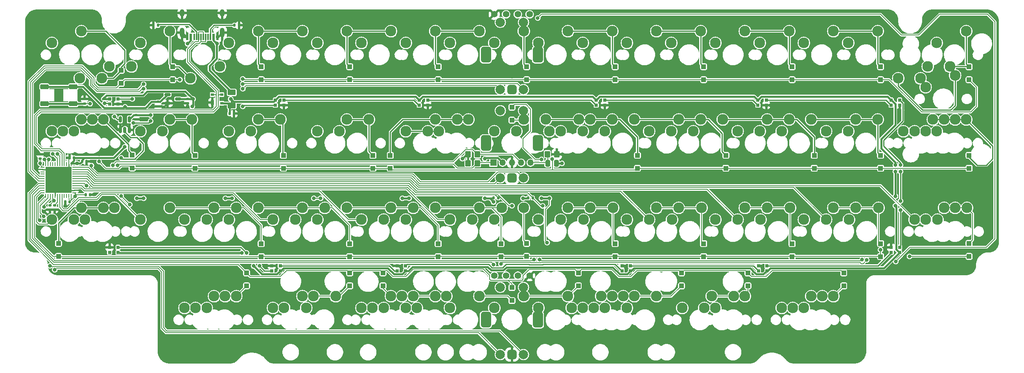
<source format=gbl>
%TF.GenerationSoftware,KiCad,Pcbnew,(7.0.0)*%
%TF.CreationDate,2023-12-11T21:31:49+01:00*%
%TF.ProjectId,universal vault,756e6976-6572-4736-916c-207661756c74,rev?*%
%TF.SameCoordinates,Original*%
%TF.FileFunction,Copper,L2,Bot*%
%TF.FilePolarity,Positive*%
%FSLAX46Y46*%
G04 Gerber Fmt 4.6, Leading zero omitted, Abs format (unit mm)*
G04 Created by KiCad (PCBNEW (7.0.0)) date 2023-12-11 21:31:49*
%MOMM*%
%LPD*%
G01*
G04 APERTURE LIST*
G04 Aperture macros list*
%AMRoundRect*
0 Rectangle with rounded corners*
0 $1 Rounding radius*
0 $2 $3 $4 $5 $6 $7 $8 $9 X,Y pos of 4 corners*
0 Add a 4 corners polygon primitive as box body*
4,1,4,$2,$3,$4,$5,$6,$7,$8,$9,$2,$3,0*
0 Add four circle primitives for the rounded corners*
1,1,$1+$1,$2,$3*
1,1,$1+$1,$4,$5*
1,1,$1+$1,$6,$7*
1,1,$1+$1,$8,$9*
0 Add four rect primitives between the rounded corners*
20,1,$1+$1,$2,$3,$4,$5,0*
20,1,$1+$1,$4,$5,$6,$7,0*
20,1,$1+$1,$6,$7,$8,$9,0*
20,1,$1+$1,$8,$9,$2,$3,0*%
G04 Aperture macros list end*
%TA.AperFunction,ComponentPad*%
%ADD10C,2.300000*%
%TD*%
%TA.AperFunction,SMDPad,CuDef*%
%ADD11RoundRect,0.250000X-0.300000X0.300000X-0.300000X-0.300000X0.300000X-0.300000X0.300000X0.300000X0*%
%TD*%
%TA.AperFunction,ComponentPad*%
%ADD12C,2.000000*%
%TD*%
%TA.AperFunction,ComponentPad*%
%ADD13RoundRect,0.500000X0.500000X-0.500000X0.500000X0.500000X-0.500000X0.500000X-0.500000X-0.500000X0*%
%TD*%
%TA.AperFunction,ComponentPad*%
%ADD14RoundRect,0.550000X0.550000X-1.150000X0.550000X1.150000X-0.550000X1.150000X-0.550000X-1.150000X0*%
%TD*%
%TA.AperFunction,SMDPad,CuDef*%
%ADD15RoundRect,0.250000X-0.350000X-0.450000X0.350000X-0.450000X0.350000X0.450000X-0.350000X0.450000X0*%
%TD*%
%TA.AperFunction,SMDPad,CuDef*%
%ADD16RoundRect,0.250000X0.350000X0.450000X-0.350000X0.450000X-0.350000X-0.450000X0.350000X-0.450000X0*%
%TD*%
%TA.AperFunction,ComponentPad*%
%ADD17O,1.350000X1.350000*%
%TD*%
%TA.AperFunction,ComponentPad*%
%ADD18R,1.350000X1.350000*%
%TD*%
%TA.AperFunction,SMDPad,CuDef*%
%ADD19RoundRect,0.250000X0.250000X0.475000X-0.250000X0.475000X-0.250000X-0.475000X0.250000X-0.475000X0*%
%TD*%
%TA.AperFunction,ComponentPad*%
%ADD20C,1.397000*%
%TD*%
%TA.AperFunction,SMDPad,CuDef*%
%ADD21RoundRect,0.105000X0.245000X0.245000X-0.245000X0.245000X-0.245000X-0.245000X0.245000X-0.245000X0*%
%TD*%
%TA.AperFunction,SMDPad,CuDef*%
%ADD22RoundRect,0.250000X0.300000X-0.300000X0.300000X0.300000X-0.300000X0.300000X-0.300000X-0.300000X0*%
%TD*%
%TA.AperFunction,SMDPad,CuDef*%
%ADD23RoundRect,0.105000X-0.245000X-0.245000X0.245000X-0.245000X0.245000X0.245000X-0.245000X0.245000X0*%
%TD*%
%TA.AperFunction,SMDPad,CuDef*%
%ADD24RoundRect,0.140000X-0.170000X0.140000X-0.170000X-0.140000X0.170000X-0.140000X0.170000X0.140000X0*%
%TD*%
%TA.AperFunction,SMDPad,CuDef*%
%ADD25RoundRect,0.135000X0.185000X-0.135000X0.185000X0.135000X-0.185000X0.135000X-0.185000X-0.135000X0*%
%TD*%
%TA.AperFunction,SMDPad,CuDef*%
%ADD26RoundRect,0.150000X0.150000X-0.512500X0.150000X0.512500X-0.150000X0.512500X-0.150000X-0.512500X0*%
%TD*%
%TA.AperFunction,SMDPad,CuDef*%
%ADD27RoundRect,0.140000X-0.140000X-0.170000X0.140000X-0.170000X0.140000X0.170000X-0.140000X0.170000X0*%
%TD*%
%TA.AperFunction,SMDPad,CuDef*%
%ADD28RoundRect,0.140000X0.170000X-0.140000X0.170000X0.140000X-0.170000X0.140000X-0.170000X-0.140000X0*%
%TD*%
%TA.AperFunction,SMDPad,CuDef*%
%ADD29RoundRect,0.135000X0.135000X0.185000X-0.135000X0.185000X-0.135000X-0.185000X0.135000X-0.185000X0*%
%TD*%
%TA.AperFunction,SMDPad,CuDef*%
%ADD30RoundRect,0.140000X0.140000X0.170000X-0.140000X0.170000X-0.140000X-0.170000X0.140000X-0.170000X0*%
%TD*%
%TA.AperFunction,SMDPad,CuDef*%
%ADD31RoundRect,0.275000X0.625000X0.275000X-0.625000X0.275000X-0.625000X-0.275000X0.625000X-0.275000X0*%
%TD*%
%TA.AperFunction,SMDPad,CuDef*%
%ADD32RoundRect,0.250000X0.625000X-0.375000X0.625000X0.375000X-0.625000X0.375000X-0.625000X-0.375000X0*%
%TD*%
%TA.AperFunction,SMDPad,CuDef*%
%ADD33RoundRect,0.150000X-0.512500X-0.150000X0.512500X-0.150000X0.512500X0.150000X-0.512500X0.150000X0*%
%TD*%
%TA.AperFunction,SMDPad,CuDef*%
%ADD34RoundRect,0.135000X-0.135000X-0.185000X0.135000X-0.185000X0.135000X0.185000X-0.135000X0.185000X0*%
%TD*%
%TA.AperFunction,SMDPad,CuDef*%
%ADD35R,0.600000X1.450000*%
%TD*%
%TA.AperFunction,SMDPad,CuDef*%
%ADD36R,0.300000X1.450000*%
%TD*%
%TA.AperFunction,ComponentPad*%
%ADD37O,1.000000X1.600000*%
%TD*%
%TA.AperFunction,ComponentPad*%
%ADD38O,1.000000X2.100000*%
%TD*%
%TA.AperFunction,SMDPad,CuDef*%
%ADD39R,0.700000X1.000000*%
%TD*%
%TA.AperFunction,SMDPad,CuDef*%
%ADD40R,0.700000X0.600000*%
%TD*%
%TA.AperFunction,SMDPad,CuDef*%
%ADD41RoundRect,0.062500X0.062500X-0.375000X0.062500X0.375000X-0.062500X0.375000X-0.062500X-0.375000X0*%
%TD*%
%TA.AperFunction,SMDPad,CuDef*%
%ADD42RoundRect,0.062500X0.375000X-0.062500X0.375000X0.062500X-0.375000X0.062500X-0.375000X-0.062500X0*%
%TD*%
%TA.AperFunction,SMDPad,CuDef*%
%ADD43R,5.600000X5.600000*%
%TD*%
%TA.AperFunction,ViaPad*%
%ADD44C,0.800000*%
%TD*%
%TA.AperFunction,Conductor*%
%ADD45C,0.200000*%
%TD*%
%TA.AperFunction,Conductor*%
%ADD46C,0.381000*%
%TD*%
%TA.AperFunction,Conductor*%
%ADD47C,0.254000*%
%TD*%
%TA.AperFunction,Conductor*%
%ADD48C,0.250000*%
%TD*%
G04 APERTURE END LIST*
D10*
%TO.P,K_SPACE39,2*%
%TO.N,Net-(D_SPACE36-A)*%
X131127500Y-117951250D03*
%TO.P,K_SPACE39,1*%
%TO.N,col3*%
X124777500Y-120491250D03*
%TD*%
D11*
%TO.P,D_SPACE42,1,K*%
%TO.N,row3*%
X171450000Y-112900000D03*
%TO.P,D_SPACE42,2,A*%
%TO.N,Net-(D_SPACE42-A)*%
X171450000Y-115700000D03*
%TD*%
D12*
%TO.P,SW3,A,A*%
%TO.N,rE*%
X154662500Y-130531250D03*
%TO.P,SW3,B,B*%
%TO.N,rF*%
X159662500Y-130531250D03*
D13*
%TO.P,SW3,C,C*%
%TO.N,GND*%
X157162500Y-130531250D03*
D14*
%TO.P,SW3,MP*%
%TO.N,N/C*%
X151562500Y-123031250D03*
X162762500Y-123031250D03*
D12*
%TO.P,SW3,S1,S1*%
%TO.N,Net-(D_SPACE42-A)*%
X159662500Y-116031250D03*
%TO.P,SW3,S2,S2*%
%TO.N,col5*%
X154662500Y-116031250D03*
%TD*%
D10*
%TO.P,K_SPACE38,1*%
%TO.N,col6*%
X177165000Y-120491250D03*
%TO.P,K_SPACE38,2*%
%TO.N,Net-(D_SPACE38-A)*%
X183515000Y-117951250D03*
%TD*%
%TO.P,K_SPACE37,1*%
%TO.N,col3*%
X129540000Y-120491250D03*
%TO.P,K_SPACE37,2*%
%TO.N,Net-(D_SPACE36-A)*%
X135890000Y-117951250D03*
%TD*%
%TO.P,K_SPACE36,1*%
%TO.N,col5*%
X162877500Y-120491250D03*
%TO.P,K_SPACE36,2*%
%TO.N,Net-(D_SPACE42-A)*%
X169227500Y-117951250D03*
%TD*%
%TO.P,K_SPACE35,1*%
%TO.N,col4*%
X143827500Y-120491250D03*
%TO.P,K_SPACE35,2*%
%TO.N,Net-(D_SPACE37-A)*%
X150177500Y-117951250D03*
%TD*%
D11*
%TO.P,D_SPACE37,1,K*%
%TO.N,row3*%
X157162500Y-116075000D03*
%TO.P,D_SPACE37,2,A*%
%TO.N,Net-(D_SPACE37-A)*%
X157162500Y-118875000D03*
%TD*%
%TO.P,D_SPACE17,1,K*%
%TO.N,row1*%
X157162500Y-77181250D03*
%TO.P,D_SPACE17,2,A*%
%TO.N,Net-(D_SPACE17-A)*%
X157162500Y-79981250D03*
%TD*%
D15*
%TO.P,UR3,1*%
%TO.N,/TP_RST*%
X164793750Y-87312500D03*
%TO.P,UR3,2*%
%TO.N,GND*%
X166793750Y-87312500D03*
%TD*%
D16*
%TO.P,UR2,1*%
%TO.N,TP_data*%
X149729160Y-87356310D03*
%TO.P,UR2,2*%
%TO.N,+3V3*%
X147729160Y-87356310D03*
%TD*%
D15*
%TO.P,UR1,1*%
%TO.N,+3V3*%
X147729160Y-89266444D03*
%TO.P,UR1,2*%
%TO.N,TP_clk*%
X149729160Y-89266444D03*
%TD*%
D17*
%TO.P,TP1,5,Pin_5*%
%TO.N,/TP_RST*%
X161162499Y-89159999D03*
%TO.P,TP1,4,Pin_4*%
%TO.N,TP_data*%
X159162499Y-89159999D03*
%TO.P,TP1,3,Pin_3*%
%TO.N,GND*%
X157162499Y-89159999D03*
%TO.P,TP1,2,Pin_2*%
%TO.N,+3V3*%
X155162499Y-89159999D03*
D18*
%TO.P,TP1,1,Pin_1*%
%TO.N,TP_clk*%
X153162499Y-89159999D03*
%TD*%
D19*
%TO.P,C12,1*%
%TO.N,+3V3*%
X166743750Y-89300000D03*
%TO.P,C12,2*%
%TO.N,/TP_RST*%
X164843750Y-89300000D03*
%TD*%
D10*
%TO.P,K_SPACE4,1*%
%TO.N,col3*%
X115252500Y-63341250D03*
%TO.P,K_SPACE4,2*%
%TO.N,Net-(D_SPACE4-A)*%
X121602500Y-60801250D03*
%TD*%
%TO.P,K_SPACE68,1*%
%TO.N,col6*%
X167640000Y-82391250D03*
%TO.P,K_SPACE68,2*%
%TO.N,Net-(D_SPACE18-A)*%
X173990000Y-79851250D03*
%TD*%
%TO.P,K_SPACE17,1*%
%TO.N,col5*%
X153352500Y-82391250D03*
%TO.P,K_SPACE17,2*%
%TO.N,Net-(D_SPACE17-A)*%
X159702500Y-79851250D03*
%TD*%
%TO.P,K_SPACE30,1*%
%TO.N,col7*%
X181927500Y-101441250D03*
%TO.P,K_SPACE30,2*%
%TO.N,Net-(D_SPACE30-A)*%
X188277500Y-98901250D03*
%TD*%
%TO.P,K_SPACE118,1*%
%TO.N,col8*%
X200977500Y-120491250D03*
%TO.P,K_SPACE118,2*%
%TO.N,Net-(D_SPACE39-A)*%
X207327500Y-117951250D03*
%TD*%
%TO.P,K_SPACE94,1*%
%TO.N,col4*%
X148590000Y-101441250D03*
%TO.P,K_SPACE94,2*%
%TO.N,Net-(D_SPACE27-A)*%
X154940000Y-98901250D03*
%TD*%
%TO.P,K_SPACE73,1*%
%TO.N,col1*%
X81915000Y-82391250D03*
%TO.P,K_SPACE73,2*%
%TO.N,Net-(D_SPACE13-A)*%
X88265000Y-79851250D03*
%TD*%
%TO.P,K_SPACE117,1*%
%TO.N,col2*%
X105727500Y-120491250D03*
%TO.P,K_SPACE117,2*%
%TO.N,Net-(D_SPACE35-A)*%
X112077500Y-117951250D03*
%TD*%
%TO.P,K_SPACE107,1*%
%TO.N,col1*%
X89058750Y-120491250D03*
%TO.P,K_SPACE107,2*%
%TO.N,Net-(D_SPACE34-A)*%
X95408750Y-117951250D03*
%TD*%
%TO.P,K_SPACE83,1*%
%TO.N,col1*%
X77152500Y-101441250D03*
%TO.P,K_SPACE83,2*%
%TO.N,Net-(D_SPACE24-A)*%
X83502500Y-98901250D03*
%TD*%
%TO.P,K_SPACE124,2*%
%TO.N,Net-(D_SPACE36-A)*%
X133508750Y-117951250D03*
%TO.P,K_SPACE124,1*%
%TO.N,col3*%
X127158750Y-120491250D03*
%TD*%
%TO.P,K_SPACE28,1*%
%TO.N,col4*%
X141446250Y-82391250D03*
%TO.P,K_SPACE28,2*%
%TO.N,Net-(D_SPACE16-A)*%
X147796250Y-79851250D03*
%TD*%
%TO.P,K_SPACE72,1*%
%TO.N,col10*%
X243840000Y-82391250D03*
%TO.P,K_SPACE72,2*%
%TO.N,Net-(D_SPACE22-A)*%
X250190000Y-79851250D03*
%TD*%
D20*
%TO.P,OL2,1,SDA*%
%TO.N,SDA*%
X160972500Y-57150000D03*
%TO.P,OL2,2,SCL*%
%TO.N,SCL*%
X158432500Y-57150000D03*
%TO.P,OL2,3,VCC*%
%TO.N,+3V3*%
X155892500Y-57150000D03*
%TO.P,OL2,4,GND*%
%TO.N,GND*%
X153352500Y-57150000D03*
%TD*%
D10*
%TO.P,K_SPACE95,1*%
%TO.N,col10*%
X246221250Y-72866250D03*
%TO.P,K_SPACE95,2*%
%TO.N,Net-(D_SPACE11-A)*%
X252571250Y-70326250D03*
%TD*%
%TO.P,K_SPACE9,1*%
%TO.N,col8*%
X210502500Y-63341250D03*
%TO.P,K_SPACE9,2*%
%TO.N,Net-(D_SPACE9-A)*%
X216852500Y-60801250D03*
%TD*%
%TO.P,K_SPACE21,1*%
%TO.N,col9*%
X229552500Y-82391250D03*
%TO.P,K_SPACE21,2*%
%TO.N,Net-(D_SPACE21-A)*%
X235902500Y-79851250D03*
%TD*%
%TO.P,K_SPACE33,1*%
%TO.N,col10*%
X243840000Y-101441250D03*
%TO.P,K_SPACE33,2*%
%TO.N,Net-(D_SPACE33-A)*%
X250190000Y-98901250D03*
%TD*%
%TO.P,K_SPACE55,1*%
%TO.N,col3*%
X124777500Y-63341250D03*
%TO.P,K_SPACE55,2*%
%TO.N,Net-(D_SPACE4-A)*%
X131127500Y-60801250D03*
%TD*%
%TO.P,K_SPACE121,2*%
%TO.N,Net-(D_SPACE38-A)*%
X181133750Y-117951250D03*
%TO.P,K_SPACE121,1*%
%TO.N,col6*%
X174783750Y-120491250D03*
%TD*%
%TO.P,K_SPACE115,1*%
%TO.N,col6*%
X170021250Y-120491250D03*
%TO.P,K_SPACE115,2*%
%TO.N,Net-(D_SPACE38-A)*%
X176371250Y-117951250D03*
%TD*%
%TO.P,K_SPACE15,1*%
%TO.N,col3*%
X115252500Y-82391250D03*
%TO.P,K_SPACE15,2*%
%TO.N,Net-(D_SPACE15-A)*%
X121602500Y-79851250D03*
%TD*%
%TO.P,K_SPACE70,1*%
%TO.N,col8*%
X205740000Y-82391250D03*
%TO.P,K_SPACE70,2*%
%TO.N,Net-(D_SPACE20-A)*%
X212090000Y-79851250D03*
%TD*%
%TO.P,K_SPACE98,1*%
%TO.N,col8*%
X205740000Y-101441250D03*
%TO.P,K_SPACE98,2*%
%TO.N,Net-(D_SPACE31-A)*%
X212090000Y-98901250D03*
%TD*%
%TO.P,K_SPACE78,1*%
%TO.N,col7*%
X177165000Y-82391250D03*
%TO.P,K_SPACE78,2*%
%TO.N,Net-(D_SPACE19-A)*%
X183515000Y-79851250D03*
%TD*%
%TO.P,K_SPACE101,1*%
%TO.N,col10*%
X246221250Y-82391250D03*
%TO.P,K_SPACE101,2*%
%TO.N,Net-(D_SPACE22-A)*%
X252571250Y-79851250D03*
%TD*%
%TO.P,K_SPACE10,1*%
%TO.N,col9*%
X229552500Y-63341250D03*
%TO.P,K_SPACE10,2*%
%TO.N,Net-(D_SPACE10-A)*%
X235902500Y-60801250D03*
%TD*%
%TO.P,K_SPACE74,1*%
%TO.N,col2*%
X100965000Y-82391250D03*
%TO.P,K_SPACE74,2*%
%TO.N,Net-(D_SPACE14-A)*%
X107315000Y-79851250D03*
%TD*%
D20*
%TO.P,OL1,1,SDA*%
%TO.N,SDA*%
X153352500Y-113506250D03*
%TO.P,OL1,2,SCL*%
%TO.N,SCL*%
X155892500Y-113506250D03*
%TO.P,OL1,3,VCC*%
%TO.N,+3V3*%
X158432500Y-113506250D03*
%TO.P,OL1,4,GND*%
%TO.N,GND*%
X160972500Y-113506250D03*
%TD*%
D10*
%TO.P,K_SPACE99,1*%
%TO.N,col9*%
X224790000Y-101441250D03*
%TO.P,K_SPACE99,2*%
%TO.N,Net-(D_SPACE32-A)*%
X231140000Y-98901250D03*
%TD*%
%TO.P,K_SPACE85,1*%
%TO.N,col3*%
X115252500Y-101441250D03*
%TO.P,K_SPACE85,2*%
%TO.N,Net-(D_SPACE26-A)*%
X121602500Y-98901250D03*
%TD*%
%TO.P,K_SPACE110,1*%
%TO.N,col5*%
X153352500Y-120491250D03*
%TO.P,K_SPACE110,2*%
%TO.N,Net-(D_SPACE42-A)*%
X159702500Y-117951250D03*
%TD*%
%TO.P,K_SPACE2,1*%
%TO.N,col1*%
X77152500Y-63341250D03*
%TO.P,K_SPACE2,2*%
%TO.N,Net-(D_SPACE2-A)*%
X83502500Y-60801250D03*
%TD*%
%TO.P,K_SPACE92,1*%
%TO.N,col2*%
X110490000Y-101441250D03*
%TO.P,K_SPACE92,2*%
%TO.N,Net-(D_SPACE25-A)*%
X116840000Y-98901250D03*
%TD*%
%TO.P,K_SPACE34,1*%
%TO.N,col6*%
X165258750Y-82391250D03*
%TO.P,K_SPACE34,2*%
%TO.N,Net-(D_SPACE18-A)*%
X171608750Y-79851250D03*
%TD*%
%TO.P,K_SPACE14,1*%
%TO.N,col2*%
X96202500Y-82391250D03*
%TO.P,K_SPACE14,2*%
%TO.N,Net-(D_SPACE14-A)*%
X102552500Y-79851250D03*
%TD*%
%TO.P,K_SPACE77,1*%
%TO.N,col6*%
X158115000Y-82391250D03*
%TO.P,K_SPACE77,2*%
%TO.N,Net-(D_SPACE18-A)*%
X164465000Y-79851250D03*
%TD*%
%TO.P,K_SPACE32,1*%
%TO.N,col9*%
X220027500Y-101441250D03*
%TO.P,K_SPACE32,2*%
%TO.N,Net-(D_SPACE32-A)*%
X226377500Y-98901250D03*
%TD*%
%TO.P,K_SPACE114,1*%
%TO.N,col3*%
X136683750Y-120491250D03*
%TO.P,K_SPACE114,2*%
%TO.N,Net-(D_SPACE36-A)*%
X143033750Y-117951250D03*
%TD*%
%TO.P,K_SPACE67,1*%
%TO.N,col0*%
X60483750Y-82391250D03*
%TO.P,K_SPACE67,2*%
%TO.N,Net-(D_SPACE12-A)*%
X66833750Y-79851250D03*
%TD*%
%TO.P,K_SPACE108,1*%
%TO.N,col8*%
X193833750Y-120491250D03*
%TO.P,K_SPACE108,2*%
%TO.N,Net-(D_SPACE39-A)*%
X200183750Y-117951250D03*
%TD*%
%TO.P,K_SPACE71,1*%
%TO.N,col9*%
X224790000Y-82391250D03*
%TO.P,K_SPACE71,2*%
%TO.N,Net-(D_SPACE21-A)*%
X231140000Y-79851250D03*
%TD*%
%TO.P,K_SPACE88,1*%
%TO.N,col7*%
X191618750Y-101441250D03*
%TO.P,K_SPACE88,2*%
%TO.N,Net-(D_SPACE30-A)*%
X197968750Y-98901250D03*
%TD*%
%TO.P,K_SPACE50,1*%
%TO.N,col0*%
X65246250Y-101441250D03*
%TO.P,K_SPACE50,2*%
%TO.N,Net-(D_SPACE23-A)*%
X71596250Y-98901250D03*
%TD*%
%TO.P,K_SPACE57,1*%
%TO.N,col0*%
X62865000Y-82391250D03*
%TO.P,K_SPACE57,2*%
%TO.N,Net-(D_SPACE12-A)*%
X69215000Y-79851250D03*
%TD*%
%TO.P,K_SPACE26,1*%
%TO.N,col3*%
X124777500Y-101441250D03*
%TO.P,K_SPACE26,2*%
%TO.N,Net-(D_SPACE26-A)*%
X131127500Y-98901250D03*
%TD*%
%TO.P,K_SPACE90,1*%
%TO.N,col9*%
X229718750Y-101441250D03*
%TO.P,K_SPACE90,2*%
%TO.N,Net-(D_SPACE32-A)*%
X236068750Y-98901250D03*
%TD*%
%TO.P,K_SPACE116,2*%
%TO.N,Net-(D_SPACE38-A)*%
X188277500Y-117951250D03*
%TO.P,K_SPACE116,1*%
%TO.N,col6*%
X181927500Y-120491250D03*
%TD*%
%TO.P,K_SPACE93,1*%
%TO.N,col3*%
X129540000Y-101441250D03*
%TO.P,K_SPACE93,2*%
%TO.N,Net-(D_SPACE26-A)*%
X135890000Y-98901250D03*
%TD*%
%TO.P,K_SPACE81,1*%
%TO.N,col10*%
X241458750Y-82391250D03*
%TO.P,K_SPACE81,2*%
%TO.N,Net-(D_SPACE22-A)*%
X247808750Y-79851250D03*
%TD*%
%TO.P,K_SPACE128,1*%
%TO.N,col3*%
X124777500Y-120491250D03*
%TO.P,K_SPACE128,2*%
%TO.N,Net-(D_SPACE36-A)*%
X131127500Y-117951250D03*
%TD*%
%TO.P,K_SPACE87,1*%
%TO.N,col6*%
X172568750Y-101441250D03*
%TO.P,K_SPACE87,2*%
%TO.N,Net-(D_SPACE29-A)*%
X178918750Y-98901250D03*
%TD*%
%TO.P,K_SPACE123,2*%
%TO.N,Net-(D_SPACE40-A)*%
X221615000Y-117951250D03*
%TO.P,K_SPACE123,1*%
%TO.N,col9*%
X215265000Y-120491250D03*
%TD*%
%TO.P,K_SPACE97,1*%
%TO.N,col7*%
X186690000Y-101441250D03*
%TO.P,K_SPACE97,2*%
%TO.N,Net-(D_SPACE30-A)*%
X193040000Y-98901250D03*
%TD*%
%TO.P,K_SPACE69,1*%
%TO.N,col7*%
X186690000Y-82391250D03*
%TO.P,K_SPACE69,2*%
%TO.N,Net-(D_SPACE19-A)*%
X193040000Y-79851250D03*
%TD*%
%TO.P,K_SPACE56,1*%
%TO.N,col4*%
X143827500Y-63341250D03*
%TO.P,K_SPACE56,2*%
%TO.N,Net-(D_SPACE5-A)*%
X150177500Y-60801250D03*
%TD*%
%TO.P,K_SPACE62,1*%
%TO.N,col10*%
X246697500Y-68421250D03*
%TO.P,K_SPACE62,2*%
%TO.N,Net-(D_SPACE11-A)*%
X240347500Y-70961250D03*
%TD*%
%TO.P,K_SPACE109,1*%
%TO.N,col9*%
X217646250Y-120491250D03*
%TO.P,K_SPACE109,2*%
%TO.N,Net-(D_SPACE40-A)*%
X223996250Y-117951250D03*
%TD*%
%TO.P,K_SPACE25,1*%
%TO.N,col2*%
X105727500Y-101441250D03*
%TO.P,K_SPACE25,2*%
%TO.N,Net-(D_SPACE25-A)*%
X112077500Y-98901250D03*
%TD*%
%TO.P,K_SPACE63,1*%
%TO.N,col1*%
X81915000Y-82391250D03*
%TO.P,K_SPACE63,2*%
%TO.N,Net-(D_SPACE13-A)*%
X88265000Y-79851250D03*
%TD*%
%TO.P,K_SPACE51,1*%
%TO.N,col1*%
X91440000Y-101441250D03*
%TO.P,K_SPACE51,2*%
%TO.N,Net-(D_SPACE24-A)*%
X97790000Y-98901250D03*
%TD*%
%TO.P,K_SPACE60,1*%
%TO.N,col8*%
X200977500Y-63341250D03*
%TO.P,K_SPACE60,2*%
%TO.N,Net-(D_SPACE9-A)*%
X207327500Y-60801250D03*
%TD*%
%TO.P,K_SPACE103,1*%
%TO.N,col0*%
X70485000Y-68421250D03*
%TO.P,K_SPACE103,2*%
%TO.N,Net-(D_SPACE1-A)*%
X64135000Y-70961250D03*
%TD*%
%TO.P,K_SPACE102,1*%
%TO.N,Net-(D_SPACE11-A)*%
X251460000Y-68421250D03*
%TO.P,K_SPACE102,2*%
%TO.N,col10*%
X245110000Y-70961250D03*
%TD*%
%TO.P,K_SPACE8,1*%
%TO.N,col7*%
X191452500Y-63341250D03*
%TO.P,K_SPACE8,2*%
%TO.N,Net-(D_SPACE8-A)*%
X197802500Y-60801250D03*
%TD*%
%TO.P,K_SPACE86,1*%
%TO.N,col4*%
X134302500Y-101441250D03*
%TO.P,K_SPACE86,2*%
%TO.N,Net-(D_SPACE27-A)*%
X140652500Y-98901250D03*
%TD*%
%TO.P,K_SPACE100,1*%
%TO.N,col10*%
X246221250Y-101441250D03*
%TO.P,K_SPACE100,2*%
%TO.N,Net-(D_SPACE33-A)*%
X252571250Y-98901250D03*
%TD*%
%TO.P,K_SPACE66,1*%
%TO.N,col4*%
X139065000Y-82391250D03*
%TO.P,K_SPACE66,2*%
%TO.N,Net-(D_SPACE16-A)*%
X145415000Y-79851250D03*
%TD*%
D12*
%TO.P,SW1,A,A*%
%TO.N,rA*%
X154662500Y-73381250D03*
%TO.P,SW1,B,B*%
%TO.N,rB*%
X159662500Y-73381250D03*
D13*
%TO.P,SW1,C,C*%
%TO.N,GND*%
X157162500Y-73381250D03*
D14*
%TO.P,SW1,MP*%
%TO.N,N/C*%
X151562500Y-65881250D03*
X162762500Y-65881250D03*
D12*
%TO.P,SW1,S1,S1*%
%TO.N,Net-(D_SPACE6-A)*%
X159662500Y-58881250D03*
%TO.P,SW1,S2,S2*%
%TO.N,col5*%
X154662500Y-58881250D03*
%TD*%
D10*
%TO.P,K_SPACE79,1*%
%TO.N,col8*%
X196215000Y-82391250D03*
%TO.P,K_SPACE79,2*%
%TO.N,Net-(D_SPACE20-A)*%
X202565000Y-79851250D03*
%TD*%
%TO.P,K_SPACE64,1*%
%TO.N,col2*%
X100965000Y-82391250D03*
%TO.P,K_SPACE64,2*%
%TO.N,Net-(D_SPACE14-A)*%
X107315000Y-79851250D03*
%TD*%
%TO.P,K_SPACE20,1*%
%TO.N,col8*%
X210502500Y-82391250D03*
%TO.P,K_SPACE20,2*%
%TO.N,Net-(D_SPACE20-A)*%
X216852500Y-79851250D03*
%TD*%
%TO.P,K_SPACE49,1*%
%TO.N,col5*%
X153352500Y-101441250D03*
%TO.P,K_SPACE49,2*%
%TO.N,Net-(D_SPACE28-A)*%
X159702500Y-98901250D03*
%TD*%
%TO.P,K_SPACE59,1*%
%TO.N,col7*%
X181927500Y-63341250D03*
%TO.P,K_SPACE59,2*%
%TO.N,Net-(D_SPACE8-A)*%
X188277500Y-60801250D03*
%TD*%
%TO.P,K_SPACE104,1*%
%TO.N,col0*%
X60483750Y-82391250D03*
%TO.P,K_SPACE104,2*%
%TO.N,Net-(D_SPACE12-A)*%
X66833750Y-79851250D03*
%TD*%
%TO.P,K_SPACE84,1*%
%TO.N,col2*%
X96202500Y-101441250D03*
%TO.P,K_SPACE84,2*%
%TO.N,Net-(D_SPACE25-A)*%
X102552500Y-98901250D03*
%TD*%
%TO.P,K_SPACE106,1*%
%TO.N,col2*%
X112871250Y-120491250D03*
%TO.P,K_SPACE106,2*%
%TO.N,Net-(D_SPACE35-A)*%
X119221250Y-117951250D03*
%TD*%
%TO.P,K_SPACE125,2*%
%TO.N,Net-(D_SPACE38-A)*%
X178752500Y-117951250D03*
%TO.P,K_SPACE125,1*%
%TO.N,col6*%
X172402500Y-120491250D03*
%TD*%
%TO.P,K_SPACE11,1*%
%TO.N,col10*%
X248602500Y-63341250D03*
%TO.P,K_SPACE11,2*%
%TO.N,Net-(D_SPACE11-A)*%
X254952500Y-60801250D03*
%TD*%
%TO.P,K_SPACE91,1*%
%TO.N,col10*%
X248768750Y-101441250D03*
%TO.P,K_SPACE91,2*%
%TO.N,Net-(D_SPACE33-A)*%
X255118750Y-98901250D03*
%TD*%
D12*
%TO.P,SW2,A,A*%
%TO.N,rC*%
X154662500Y-92431250D03*
%TO.P,SW2,B,B*%
%TO.N,rD*%
X159662500Y-92431250D03*
D13*
%TO.P,SW2,C,C*%
%TO.N,GND*%
X157162500Y-92431250D03*
D14*
%TO.P,SW2,MP*%
%TO.N,N/C*%
X151562500Y-84931250D03*
X162762500Y-84931250D03*
D12*
%TO.P,SW2,S1,S1*%
%TO.N,Net-(D_SPACE17-A)*%
X159662500Y-77931250D03*
%TO.P,SW2,S2,S2*%
%TO.N,col5*%
X154662500Y-77931250D03*
%TD*%
D10*
%TO.P,K_SPACE122,2*%
%TO.N,Net-(D_SPACE34-A)*%
X97790000Y-117951250D03*
%TO.P,K_SPACE122,1*%
%TO.N,col1*%
X91440000Y-120491250D03*
%TD*%
%TO.P,K_SPACE129,1*%
%TO.N,col6*%
X181927500Y-120491250D03*
%TO.P,K_SPACE129,2*%
%TO.N,Net-(D_SPACE38-A)*%
X188277500Y-117951250D03*
%TD*%
%TO.P,K_SPACE113,1*%
%TO.N,col9*%
X220027500Y-120491250D03*
%TO.P,K_SPACE113,2*%
%TO.N,Net-(D_SPACE40-A)*%
X226377500Y-117951250D03*
%TD*%
%TO.P,K_SPACE19,1*%
%TO.N,col7*%
X191452500Y-82391250D03*
%TO.P,K_SPACE19,2*%
%TO.N,Net-(D_SPACE19-A)*%
X197802500Y-79851250D03*
%TD*%
%TO.P,K_SPACE23,1*%
%TO.N,col0*%
X62865000Y-101441250D03*
%TO.P,K_SPACE23,2*%
%TO.N,Net-(D_SPACE23-A)*%
X69215000Y-98901250D03*
%TD*%
%TO.P,K_SPACE16,1*%
%TO.N,col4*%
X134302500Y-82391250D03*
%TO.P,K_SPACE16,2*%
%TO.N,Net-(D_SPACE16-A)*%
X140652500Y-79851250D03*
%TD*%
%TO.P,K_SPACE105,1*%
%TO.N,col1*%
X86677500Y-120491250D03*
%TO.P,K_SPACE105,2*%
%TO.N,Net-(D_SPACE34-A)*%
X93027500Y-117951250D03*
%TD*%
%TO.P,K_SPACE12,1*%
%TO.N,col0*%
X58102500Y-82391250D03*
%TO.P,K_SPACE12,2*%
%TO.N,Net-(D_SPACE12-A)*%
X64452500Y-79851250D03*
%TD*%
%TO.P,K_SPACE22,1*%
%TO.N,col10*%
X248602500Y-82391250D03*
%TO.P,K_SPACE22,2*%
%TO.N,Net-(D_SPACE22-A)*%
X254952500Y-79851250D03*
%TD*%
%TO.P,K_SPACE52,1*%
%TO.N,col0*%
X75247500Y-68421250D03*
%TO.P,K_SPACE52,2*%
%TO.N,Net-(D_SPACE1-A)*%
X68897500Y-70961250D03*
%TD*%
%TO.P,K_SPACE65,1*%
%TO.N,col3*%
X120015000Y-82391250D03*
%TO.P,K_SPACE65,2*%
%TO.N,Net-(D_SPACE15-A)*%
X126365000Y-79851250D03*
%TD*%
%TO.P,K_SPACE53,1*%
%TO.N,col1*%
X94297500Y-68421250D03*
%TO.P,K_SPACE53,2*%
%TO.N,Net-(D_SPACE2-A)*%
X87947500Y-70961250D03*
%TD*%
%TO.P,K_SPACE3,1*%
%TO.N,col2*%
X96202500Y-63341250D03*
%TO.P,K_SPACE3,2*%
%TO.N,Net-(D_SPACE3-A)*%
X102552500Y-60801250D03*
%TD*%
%TO.P,K_SPACE80,1*%
%TO.N,col9*%
X215265000Y-82391250D03*
%TO.P,K_SPACE80,2*%
%TO.N,Net-(D_SPACE21-A)*%
X221615000Y-79851250D03*
%TD*%
%TO.P,K_SPACE7,1*%
%TO.N,col6*%
X172402500Y-63341250D03*
%TO.P,K_SPACE7,2*%
%TO.N,Net-(D_SPACE7-A)*%
X178752500Y-60801250D03*
%TD*%
%TO.P,K_SPACE96,1*%
%TO.N,col6*%
X167640000Y-101441250D03*
%TO.P,K_SPACE96,2*%
%TO.N,Net-(D_SPACE29-A)*%
X173990000Y-98901250D03*
%TD*%
%TO.P,K_SPACE6,1*%
%TO.N,col5*%
X153352500Y-63341250D03*
%TO.P,K_SPACE6,2*%
%TO.N,Net-(D_SPACE6-A)*%
X159702500Y-60801250D03*
%TD*%
%TO.P,K_SPACE82,1*%
%TO.N,col0*%
X58102500Y-101441250D03*
%TO.P,K_SPACE82,2*%
%TO.N,Net-(D_SPACE23-A)*%
X64452500Y-98901250D03*
%TD*%
%TO.P,K_SPACE111,1*%
%TO.N,col2*%
X108108750Y-120491250D03*
%TO.P,K_SPACE111,2*%
%TO.N,Net-(D_SPACE35-A)*%
X114458750Y-117951250D03*
%TD*%
%TO.P,K_SPACE89,1*%
%TO.N,col8*%
X210668750Y-101441250D03*
%TO.P,K_SPACE89,2*%
%TO.N,Net-(D_SPACE31-A)*%
X217018750Y-98901250D03*
%TD*%
%TO.P,K_SPACE29,1*%
%TO.N,col6*%
X162877500Y-101441250D03*
%TO.P,K_SPACE29,2*%
%TO.N,Net-(D_SPACE29-A)*%
X169227500Y-98901250D03*
%TD*%
%TO.P,K_SPACE5,1*%
%TO.N,col4*%
X134302500Y-63341250D03*
%TO.P,K_SPACE5,2*%
%TO.N,Net-(D_SPACE5-A)*%
X140652500Y-60801250D03*
%TD*%
%TO.P,K_SPACE120,2*%
%TO.N,Net-(D_SPACE36-A)*%
X140652500Y-117951250D03*
%TO.P,K_SPACE120,1*%
%TO.N,col3*%
X134302500Y-120491250D03*
%TD*%
%TO.P,K_SPACE58,1*%
%TO.N,col6*%
X162877500Y-63341250D03*
%TO.P,K_SPACE58,2*%
%TO.N,Net-(D_SPACE7-A)*%
X169227500Y-60801250D03*
%TD*%
%TO.P,K_SPACE75,1*%
%TO.N,col3*%
X120015000Y-82391250D03*
%TO.P,K_SPACE75,2*%
%TO.N,Net-(D_SPACE15-A)*%
X126365000Y-79851250D03*
%TD*%
%TO.P,K_SPACE27,1*%
%TO.N,col4*%
X143827500Y-101441250D03*
%TO.P,K_SPACE27,2*%
%TO.N,Net-(D_SPACE27-A)*%
X150177500Y-98901250D03*
%TD*%
%TO.P,K_SPACE61,1*%
%TO.N,col9*%
X220027500Y-63341250D03*
%TO.P,K_SPACE61,2*%
%TO.N,Net-(D_SPACE10-A)*%
X226377500Y-60801250D03*
%TD*%
%TO.P,K_SPACE24,1*%
%TO.N,col1*%
X86677500Y-101441250D03*
%TO.P,K_SPACE24,2*%
%TO.N,Net-(D_SPACE24-A)*%
X93027500Y-98901250D03*
%TD*%
%TO.P,K_SPACE18,1*%
%TO.N,col6*%
X172402500Y-82391250D03*
%TO.P,K_SPACE18,2*%
%TO.N,Net-(D_SPACE18-A)*%
X178752500Y-79851250D03*
%TD*%
%TO.P,K_SPACE76,1*%
%TO.N,col4*%
X139065000Y-82391250D03*
%TO.P,K_SPACE76,2*%
%TO.N,Net-(D_SPACE16-A)*%
X145415000Y-79851250D03*
%TD*%
%TO.P,K_SPACE31,1*%
%TO.N,col8*%
X200977500Y-101441250D03*
%TO.P,K_SPACE31,2*%
%TO.N,Net-(D_SPACE31-A)*%
X207327500Y-98901250D03*
%TD*%
%TO.P,K_SPACE1,1*%
%TO.N,col0*%
X58102500Y-63341250D03*
%TO.P,K_SPACE1,2*%
%TO.N,Net-(D_SPACE1-A)*%
X64452500Y-60801250D03*
%TD*%
%TO.P,K_SPACE112,1*%
%TO.N,col8*%
X198596250Y-120491250D03*
%TO.P,K_SPACE112,2*%
%TO.N,Net-(D_SPACE39-A)*%
X204946250Y-117951250D03*
%TD*%
%TO.P,K_SPACE54,1*%
%TO.N,col2*%
X105727500Y-63341250D03*
%TO.P,K_SPACE54,2*%
%TO.N,Net-(D_SPACE3-A)*%
X112077500Y-60801250D03*
%TD*%
%TO.P,K_SPACE13,1*%
%TO.N,col1*%
X77152500Y-82391250D03*
%TO.P,K_SPACE13,2*%
%TO.N,Net-(D_SPACE13-A)*%
X83502500Y-79851250D03*
%TD*%
D21*
%TO.P,LED1,1,DOUT*%
%TO.N,Net-(LED1-DOUT)*%
X72352500Y-75406250D03*
%TO.P,LED1,2,VSS*%
%TO.N,GND*%
X72352500Y-76506250D03*
%TO.P,LED1,3,DIN*%
%TO.N,rgb underglow*%
X70522500Y-76506250D03*
%TO.P,LED1,4,VDD*%
%TO.N,+5V*%
X70522500Y-75406250D03*
%TD*%
%TO.P,LED6,1,DOUT*%
%TO.N,Net-(LED6-DOUT)*%
X240627500Y-75650000D03*
%TO.P,LED6,2,VSS*%
%TO.N,GND*%
X240627500Y-76750000D03*
%TO.P,LED6,3,DIN*%
%TO.N,Net-(LED5-DOUT)*%
X238797500Y-76750000D03*
%TO.P,LED6,4,VDD*%
%TO.N,+5V*%
X238797500Y-75650000D03*
%TD*%
D11*
%TO.P,D_SPACE34,1,K*%
%TO.N,row3*%
X100012500Y-112900000D03*
%TO.P,D_SPACE34,2,A*%
%TO.N,Net-(D_SPACE34-A)*%
X100012500Y-115700000D03*
%TD*%
D22*
%TO.P,D_SPACE5,1,K*%
%TO.N,row0*%
X141287500Y-71250000D03*
%TO.P,D_SPACE5,2,A*%
%TO.N,Net-(D_SPACE5-A)*%
X141287500Y-68450000D03*
%TD*%
%TO.P,D_SPACE1,1,K*%
%TO.N,row0*%
X73025000Y-72043750D03*
%TO.P,D_SPACE1,2,A*%
%TO.N,Net-(D_SPACE1-A)*%
X73025000Y-69243750D03*
%TD*%
D23*
%TO.P,LED11,1,DOUT*%
%TO.N,Net-(LED11-DOUT)*%
X105447500Y-112468750D03*
%TO.P,LED11,2,VSS*%
%TO.N,GND*%
X105447500Y-111368750D03*
%TO.P,LED11,3,DIN*%
%TO.N,Net-(LED10-DOUT)*%
X107277500Y-111368750D03*
%TO.P,LED11,4,VDD*%
%TO.N,+5V*%
X107277500Y-112468750D03*
%TD*%
D24*
%TO.P,C7,1*%
%TO.N,NRST*%
X58673171Y-98312310D03*
%TO.P,C7,2*%
%TO.N,GND*%
X58673171Y-99272310D03*
%TD*%
D22*
%TO.P,D_SPACE32,1,K*%
%TO.N,row2*%
X236537500Y-109412500D03*
%TO.P,D_SPACE32,2,A*%
%TO.N,Net-(D_SPACE32-A)*%
X236537500Y-106612500D03*
%TD*%
D25*
%TO.P,R1,1*%
%TO.N,BOOT*%
X65162500Y-76426250D03*
%TO.P,R1,2*%
%TO.N,GND*%
X65162500Y-75406250D03*
%TD*%
D26*
%TO.P,U3,1*%
%TO.N,GND*%
X74768750Y-82100000D03*
%TO.P,U3,2*%
%TO.N,RGB MCU*%
X73818750Y-82100000D03*
%TO.P,U3,3,GND*%
%TO.N,GND*%
X72868750Y-82100000D03*
%TO.P,U3,4*%
%TO.N,rgb underglow*%
X72868750Y-79825000D03*
%TO.P,U3,5,+5V*%
%TO.N,+5V*%
X74768750Y-79825000D03*
%TD*%
D11*
%TO.P,D_SPACE36,2,A*%
%TO.N,Net-(D_SPACE36-A)*%
X129381250Y-115700000D03*
%TO.P,D_SPACE36,1,K*%
%TO.N,row3*%
X129381250Y-112900000D03*
%TD*%
D27*
%TO.P,C4,1*%
%TO.N,+3V3*%
X65401250Y-96043750D03*
%TO.P,C4,2*%
%TO.N,GND*%
X66361250Y-96043750D03*
%TD*%
D23*
%TO.P,LED12,1,DOUT*%
%TO.N,unconnected-(LED12-DOUT-Pad1)*%
X70522500Y-108500000D03*
%TO.P,LED12,2,VSS*%
%TO.N,GND*%
X70522500Y-107400000D03*
%TO.P,LED12,3,DIN*%
%TO.N,Net-(LED11-DOUT)*%
X72352500Y-107400000D03*
%TO.P,LED12,4,VDD*%
%TO.N,+5V*%
X72352500Y-108500000D03*
%TD*%
D21*
%TO.P,LED5,1,DOUT*%
%TO.N,Net-(LED5-DOUT)*%
X211931250Y-75650000D03*
%TO.P,LED5,2,VSS*%
%TO.N,GND*%
X211931250Y-76750000D03*
%TO.P,LED5,3,DIN*%
%TO.N,Net-(LED4-DOUT)*%
X210101250Y-76750000D03*
%TO.P,LED5,4,VDD*%
%TO.N,+5V*%
X210101250Y-75650000D03*
%TD*%
D23*
%TO.P,LED7,1,DOUT*%
%TO.N,Net-(LED7-DOUT)*%
X238797500Y-108500000D03*
%TO.P,LED7,2,VSS*%
%TO.N,GND*%
X238797500Y-107400000D03*
%TO.P,LED7,3,DIN*%
%TO.N,Net-(LED6-DOUT)*%
X240627500Y-107400000D03*
%TO.P,LED7,4,VDD*%
%TO.N,+5V*%
X240627500Y-108500000D03*
%TD*%
%TO.P,LED8,1,DOUT*%
%TO.N,Net-(LED8-DOUT)*%
X210222500Y-112468750D03*
%TO.P,LED8,2,VSS*%
%TO.N,GND*%
X210222500Y-111368750D03*
%TO.P,LED8,3,DIN*%
%TO.N,Net-(LED7-DOUT)*%
X212052500Y-111368750D03*
%TO.P,LED8,4,VDD*%
%TO.N,+5V*%
X212052500Y-112468750D03*
%TD*%
D11*
%TO.P,D_SPACE38,1,K*%
%TO.N,row3*%
X193675000Y-112900000D03*
%TO.P,D_SPACE38,2,A*%
%TO.N,Net-(D_SPACE38-A)*%
X193675000Y-115700000D03*
%TD*%
D22*
%TO.P,D_SPACE25,1,K*%
%TO.N,row2*%
X122235018Y-109412500D03*
%TO.P,D_SPACE25,2,A*%
%TO.N,Net-(D_SPACE25-A)*%
X122235018Y-106612500D03*
%TD*%
%TO.P,D_SPACE18,1,K*%
%TO.N,row1*%
X184177425Y-90362500D03*
%TO.P,D_SPACE18,2,A*%
%TO.N,Net-(D_SPACE18-A)*%
X184177425Y-87562500D03*
%TD*%
%TO.P,D_SPACE9,1,K*%
%TO.N,row0*%
X217487500Y-71250000D03*
%TO.P,D_SPACE9,2,A*%
%TO.N,Net-(D_SPACE9-A)*%
X217487500Y-68450000D03*
%TD*%
%TO.P,D_SPACE13,1,K*%
%TO.N,row1*%
X88901094Y-90362500D03*
%TO.P,D_SPACE13,2,A*%
%TO.N,Net-(D_SPACE13-A)*%
X88901094Y-87562500D03*
%TD*%
D28*
%TO.P,C2,1*%
%TO.N,+3V3*%
X55562500Y-88272500D03*
%TO.P,C2,2*%
%TO.N,GND*%
X55562500Y-87312500D03*
%TD*%
D11*
%TO.P,D_SPACE35,1,K*%
%TO.N,row3*%
X122237500Y-112900000D03*
%TO.P,D_SPACE35,2,A*%
%TO.N,Net-(D_SPACE35-A)*%
X122237500Y-115700000D03*
%TD*%
D22*
%TO.P,D_SPACE12,1,K*%
%TO.N,row1*%
X75406250Y-90300000D03*
%TO.P,D_SPACE12,2,A*%
%TO.N,Net-(D_SPACE12-A)*%
X75406250Y-87500000D03*
%TD*%
%TO.P,D_SPACE29,1,K*%
%TO.N,row2*%
X179387500Y-109412500D03*
%TO.P,D_SPACE29,2,A*%
%TO.N,Net-(D_SPACE29-A)*%
X179387500Y-106612500D03*
%TD*%
D24*
%TO.P,C10,1*%
%TO.N,+3V3*%
X80962500Y-76033750D03*
%TO.P,C10,2*%
%TO.N,GND*%
X80962500Y-76993750D03*
%TD*%
D22*
%TO.P,D_SPACE2,1,K*%
%TO.N,row0*%
X84137500Y-71250000D03*
%TO.P,D_SPACE2,2,A*%
%TO.N,Net-(D_SPACE2-A)*%
X84137500Y-68450000D03*
%TD*%
D24*
%TO.P,C8,1*%
%TO.N,+5V*%
X87312500Y-75406250D03*
%TO.P,C8,2*%
%TO.N,GND*%
X87312500Y-76366250D03*
%TD*%
D23*
%TO.P,LED9,1,DOUT*%
%TO.N,Net-(LED10-DIN)*%
X180853750Y-112468750D03*
%TO.P,LED9,2,VSS*%
%TO.N,GND*%
X180853750Y-111368750D03*
%TO.P,LED9,3,DIN*%
%TO.N,Net-(LED8-DOUT)*%
X182683750Y-111368750D03*
%TO.P,LED9,4,VDD*%
%TO.N,+5V*%
X182683750Y-112468750D03*
%TD*%
D22*
%TO.P,D_SPACE20,1,K*%
%TO.N,row1*%
X222250000Y-90362500D03*
%TO.P,D_SPACE20,2,A*%
%TO.N,Net-(D_SPACE20-A)*%
X222250000Y-87562500D03*
%TD*%
%TO.P,D_SPACE24,1,K*%
%TO.N,row2*%
X103184605Y-109412500D03*
%TO.P,D_SPACE24,2,A*%
%TO.N,Net-(D_SPACE24-A)*%
X103184605Y-106612500D03*
%TD*%
D21*
%TO.P,LED2,1,DOUT*%
%TO.N,Net-(LED2-DOUT)*%
X108071250Y-75650000D03*
%TO.P,LED2,2,VSS*%
%TO.N,GND*%
X108071250Y-76750000D03*
%TO.P,LED2,3,DIN*%
%TO.N,Net-(LED1-DOUT)*%
X106241250Y-76750000D03*
%TO.P,LED2,4,VDD*%
%TO.N,+5V*%
X106241250Y-75650000D03*
%TD*%
D22*
%TO.P,D_SPACE21,1,K*%
%TO.N,row1*%
X236537500Y-90362500D03*
%TO.P,D_SPACE21,2,A*%
%TO.N,Net-(D_SPACE21-A)*%
X236537500Y-87562500D03*
%TD*%
%TO.P,D_SPACE15,1,K*%
%TO.N,row1*%
X127238596Y-90362500D03*
%TO.P,D_SPACE15,2,A*%
%TO.N,Net-(D_SPACE15-A)*%
X127238596Y-87562500D03*
%TD*%
%TO.P,D_SPACE26,1,K*%
%TO.N,row2*%
X141285431Y-109412500D03*
%TO.P,D_SPACE26,2,A*%
%TO.N,Net-(D_SPACE26-A)*%
X141285431Y-106612500D03*
%TD*%
%TO.P,D_SPACE16,1,K*%
%TO.N,row1*%
X130968750Y-90362500D03*
%TO.P,D_SPACE16,2,A*%
%TO.N,Net-(D_SPACE16-A)*%
X130968750Y-87562500D03*
%TD*%
%TO.P,D_SPACE14,1,K*%
%TO.N,row1*%
X107950000Y-90362500D03*
%TO.P,D_SPACE14,2,A*%
%TO.N,Net-(D_SPACE14-A)*%
X107950000Y-87562500D03*
%TD*%
D21*
%TO.P,LED4,1,DOUT*%
%TO.N,Net-(LED4-DOUT)*%
X177127500Y-75650000D03*
%TO.P,LED4,2,VSS*%
%TO.N,GND*%
X177127500Y-76750000D03*
%TO.P,LED4,3,DIN*%
%TO.N,Net-(LED3-DOUT)*%
X175297500Y-76750000D03*
%TO.P,LED4,4,VDD*%
%TO.N,+5V*%
X175297500Y-75650000D03*
%TD*%
D29*
%TO.P,R2,1*%
%TO.N,Net-(J1-CC1)*%
X80962500Y-59531250D03*
%TO.P,R2,2*%
%TO.N,GND*%
X79942500Y-59531250D03*
%TD*%
D22*
%TO.P,D_SPACE30,1,K*%
%TO.N,row2*%
X198436670Y-109412500D03*
%TO.P,D_SPACE30,2,A*%
%TO.N,Net-(D_SPACE30-A)*%
X198436670Y-106612500D03*
%TD*%
D23*
%TO.P,LED10,1,DOUT*%
%TO.N,Net-(LED10-DOUT)*%
X132435000Y-112468750D03*
%TO.P,LED10,2,VSS*%
%TO.N,GND*%
X132435000Y-111368750D03*
%TO.P,LED10,3,DIN*%
%TO.N,Net-(LED10-DIN)*%
X134265000Y-111368750D03*
%TO.P,LED10,4,VDD*%
%TO.N,+5V*%
X134265000Y-112468750D03*
%TD*%
D30*
%TO.P,C1,1*%
%TO.N,+3V3*%
X62872500Y-88106250D03*
%TO.P,C1,2*%
%TO.N,GND*%
X61912500Y-88106250D03*
%TD*%
D22*
%TO.P,D_SPACE4,1,K*%
%TO.N,row0*%
X122237500Y-71250000D03*
%TO.P,D_SPACE4,2,A*%
%TO.N,Net-(D_SPACE4-A)*%
X122237500Y-68450000D03*
%TD*%
D27*
%TO.P,C6,1*%
%TO.N,+3V3*%
X64607500Y-88900000D03*
%TO.P,C6,2*%
%TO.N,GND*%
X65567500Y-88900000D03*
%TD*%
D22*
%TO.P,D_SPACE11,1,K*%
%TO.N,row0*%
X255587500Y-71250000D03*
%TO.P,D_SPACE11,2,A*%
%TO.N,Net-(D_SPACE11-A)*%
X255587500Y-68450000D03*
%TD*%
D30*
%TO.P,C5,1*%
%TO.N,+3V3*%
X61939993Y-97566251D03*
%TO.P,C5,2*%
%TO.N,GND*%
X60979993Y-97566251D03*
%TD*%
D31*
%TO.P,SW4,1,1*%
%TO.N,+3V3*%
X62706250Y-72762500D03*
X56506250Y-72762500D03*
%TO.P,SW4,2,2*%
%TO.N,BOOT*%
X62706250Y-76462500D03*
X56506250Y-76462500D03*
%TD*%
D32*
%TO.P,F2,1*%
%TO.N,+5V*%
X96837500Y-76806250D03*
%TO.P,F2,2*%
%TO.N,VCC*%
X96837500Y-74006250D03*
%TD*%
D33*
%TO.P,U2,1,GND*%
%TO.N,GND*%
X83000000Y-76356250D03*
%TO.P,U2,2,VO*%
%TO.N,+3V3*%
X83000000Y-74456250D03*
%TO.P,U2,3,VI*%
%TO.N,+5V*%
X85275000Y-75406250D03*
%TD*%
D29*
%TO.P,R4,1*%
%TO.N,SDA*%
X154213750Y-96732252D03*
%TO.P,R4,2*%
%TO.N,+3V3*%
X153193750Y-96732252D03*
%TD*%
D22*
%TO.P,D_SPACE10,1,K*%
%TO.N,row0*%
X236537500Y-71250000D03*
%TO.P,D_SPACE10,2,A*%
%TO.N,Net-(D_SPACE10-A)*%
X236537500Y-68450000D03*
%TD*%
D11*
%TO.P,D_SPACE40,1,K*%
%TO.N,row3*%
X228600000Y-112900000D03*
%TO.P,D_SPACE40,2,A*%
%TO.N,Net-(D_SPACE40-A)*%
X228600000Y-115700000D03*
%TD*%
D21*
%TO.P,LED3,1,DOUT*%
%TO.N,Net-(LED3-DOUT)*%
X139027500Y-75650000D03*
%TO.P,LED3,2,VSS*%
%TO.N,GND*%
X139027500Y-76750000D03*
%TO.P,LED3,3,DIN*%
%TO.N,Net-(LED2-DOUT)*%
X137197500Y-76750000D03*
%TO.P,LED3,4,VDD*%
%TO.N,+5V*%
X137197500Y-75650000D03*
%TD*%
D22*
%TO.P,D_SPACE8,1,K*%
%TO.N,row0*%
X198437500Y-71250000D03*
%TO.P,D_SPACE8,2,A*%
%TO.N,Net-(D_SPACE8-A)*%
X198437500Y-68450000D03*
%TD*%
D11*
%TO.P,D_SPACE39,1,K*%
%TO.N,row3*%
X207962500Y-112900000D03*
%TO.P,D_SPACE39,2,A*%
%TO.N,Net-(D_SPACE39-A)*%
X207962500Y-115700000D03*
%TD*%
D22*
%TO.P,D_SPACE3,1,K*%
%TO.N,row0*%
X103187500Y-71250000D03*
%TO.P,D_SPACE3,2,A*%
%TO.N,Net-(D_SPACE3-A)*%
X103187500Y-68450000D03*
%TD*%
%TO.P,D_SPACE27,1,K*%
%TO.N,row2*%
X154781250Y-109412500D03*
%TO.P,D_SPACE27,2,A*%
%TO.N,Net-(D_SPACE27-A)*%
X154781250Y-106612500D03*
%TD*%
%TO.P,D_SPACE23,1,K*%
%TO.N,row2*%
X59531250Y-109350000D03*
%TO.P,D_SPACE23,2,A*%
%TO.N,Net-(D_SPACE23-A)*%
X59531250Y-106550000D03*
%TD*%
%TO.P,D_SPACE31,1,K*%
%TO.N,row2*%
X217487083Y-109412500D03*
%TO.P,D_SPACE31,2,A*%
%TO.N,Net-(D_SPACE31-A)*%
X217487083Y-106612500D03*
%TD*%
%TO.P,D_SPACE7,1,K*%
%TO.N,row0*%
X179387500Y-71250000D03*
%TO.P,D_SPACE7,2,A*%
%TO.N,Net-(D_SPACE7-A)*%
X179387500Y-68450000D03*
%TD*%
D34*
%TO.P,R3,1*%
%TO.N,Net-(J1-CC2)*%
X97405000Y-59531250D03*
%TO.P,R3,2*%
%TO.N,GND*%
X98425000Y-59531250D03*
%TD*%
D28*
%TO.P,C9,1*%
%TO.N,GND*%
X76222801Y-79852608D03*
%TO.P,C9,2*%
%TO.N,+5V*%
X76222801Y-78892608D03*
%TD*%
D24*
%TO.P,C3,1*%
%TO.N,+3V3*%
X57656895Y-98318620D03*
%TO.P,C3,2*%
%TO.N,GND*%
X57656895Y-99278620D03*
%TD*%
D35*
%TO.P,J1,A1,GND*%
%TO.N,GND*%
X87237499Y-61988749D03*
%TO.P,J1,A4,VBUS*%
%TO.N,VCC*%
X88037499Y-61988749D03*
D36*
%TO.P,J1,A5,CC1*%
%TO.N,Net-(J1-CC1)*%
X89237499Y-61988749D03*
%TO.P,J1,A6,D+*%
%TO.N,D_P*%
X90237499Y-61988749D03*
%TO.P,J1,A7,D-*%
%TO.N,D_N*%
X90737499Y-61988749D03*
%TO.P,J1,A8,SBU1*%
%TO.N,unconnected-(J1-SBU1-PadA8)*%
X91737499Y-61988749D03*
D35*
%TO.P,J1,A9,VBUS*%
%TO.N,VCC*%
X92937499Y-61988749D03*
%TO.P,J1,A12,GND*%
%TO.N,GND*%
X93737499Y-61988749D03*
%TO.P,J1,B1,GND*%
X93737499Y-61988749D03*
%TO.P,J1,B4,VBUS*%
%TO.N,VCC*%
X92937499Y-61988749D03*
D36*
%TO.P,J1,B5,CC2*%
%TO.N,Net-(J1-CC2)*%
X92237499Y-61988749D03*
%TO.P,J1,B6,D+*%
%TO.N,D_P*%
X91237499Y-61988749D03*
%TO.P,J1,B7,D-*%
%TO.N,D_N*%
X89737499Y-61988749D03*
%TO.P,J1,B8,SBU2*%
%TO.N,unconnected-(J1-SBU2-PadB8)*%
X88737499Y-61988749D03*
D35*
%TO.P,J1,B9,VBUS*%
%TO.N,VCC*%
X88037499Y-61988749D03*
%TO.P,J1,B12,GND*%
%TO.N,GND*%
X87237499Y-61988749D03*
D37*
%TO.P,J1,S1,SHIELD*%
X86167499Y-56893749D03*
D38*
X86167499Y-61073749D03*
D37*
X94807499Y-56893749D03*
D38*
X94807499Y-61073749D03*
%TD*%
D22*
%TO.P,D_SPACE33,1,K*%
%TO.N,row2*%
X255587500Y-109350000D03*
%TO.P,D_SPACE33,2,A*%
%TO.N,Net-(D_SPACE33-A)*%
X255587500Y-106550000D03*
%TD*%
%TO.P,D_SPACE28,1,K*%
%TO.N,row2*%
X160337500Y-109350000D03*
%TO.P,D_SPACE28,2,A*%
%TO.N,Net-(D_SPACE28-A)*%
X160337500Y-106550000D03*
%TD*%
D39*
%TO.P,D1,1,GND*%
%TO.N,GND*%
X92662499Y-76156249D03*
D40*
%TO.P,D1,2,I/O1*%
%TO.N,D_N*%
X92662499Y-74456249D03*
%TO.P,D1,3,I/O2*%
%TO.N,D_P*%
X94662499Y-74456249D03*
%TO.P,D1,4,VCC*%
%TO.N,+5V*%
X94662499Y-76356249D03*
%TD*%
D41*
%TO.P,U1,1,VBAT*%
%TO.N,+3V3*%
X62281250Y-96306250D03*
%TO.P,U1,2,PC13*%
%TO.N,unconnected-(U1-PC13-Pad2)*%
X61781250Y-96306250D03*
%TO.P,U1,3,PC14*%
%TO.N,unconnected-(U1-PC14-Pad3)*%
X61281250Y-96306250D03*
%TO.P,U1,4,PC15*%
%TO.N,unconnected-(U1-PC15-Pad4)*%
X60781250Y-96306250D03*
%TO.P,U1,5,PF0*%
%TO.N,col2*%
X60281250Y-96306250D03*
%TO.P,U1,6,PF1*%
%TO.N,col1*%
X59781250Y-96306250D03*
%TO.P,U1,7,NRST*%
%TO.N,NRST*%
X59281250Y-96306250D03*
%TO.P,U1,8,VSSA*%
%TO.N,GND*%
X58781250Y-96306250D03*
%TO.P,U1,9,VDDA*%
%TO.N,+3V3*%
X58281250Y-96306250D03*
%TO.P,U1,10,PA0*%
%TO.N,RGB MCU*%
X57781250Y-96306250D03*
%TO.P,U1,11,PA1*%
%TO.N,rE*%
X57281250Y-96306250D03*
%TO.P,U1,12,PA2*%
%TO.N,rF*%
X56781250Y-96306250D03*
D42*
%TO.P,U1,13,PA3*%
%TO.N,col0*%
X56093750Y-95618750D03*
%TO.P,U1,14,PA4*%
%TO.N,row2*%
X56093750Y-95118750D03*
%TO.P,U1,15,PA5*%
%TO.N,col6*%
X56093750Y-94618750D03*
%TO.P,U1,16,PA6*%
%TO.N,col5*%
X56093750Y-94118750D03*
%TO.P,U1,17,PA7*%
%TO.N,row3*%
X56093750Y-93618750D03*
%TO.P,U1,18,PB0*%
%TO.N,row0*%
X56093750Y-93118750D03*
%TO.P,U1,19,PB1*%
%TO.N,rB*%
X56093750Y-92618750D03*
%TO.P,U1,20,PB2*%
%TO.N,rA*%
X56093750Y-92118750D03*
%TO.P,U1,21,PB10*%
%TO.N,unconnected-(U1-PB10-Pad21)*%
X56093750Y-91618750D03*
%TO.P,U1,22,PB11*%
%TO.N,unconnected-(U1-PB11-Pad22)*%
X56093750Y-91118750D03*
%TO.P,U1,23,VSS*%
%TO.N,GND*%
X56093750Y-90618750D03*
%TO.P,U1,24,VDD*%
%TO.N,+3V3*%
X56093750Y-90118750D03*
D41*
%TO.P,U1,25,PB12*%
%TO.N,row1*%
X56781250Y-89431250D03*
%TO.P,U1,26,PB13*%
%TO.N,rD*%
X57281250Y-89431250D03*
%TO.P,U1,27,PB14*%
%TO.N,unconnected-(U1-PB14-Pad27)*%
X57781250Y-89431250D03*
%TO.P,U1,28,PB15*%
%TO.N,unconnected-(U1-PB15-Pad28)*%
X58281250Y-89431250D03*
%TO.P,U1,29,PA8*%
%TO.N,unconnected-(U1-PA8-Pad29)*%
X58781250Y-89431250D03*
%TO.P,U1,30,PA9*%
%TO.N,TP_clk*%
X59281250Y-89431250D03*
%TO.P,U1,31,PA10*%
%TO.N,TP_data*%
X59781250Y-89431250D03*
%TO.P,U1,32,PA11*%
%TO.N,D_N*%
X60281250Y-89431250D03*
%TO.P,U1,33,PA12*%
%TO.N,D_P*%
X60781250Y-89431250D03*
%TO.P,U1,34,PA13*%
%TO.N,unconnected-(U1-PA13-Pad34)*%
X61281250Y-89431250D03*
%TO.P,U1,35,VSS*%
%TO.N,GND*%
X61781250Y-89431250D03*
%TO.P,U1,36,VDDIO2*%
%TO.N,+3V3*%
X62281250Y-89431250D03*
D42*
%TO.P,U1,37,PA14*%
%TO.N,rC*%
X62968750Y-90118750D03*
%TO.P,U1,38,PA15*%
%TO.N,col10*%
X62968750Y-90618750D03*
%TO.P,U1,39,PB3*%
%TO.N,col9*%
X62968750Y-91118750D03*
%TO.P,U1,40,PB4*%
%TO.N,col8*%
X62968750Y-91618750D03*
%TO.P,U1,41,PB5*%
%TO.N,col7*%
X62968750Y-92118750D03*
%TO.P,U1,42,PB6*%
%TO.N,SCL*%
X62968750Y-92618750D03*
%TO.P,U1,43,PB7*%
%TO.N,SDA*%
X62968750Y-93118750D03*
%TO.P,U1,44,BOOT0*%
%TO.N,BOOT*%
X62968750Y-93618750D03*
%TO.P,U1,45,PB8*%
%TO.N,col4*%
X62968750Y-94118750D03*
%TO.P,U1,46,PB9*%
%TO.N,col3*%
X62968750Y-94618750D03*
%TO.P,U1,47,VSS*%
%TO.N,GND*%
X62968750Y-95118750D03*
%TO.P,U1,48,VDD*%
%TO.N,+3V3*%
X62968750Y-95618750D03*
D43*
%TO.P,U1,49,VSS*%
%TO.N,GND*%
X59531249Y-92868749D03*
%TD*%
D29*
%TO.P,R5,1*%
%TO.N,SCL*%
X161641250Y-96753750D03*
%TO.P,R5,2*%
%TO.N,+3V3*%
X160621250Y-96753750D03*
%TD*%
D22*
%TO.P,D_SPACE19,1,K*%
%TO.N,row1*%
X203219613Y-90362500D03*
%TO.P,D_SPACE19,2,A*%
%TO.N,Net-(D_SPACE19-A)*%
X203219613Y-87562500D03*
%TD*%
%TO.P,D_SPACE22,1,K*%
%TO.N,row1*%
X255587500Y-90362500D03*
%TO.P,D_SPACE22,2,A*%
%TO.N,Net-(D_SPACE22-A)*%
X255587500Y-87562500D03*
%TD*%
D27*
%TO.P,C11,1*%
%TO.N,+5V*%
X96357500Y-78581250D03*
%TO.P,C11,2*%
%TO.N,GND*%
X97317500Y-78581250D03*
%TD*%
D22*
%TO.P,D_SPACE6,1,K*%
%TO.N,row0*%
X160337500Y-71250000D03*
%TO.P,D_SPACE6,2,A*%
%TO.N,Net-(D_SPACE6-A)*%
X160337500Y-68450000D03*
%TD*%
D44*
%TO.N,+3V3*%
X146479342Y-88277892D03*
%TO.N,GND*%
X60476662Y-100223316D03*
%TO.N,RGB MCU*%
X56397412Y-98711564D03*
%TO.N,+3V3*%
X151301468Y-96837500D03*
X164752000Y-106362500D03*
%TO.N,rE*%
X58737500Y-112224500D03*
%TO.N,rF*%
X57711408Y-111357342D03*
X55480750Y-101600000D03*
%TO.N,rE*%
X56377138Y-100740487D03*
%TO.N,+3V3*%
X58581750Y-97345138D03*
%TO.N,GND*%
X156368750Y-128587500D03*
X161925000Y-116681250D03*
X68262500Y-87312500D03*
%TO.N,+3V3*%
X63084372Y-96421872D03*
%TO.N,RGB MCU*%
X74868997Y-98168503D03*
%TO.N,GND*%
X133350000Y-111918750D03*
X181768750Y-111918750D03*
X211137500Y-111918750D03*
%TO.N,TP_clk*%
X58284057Y-87255750D03*
%TO.N,RGB MCU*%
X73025000Y-96318250D03*
X73025000Y-88106250D03*
%TO.N,TP_data*%
X71231747Y-89689309D03*
%TO.N,TP_clk*%
X72231250Y-89689309D03*
%TO.N,rD*%
X66614066Y-89764006D03*
%TO.N,TP_data*%
X59283547Y-87260290D03*
%TO.N,rD*%
X57470540Y-88442543D03*
%TO.N,row1*%
X56471499Y-88472909D03*
%TO.N,GND*%
X55088500Y-86805929D03*
%TO.N,+3V3*%
X163512500Y-96837500D03*
X165238739Y-96837500D03*
X151300968Y-88288637D03*
X167935267Y-89300268D03*
%TO.N,GND*%
X168030753Y-87374146D03*
%TO.N,row1*%
X165789398Y-88337428D03*
X163540359Y-88460500D03*
%TO.N,GND*%
X67268952Y-89008936D03*
X67170194Y-95954250D03*
X60980750Y-98425000D03*
X73628160Y-76130766D03*
X212828553Y-76759073D03*
X79985682Y-77019500D03*
X238918750Y-106362500D03*
X59531250Y-92868750D03*
X103981250Y-111430750D03*
X88693529Y-73834092D03*
X178218038Y-76611957D03*
X71792464Y-81401286D03*
X65155175Y-74415349D03*
X109137161Y-76752167D03*
X157162500Y-70550500D03*
X98572988Y-78666940D03*
X240506250Y-77787500D03*
X78211550Y-79842247D03*
X151606250Y-57150000D03*
X87312500Y-76993750D03*
X140072694Y-76634749D03*
%TO.N,+5V*%
X88492439Y-75442811D03*
X79375000Y-78905750D03*
X101542286Y-111430750D03*
X239712500Y-89663000D03*
X239755026Y-96367033D03*
X239712500Y-91062000D03*
X96603000Y-75406250D03*
X88312003Y-76993750D03*
X98985073Y-108625500D03*
X239712500Y-98425000D03*
%TO.N,row0*%
X99215000Y-71085446D03*
X85668671Y-71263364D03*
%TO.N,row1*%
X68262500Y-88900000D03*
%TO.N,row2*%
X236537500Y-107950000D03*
X242746389Y-109351138D03*
%TO.N,VCC*%
X87312500Y-63500000D03*
X93662500Y-63500000D03*
%TO.N,col5*%
X153193750Y-111097850D03*
%TO.N,col6*%
X161925000Y-110049500D03*
%TO.N,+3V3*%
X115977000Y-96819346D03*
X63500000Y-89309500D03*
X135027000Y-96837499D03*
X96927000Y-96837500D03*
X95478000Y-96837500D03*
X77877000Y-96837500D03*
X73843706Y-77106750D03*
X153193750Y-97631250D03*
X73818750Y-85725000D03*
X159543750Y-96837500D03*
X55562500Y-89262909D03*
X133578000Y-96837500D03*
X114528000Y-96837500D03*
X76428000Y-96837500D03*
%TO.N,BOOT*%
X65543637Y-94119250D03*
X66317796Y-76453478D03*
%TO.N,SDA*%
X157162500Y-98425000D03*
X233563602Y-110145806D03*
X154781250Y-110962000D03*
%TO.N,SCL*%
X232568750Y-110049500D03*
X162718750Y-57943750D03*
X163090174Y-110049500D03*
X239812990Y-110431740D03*
X163789239Y-98478901D03*
%TO.N,rB*%
X99218750Y-72231250D03*
X77877000Y-72231250D03*
%TO.N,rA*%
X77877000Y-73230753D03*
X99218750Y-73230753D03*
%TO.N,Net-(LED1-DOUT)*%
X79375000Y-80168750D03*
X99218750Y-76993750D03*
X75622884Y-80594300D03*
X75423706Y-75406250D03*
%TO.N,rgb underglow*%
X71608052Y-79204448D03*
X69487608Y-76307879D03*
%TO.N,Net-(LED6-DOUT)*%
X240803045Y-91062000D03*
X240788112Y-99378606D03*
X240803045Y-89663000D03*
X240798977Y-97410984D03*
%TO.N,Net-(LED11-DOUT)*%
X102817787Y-111430750D03*
X100012500Y-108625500D03*
%TD*%
D45*
%TO.N,TP_data*%
X148729160Y-86356310D02*
X149729160Y-87356310D01*
X147145966Y-86356310D02*
X148729160Y-86356310D01*
X144512966Y-88989309D02*
X147145966Y-86356310D01*
X71931747Y-88989309D02*
X144512966Y-88989309D01*
X71231747Y-89689309D02*
X71931747Y-88989309D01*
X149772970Y-87312500D02*
X149729160Y-87356310D01*
X157315000Y-87312500D02*
X149772970Y-87312500D01*
%TO.N,TP_clk*%
X145413846Y-90331250D02*
X144532596Y-89450000D01*
X149652306Y-89266444D02*
X148587500Y-90331250D01*
X148587500Y-90331250D02*
X145413846Y-90331250D01*
X149729160Y-89266444D02*
X149652306Y-89266444D01*
X72470559Y-89450000D02*
X144532596Y-89450000D01*
X153162500Y-89160000D02*
X149835604Y-89160000D01*
X149835604Y-89160000D02*
X149729160Y-89266444D01*
D46*
%TO.N,+3V3*%
X147400924Y-87356310D02*
X146479342Y-88277892D01*
X147729160Y-87356310D02*
X147400924Y-87356310D01*
X147729160Y-87356310D02*
X147729160Y-89266444D01*
D45*
%TO.N,TP_data*%
X159162500Y-89160000D02*
X157315000Y-87312500D01*
D46*
%TO.N,GND*%
X59525656Y-99272310D02*
X60476662Y-100223316D01*
X58673171Y-99272310D02*
X59525656Y-99272310D01*
D45*
%TO.N,col1*%
X59781250Y-98788904D02*
X59781250Y-96306250D01*
X60517345Y-99525000D02*
X59781250Y-98788904D01*
X61598535Y-99525000D02*
X60517345Y-99525000D01*
X62698535Y-98425000D02*
X61598535Y-99525000D01*
X62706250Y-98425000D02*
X62698535Y-98425000D01*
X64077500Y-97053750D02*
X62706250Y-98425000D01*
X67818186Y-97053750D02*
X64077500Y-97053750D01*
X68853185Y-96018750D02*
X67818186Y-97053750D01*
X71730000Y-96018750D02*
X68853185Y-96018750D01*
X77152500Y-101441250D02*
X71730000Y-96018750D01*
%TO.N,col2*%
X60281250Y-98723219D02*
X60281250Y-96306250D01*
X67652500Y-96653750D02*
X63904100Y-96653750D01*
X68687500Y-95618750D02*
X67652500Y-96653750D01*
X97165610Y-95618750D02*
X68687500Y-95618750D01*
X60683031Y-99125000D02*
X60281250Y-98723219D01*
X102988110Y-101441250D02*
X97165610Y-95618750D01*
X63904100Y-96653750D02*
X61432850Y-99125000D01*
X105727500Y-101441250D02*
X102988110Y-101441250D01*
X61432850Y-99125000D02*
X60683031Y-99125000D01*
%TO.N,RGB MCU*%
X56397412Y-98340240D02*
X56397412Y-98711564D01*
X57781250Y-96956402D02*
X56397412Y-98340240D01*
X57781250Y-96306250D02*
X57781250Y-96956402D01*
%TO.N,rE*%
X55581250Y-98456402D02*
X55581250Y-99944599D01*
X55581250Y-99944599D02*
X56377138Y-100740487D01*
X57281250Y-96756402D02*
X55581250Y-98456402D01*
X57281250Y-96306250D02*
X57281250Y-96756402D01*
%TO.N,rF*%
X55181250Y-101300500D02*
X55480750Y-101600000D01*
X55181250Y-97906250D02*
X55181250Y-101300500D01*
X56781250Y-96306250D02*
X55181250Y-97906250D01*
%TO.N,row1*%
X161152500Y-77582772D02*
X161152500Y-77787500D01*
X157712500Y-76631250D02*
X160200978Y-76631250D01*
X157162500Y-77181250D02*
X157712500Y-76631250D01*
%TO.N,Net-(D_SPACE17-A)*%
X159572500Y-79981250D02*
X157162500Y-79981250D01*
X159702500Y-79851250D02*
X159572500Y-79981250D01*
X159662500Y-77931250D02*
X159662500Y-79811250D01*
X159662500Y-79811250D02*
X159702500Y-79851250D01*
D46*
%TO.N,+3V3*%
X151301468Y-96837500D02*
X151606250Y-96837500D01*
X151606250Y-96837500D02*
X153088502Y-96837500D01*
X151478000Y-96837500D02*
X151606250Y-96837500D01*
X151301468Y-96837500D02*
X152400000Y-96837500D01*
%TO.N,+5V*%
X209015878Y-112452872D02*
X209772256Y-113209250D01*
X208454554Y-111886250D02*
X209015878Y-112447574D01*
X183388750Y-111886250D02*
X208454554Y-111886250D01*
X209015878Y-112447574D02*
X209015878Y-112452872D01*
X211312000Y-113209250D02*
X212052500Y-112468750D01*
X182806250Y-112468750D02*
X183388750Y-111886250D01*
X209772256Y-113209250D02*
X211312000Y-113209250D01*
X182683750Y-112468750D02*
X182806250Y-112468750D01*
D45*
%TO.N,row2*%
X59593750Y-109412500D02*
X59531250Y-109350000D01*
X103184605Y-109412500D02*
X59593750Y-109412500D01*
X103247105Y-109350000D02*
X103184605Y-109412500D01*
X160337500Y-109350000D02*
X103247105Y-109350000D01*
%TO.N,+3V3*%
X165238739Y-98286261D02*
X165238739Y-96837500D01*
X164343600Y-99181400D02*
X165238739Y-98286261D01*
X164343600Y-105954100D02*
X164343600Y-99181400D01*
X164752000Y-106362500D02*
X164343600Y-105954100D01*
%TO.N,row3*%
X152604750Y-114504750D02*
X156368750Y-114504750D01*
X152354000Y-114254000D02*
X152604750Y-114504750D01*
X135934422Y-112097500D02*
X150991153Y-112097500D01*
X152354000Y-113460347D02*
X152354000Y-114254000D01*
X134332172Y-113699750D02*
X135934422Y-112097500D01*
X129904500Y-112376750D02*
X130236328Y-112376750D01*
X129381250Y-112900000D02*
X129904500Y-112376750D01*
X131559328Y-113699750D02*
X134332172Y-113699750D01*
X130236328Y-112376750D02*
X131559328Y-113699750D01*
X150991153Y-112097500D02*
X152354000Y-113460347D01*
X157162500Y-115298500D02*
X156368750Y-114504750D01*
X157162500Y-116075000D02*
X157162500Y-115298500D01*
X156368750Y-114504750D02*
X159339000Y-114504750D01*
%TO.N,rE*%
X80968750Y-111925000D02*
X59037000Y-111925000D01*
X81756250Y-124892399D02*
X81756250Y-112712500D01*
X82676351Y-125812500D02*
X81756250Y-124892399D01*
X81756250Y-112712500D02*
X80968750Y-111925000D01*
X149943750Y-125812500D02*
X82676351Y-125812500D01*
X59037000Y-111925000D02*
X58737500Y-112224500D01*
X154662500Y-130531250D02*
X149943750Y-125812500D01*
%TO.N,rF*%
X82842037Y-125412500D02*
X154543750Y-125412500D01*
X82156250Y-112546814D02*
X82156250Y-124726713D01*
X81134435Y-111525000D02*
X82156250Y-112546814D01*
X57879066Y-111525000D02*
X81134435Y-111525000D01*
X57711408Y-111357342D02*
X57879066Y-111525000D01*
X82156250Y-124726713D02*
X82842037Y-125412500D01*
X154543750Y-125412500D02*
X159662500Y-130531250D01*
%TO.N,col0*%
X55709284Y-95618750D02*
X56093750Y-95618750D01*
X54781250Y-101890450D02*
X54781250Y-96546784D01*
X54781250Y-96546784D02*
X55709284Y-95618750D01*
X57150000Y-102393750D02*
X55284550Y-102393750D01*
X55284550Y-102393750D02*
X54781250Y-101890450D01*
X58102500Y-101441250D02*
X57150000Y-102393750D01*
%TO.N,+3V3*%
X58281250Y-97044638D02*
X58281250Y-96306250D01*
X58581750Y-97345138D02*
X58281250Y-97044638D01*
X57656895Y-98269993D02*
X58581750Y-97345138D01*
X57656895Y-98318620D02*
X57656895Y-98269993D01*
%TO.N,row3*%
X53181250Y-105837940D02*
X58468310Y-111125000D01*
X100012500Y-112900000D02*
X98237500Y-111125000D01*
X98237500Y-111125000D02*
X58468310Y-111125000D01*
X211884256Y-113699750D02*
X213207256Y-112376750D01*
X228076750Y-112376750D02*
X228600000Y-112900000D01*
X208762250Y-113699750D02*
X211884256Y-113699750D01*
X207962500Y-112900000D02*
X208762250Y-113699750D01*
X213207256Y-112376750D02*
X228076750Y-112376750D01*
X193151750Y-112376750D02*
X193675000Y-112900000D01*
X184067168Y-112376750D02*
X193151750Y-112376750D01*
X178685085Y-112184500D02*
X180200335Y-113699750D01*
X182744168Y-113699750D02*
X184067168Y-112376750D01*
X172165500Y-112184500D02*
X178685085Y-112184500D01*
X180200335Y-113699750D02*
X182744168Y-113699750D01*
X171450000Y-112900000D02*
X172165500Y-112184500D01*
X170734500Y-112184500D02*
X171450000Y-112900000D01*
X160882157Y-112184500D02*
X170734500Y-112184500D01*
X159543750Y-113522907D02*
X160882157Y-112184500D01*
X159543750Y-114300000D02*
X159543750Y-113522907D01*
X159339000Y-114504750D02*
X159543750Y-114300000D01*
X128858000Y-112376750D02*
X129381250Y-112900000D01*
X122760750Y-112376750D02*
X128858000Y-112376750D01*
X122237500Y-112900000D02*
X122760750Y-112376750D01*
X121714250Y-112376750D02*
X122237500Y-112900000D01*
X108622225Y-112376750D02*
X121714250Y-112376750D01*
X107299225Y-113699750D02*
X108622225Y-112376750D01*
X100812250Y-113699750D02*
X107299225Y-113699750D01*
X100012500Y-112900000D02*
X100812250Y-113699750D01*
X194198250Y-112376750D02*
X193675000Y-112900000D01*
X207962500Y-112900000D02*
X207439250Y-112376750D01*
X207439250Y-112376750D02*
X194198250Y-112376750D01*
%TO.N,Net-(D_SPACE40-A)*%
X228600000Y-115728750D02*
X228600000Y-115700000D01*
X226377500Y-117951250D02*
X228600000Y-115728750D01*
X221615000Y-117951250D02*
X226377500Y-117951250D01*
%TO.N,Net-(D_SPACE39-A)*%
X207962500Y-117316250D02*
X207962500Y-115700000D01*
X207327500Y-117951250D02*
X207962500Y-117316250D01*
X200183750Y-117951250D02*
X207327500Y-117951250D01*
%TO.N,Net-(D_SPACE38-A)*%
X191423750Y-117951250D02*
X193675000Y-115700000D01*
X188277500Y-117951250D02*
X191423750Y-117951250D01*
X176371250Y-117951250D02*
X188277500Y-117951250D01*
%TO.N,Net-(D_SPACE42-A)*%
X159662500Y-117911250D02*
X159702500Y-117951250D01*
X159662500Y-116031250D02*
X159662500Y-117911250D01*
X159702500Y-117951250D02*
X169227500Y-117951250D01*
X171450000Y-115728750D02*
X171450000Y-115700000D01*
X169227500Y-117951250D02*
X171450000Y-115728750D01*
%TO.N,Net-(D_SPACE37-A)*%
X150177500Y-117951250D02*
X156238750Y-117951250D01*
X156238750Y-117951250D02*
X157162500Y-118875000D01*
%TO.N,Net-(D_SPACE36-A)*%
X129381250Y-116205000D02*
X129381250Y-115700000D01*
X131127500Y-117951250D02*
X129381250Y-116205000D01*
X143033750Y-117951250D02*
X131127500Y-117951250D01*
X135890000Y-117951250D02*
X131127500Y-117951250D01*
%TO.N,Net-(D_SPACE35-A)*%
X119986250Y-117951250D02*
X122237500Y-115700000D01*
X119221250Y-117951250D02*
X119986250Y-117951250D01*
X112077500Y-117951250D02*
X119221250Y-117951250D01*
%TO.N,Net-(D_SPACE34-A)*%
X100012500Y-115728750D02*
X100012500Y-115700000D01*
X97790000Y-117951250D02*
X100012500Y-115728750D01*
X93027500Y-117951250D02*
X97790000Y-117951250D01*
D46*
%TO.N,+5V*%
X237241250Y-111886250D02*
X240627500Y-108500000D01*
X212795805Y-111886250D02*
X237241250Y-111886250D01*
X212213305Y-112468750D02*
X212795805Y-111886250D01*
X212052500Y-112468750D02*
X212213305Y-112468750D01*
X156001856Y-111694000D02*
X178888257Y-111694000D01*
X178888257Y-111694000D02*
X180403507Y-113209250D01*
X180403507Y-113209250D02*
X181943250Y-113209250D01*
X152677760Y-112341850D02*
X155354006Y-112341850D01*
X156001856Y-111694000D02*
X155354006Y-112341850D01*
X151942910Y-111607000D02*
X152677760Y-112341850D01*
X135731250Y-111607000D02*
X151942910Y-111607000D01*
X134869500Y-112468750D02*
X135731250Y-111607000D01*
X134265000Y-112468750D02*
X134869500Y-112468750D01*
D47*
%TO.N,Net-(LED10-DIN)*%
X134544250Y-111089500D02*
X134265000Y-111368750D01*
X152157266Y-111089500D02*
X134544250Y-111089500D01*
X152892116Y-111824350D02*
X152157266Y-111089500D01*
X155139650Y-111824350D02*
X152892116Y-111824350D01*
X155874500Y-111089500D02*
X155139650Y-111824350D01*
X160798136Y-111089500D02*
X155874500Y-111089500D01*
X163813815Y-111176500D02*
X160885136Y-111176500D01*
X163900815Y-111089500D02*
X163813815Y-111176500D01*
X180766750Y-112468750D02*
X179387500Y-111089500D01*
X179387500Y-111089500D02*
X163900815Y-111089500D01*
X160885136Y-111176500D02*
X160798136Y-111089500D01*
X180853750Y-112468750D02*
X180766750Y-112468750D01*
D45*
%TO.N,SDA*%
X155080750Y-110662500D02*
X154781250Y-110962000D01*
X161131250Y-110662500D02*
X155080750Y-110662500D01*
X161218250Y-110749500D02*
X161131250Y-110662500D01*
X163425500Y-110749500D02*
X161218250Y-110749500D01*
X163512500Y-110662500D02*
X163425500Y-110749500D01*
X232106250Y-110662500D02*
X163512500Y-110662500D01*
X232385500Y-110941750D02*
X232106250Y-110662500D01*
X232767658Y-110941750D02*
X232385500Y-110941750D01*
X233563602Y-110145806D02*
X232767658Y-110941750D01*
D46*
%TO.N,+5V*%
X133524500Y-113209250D02*
X134265000Y-112468750D01*
X131762500Y-113209250D02*
X133524500Y-113209250D01*
X130439500Y-111886250D02*
X131762500Y-113209250D01*
X107950743Y-111886250D02*
X130439500Y-111886250D01*
X107368243Y-112468750D02*
X107950743Y-111886250D01*
X107277500Y-112468750D02*
X107368243Y-112468750D01*
%TO.N,+3V3*%
X71437500Y-88106250D02*
X73818750Y-85725000D01*
X65087500Y-88106250D02*
X71437500Y-88106250D01*
D45*
X63500000Y-96043750D02*
X63393750Y-96043750D01*
X63393750Y-96043750D02*
X62968750Y-95618750D01*
X63500000Y-96043750D02*
X65401250Y-96043750D01*
X63462494Y-96043750D02*
X63500000Y-96043750D01*
X62687497Y-96818747D02*
X63084372Y-96421872D01*
X61939993Y-97566251D02*
X62687497Y-96818747D01*
X62687497Y-96818747D02*
X63462494Y-96043750D01*
%TO.N,RGB MCU*%
X73025000Y-96318250D02*
X73025000Y-96324506D01*
X73025000Y-96324506D02*
X74868997Y-98168503D01*
%TO.N,row1*%
X72521700Y-90388809D02*
X69751309Y-90388809D01*
X69751309Y-90388809D02*
X68262500Y-88900000D01*
X73025000Y-89885509D02*
X72521700Y-90388809D01*
X73025000Y-89850000D02*
X73025000Y-89885509D01*
X74956250Y-89850000D02*
X73025000Y-89850000D01*
X75406250Y-90300000D02*
X74956250Y-89850000D01*
D46*
%TO.N,GND*%
X65567500Y-88900000D02*
X67160016Y-88900000D01*
D45*
%TO.N,TP_clk*%
X59281250Y-88252943D02*
X58284057Y-87255750D01*
X59281250Y-88900000D02*
X59281250Y-88252943D01*
X59281250Y-89431250D02*
X59281250Y-88900000D01*
D47*
%TO.N,RGB MCU*%
X73295750Y-88377000D02*
X73025000Y-88106250D01*
X73295750Y-88377000D02*
X75945251Y-88377000D01*
D45*
%TO.N,TP_clk*%
X72470559Y-89450000D02*
X72231250Y-89689309D01*
D47*
%TO.N,RGB MCU*%
X75945251Y-88377000D02*
X77787500Y-86534751D01*
D45*
%TO.N,rD*%
X66614066Y-90207450D02*
X66614066Y-89764006D01*
X66614066Y-90207450D02*
X68025366Y-91618750D01*
D46*
%TO.N,+3V3*%
X64607500Y-88586250D02*
X64607500Y-88900000D01*
X65087500Y-88106250D02*
X64607500Y-88586250D01*
X65087500Y-88106250D02*
X62872500Y-88106250D01*
D45*
%TO.N,row1*%
X75468750Y-90362500D02*
X75406250Y-90300000D01*
X130968750Y-90362500D02*
X75468750Y-90362500D01*
X165893750Y-88441780D02*
X165893750Y-90731250D01*
X131337500Y-90731250D02*
X165893750Y-90731250D01*
X165893750Y-90731250D02*
X183808675Y-90731250D01*
X184177425Y-90362500D02*
X255587500Y-90362500D01*
X183808675Y-90731250D02*
X184177425Y-90362500D01*
X130968750Y-90362500D02*
X131337500Y-90731250D01*
%TO.N,TP_data*%
X59781250Y-87757993D02*
X59283547Y-87260290D01*
X59781250Y-88662000D02*
X59781250Y-87757993D01*
X59781250Y-87757994D02*
X59433503Y-87410247D01*
X59781250Y-88900000D02*
X59781250Y-87757994D01*
X59781250Y-88900000D02*
X59781250Y-88662000D01*
X59781250Y-89431250D02*
X59781250Y-88900000D01*
%TO.N,D_N*%
X60281250Y-87180461D02*
X60281250Y-89431250D01*
X59657039Y-86556250D02*
X60281250Y-87180461D01*
X55828065Y-86556250D02*
X59657039Y-86556250D01*
X54362500Y-78987500D02*
X54362500Y-85090686D01*
X54362500Y-85090686D02*
X55828065Y-86556250D01*
X55562500Y-77787500D02*
X54362500Y-78987500D01*
X92710953Y-77806250D02*
X57150000Y-77806250D01*
X57131250Y-77787500D02*
X55562500Y-77787500D01*
X93523453Y-76993750D02*
X92710953Y-77806250D01*
X57150000Y-77806250D02*
X57131250Y-77787500D01*
X93523453Y-74612500D02*
X93523453Y-76993750D01*
%TO.N,D_P*%
X60781250Y-87114775D02*
X60781250Y-89431250D01*
X55993750Y-86156250D02*
X59822725Y-86156250D01*
X55709436Y-78206250D02*
X54762500Y-79153186D01*
X92876638Y-78206250D02*
X55709436Y-78206250D01*
X93923453Y-77159436D02*
X92876638Y-78206250D01*
X59822725Y-86156250D02*
X60781250Y-87114775D01*
X93923453Y-74675870D02*
X93923453Y-77159436D01*
X54762500Y-79153186D02*
X54762500Y-84925000D01*
X54762500Y-84925000D02*
X55993750Y-86156250D01*
%TO.N,rD*%
X57281250Y-88631833D02*
X57470540Y-88442543D01*
X57281250Y-89431250D02*
X57281250Y-88631833D01*
%TO.N,row1*%
X56781250Y-88782660D02*
X56471499Y-88472909D01*
X56781250Y-89431250D02*
X56781250Y-88782660D01*
D46*
%TO.N,GND*%
X55562500Y-87279929D02*
X55088500Y-86805929D01*
X55562500Y-87312500D02*
X55562500Y-87279929D01*
%TO.N,+3V3*%
X165238739Y-96837500D02*
X163512500Y-96837500D01*
X154097000Y-88094500D02*
X155162500Y-89160000D01*
X151495105Y-88094500D02*
X154097000Y-88094500D01*
X151300968Y-88288637D02*
X151495105Y-88094500D01*
X167934999Y-89300000D02*
X167935267Y-89300268D01*
X166743750Y-89300000D02*
X167934999Y-89300000D01*
%TO.N,GND*%
X167969107Y-87312500D02*
X168030753Y-87374146D01*
X166793750Y-87312500D02*
X167969107Y-87312500D01*
D45*
%TO.N,row1*%
X161152500Y-82341250D02*
X159554100Y-83939650D01*
X161152500Y-77582772D02*
X161152500Y-82341250D01*
X160200978Y-76631250D02*
X161152500Y-77582772D01*
X165893750Y-88441780D02*
X165789398Y-88337428D01*
X159554100Y-83939650D02*
X159554100Y-85875125D01*
X162139475Y-88460500D02*
X163540359Y-88460500D01*
X159554100Y-85875125D02*
X162139475Y-88460500D01*
%TO.N,/TP_RST*%
X164843750Y-87362500D02*
X164793750Y-87312500D01*
X164843750Y-89300000D02*
X164843750Y-87362500D01*
X164703750Y-89160000D02*
X161162500Y-89160000D01*
X164843750Y-89300000D02*
X164703750Y-89160000D01*
%TO.N,rD*%
X158362500Y-91131250D02*
X159662500Y-92431250D01*
X137488626Y-93262500D02*
X151992772Y-93262500D01*
X68025366Y-91618750D02*
X135844874Y-91618750D01*
X135844874Y-91618750D02*
X137488626Y-93262500D01*
X151992772Y-93262500D02*
X154124022Y-91131250D01*
X154124022Y-91131250D02*
X158362500Y-91131250D01*
D47*
%TO.N,Net-(J1-CC1)*%
X88774375Y-60450625D02*
X88377500Y-60053750D01*
X89237500Y-61988750D02*
X89237500Y-60913750D01*
X88774375Y-60450625D02*
X87648000Y-59324250D01*
X81169500Y-59324250D02*
X80962500Y-59531250D01*
X87648000Y-59324250D02*
X81169500Y-59324250D01*
X89237500Y-60913750D02*
X88774375Y-60450625D01*
X88377500Y-60053750D02*
X87855000Y-59531250D01*
D46*
%TO.N,GND*%
X93892500Y-61988750D02*
X94807500Y-61073750D01*
X211931250Y-76750000D02*
X212819480Y-76750000D01*
X108071250Y-76750000D02*
X109134994Y-76750000D01*
X72868750Y-82100000D02*
X72491178Y-82100000D01*
X73252676Y-76506250D02*
X73628160Y-76130766D01*
X132800000Y-111368750D02*
X133350000Y-111918750D01*
X212819480Y-76750000D02*
X212828553Y-76759073D01*
X78201189Y-79852608D02*
X78211550Y-79842247D01*
D48*
X98487298Y-78581250D02*
X98572988Y-78666940D01*
X97317500Y-78581250D02*
X98487298Y-78581250D01*
X61781250Y-90618750D02*
X59531250Y-92868750D01*
D46*
X105447500Y-111368750D02*
X104043250Y-111368750D01*
X60979993Y-97566251D02*
X60979993Y-98424243D01*
X210222500Y-111368750D02*
X210587500Y-111368750D01*
X72491178Y-82100000D02*
X71792464Y-81401286D01*
D48*
X58781250Y-93618750D02*
X59531250Y-92868750D01*
X57281250Y-90618750D02*
X59531250Y-92868750D01*
D46*
X80011432Y-76993750D02*
X79985682Y-77019500D01*
D48*
X61781250Y-95118750D02*
X59531250Y-92868750D01*
D46*
X88696371Y-73831250D02*
X88693529Y-73834092D01*
X57656895Y-99278620D02*
X58666861Y-99278620D01*
X72868750Y-82100000D02*
X72868750Y-81623118D01*
X93737500Y-61988750D02*
X93892500Y-61988750D01*
D45*
X61912500Y-88106250D02*
X61781250Y-88237500D01*
D46*
X65162500Y-74422674D02*
X65155175Y-74415349D01*
D48*
X62968750Y-95118750D02*
X61781250Y-95118750D01*
X56093750Y-90618750D02*
X57281250Y-90618750D01*
X61781250Y-89431250D02*
X61781250Y-90618750D01*
D46*
X73529368Y-80962500D02*
X74108132Y-80962500D01*
X87082500Y-61988750D02*
X86167500Y-61073750D01*
X104043250Y-111368750D02*
X103981250Y-111430750D01*
X76222801Y-79852608D02*
X78201189Y-79852608D01*
X177127500Y-76750000D02*
X178079995Y-76750000D01*
X109134994Y-76750000D02*
X109137161Y-76752167D01*
X87237500Y-61988750D02*
X87082500Y-61988750D01*
X240627500Y-77666250D02*
X240506250Y-77787500D01*
X132435000Y-111368750D02*
X132800000Y-111368750D01*
X238797500Y-106483750D02*
X238918750Y-106362500D01*
X210587500Y-111368750D02*
X211137500Y-111918750D01*
X139027500Y-76750000D02*
X139957443Y-76750000D01*
X65162500Y-75406250D02*
X65162500Y-74422674D01*
X238797500Y-107400000D02*
X238797500Y-106483750D01*
D45*
X61781250Y-88237500D02*
X61781250Y-89431250D01*
D48*
X58781250Y-96306250D02*
X58781250Y-93618750D01*
D46*
X90487500Y-73831250D02*
X90487500Y-76981250D01*
X67080694Y-96043750D02*
X67170194Y-95954250D01*
X240627500Y-76750000D02*
X240627500Y-77666250D01*
X55562500Y-87312500D02*
X55662740Y-87312500D01*
X87312500Y-76366250D02*
X87312500Y-76993750D01*
X90487500Y-76981250D02*
X91312500Y-76156250D01*
X82362500Y-76993750D02*
X83000000Y-76356250D01*
X66361250Y-96043750D02*
X67080694Y-96043750D01*
X72352500Y-76506250D02*
X73252676Y-76506250D01*
X74768750Y-81623118D02*
X74768750Y-82100000D01*
X58666861Y-99278620D02*
X58673171Y-99272310D01*
X80962500Y-76993750D02*
X80011432Y-76993750D01*
X178079995Y-76750000D02*
X178218038Y-76611957D01*
X90487500Y-73831250D02*
X88696371Y-73831250D01*
X91312500Y-76156250D02*
X92662500Y-76156250D01*
X139957443Y-76750000D02*
X140072694Y-76634749D01*
X180853750Y-111368750D02*
X181218750Y-111368750D01*
D45*
X61912500Y-88106250D02*
X61772725Y-88106250D01*
D46*
X74108132Y-80962500D02*
X74768750Y-81623118D01*
X67160016Y-88900000D02*
X67268952Y-89008936D01*
X181218750Y-111368750D02*
X181768750Y-111918750D01*
X80962500Y-76993750D02*
X82362500Y-76993750D01*
X72868750Y-81623118D02*
X73529368Y-80962500D01*
X60979993Y-98424243D02*
X60980750Y-98425000D01*
D47*
%TO.N,Net-(D_SPACE1-A)*%
X73818750Y-64909541D02*
X73818750Y-67761206D01*
X73025000Y-69243750D02*
X71307500Y-70961250D01*
X71307500Y-70961250D02*
X68897500Y-70961250D01*
X73025000Y-68554956D02*
X73025000Y-69243750D01*
X73818750Y-67761206D02*
X73025000Y-68554956D01*
X64452500Y-60801250D02*
X69710459Y-60801250D01*
X69710459Y-60801250D02*
X73818750Y-64909541D01*
%TO.N,Net-(D_SPACE2-A)*%
X83502500Y-67815000D02*
X84137500Y-68450000D01*
X83502500Y-60801250D02*
X83502500Y-67815000D01*
X85436250Y-68450000D02*
X84137500Y-68450000D01*
X87947500Y-70961250D02*
X85436250Y-68450000D01*
D46*
%TO.N,+5V*%
X210101250Y-75650000D02*
X210841750Y-74909500D01*
X238797500Y-75650000D02*
X238888243Y-75650000D01*
X88492439Y-75442811D02*
X87349061Y-75442811D01*
X137938000Y-74909500D02*
X174557000Y-74909500D01*
X96837500Y-76806250D02*
X96837500Y-75640750D01*
X239712500Y-91062000D02*
X239712500Y-96324507D01*
X181943250Y-113209250D02*
X182683750Y-112468750D01*
X96837500Y-76806250D02*
X96387500Y-76356250D01*
X236677000Y-84062723D02*
X239712500Y-81027222D01*
X107277500Y-112468750D02*
X106537000Y-113209250D01*
X106981750Y-74909500D02*
X136457000Y-74909500D01*
X74768750Y-79825000D02*
X75701142Y-78892608D01*
X69056250Y-75406250D02*
X69846750Y-74615750D01*
X176038000Y-74909500D02*
X209360750Y-74909500D01*
X88492439Y-75442811D02*
X88492439Y-76813314D01*
X69846750Y-74615750D02*
X77784250Y-74615750D01*
X96837500Y-75640750D02*
X96603000Y-75406250D01*
X238888243Y-75650000D02*
X239712500Y-76474257D01*
X78634250Y-73765750D02*
X86815378Y-73765750D01*
X239887000Y-107850243D02*
X240536757Y-108500000D01*
X210841750Y-74909500D02*
X238057000Y-74909500D01*
X105870991Y-76020259D02*
X106241250Y-75650000D01*
X87312500Y-75406250D02*
X85275000Y-75406250D01*
X97217009Y-76020259D02*
X105870991Y-76020259D01*
X86815378Y-73765750D02*
X88492439Y-75442811D01*
X136457000Y-74909500D02*
X137197500Y-75650000D01*
X240536757Y-108500000D02*
X240627500Y-108500000D01*
X106241250Y-75650000D02*
X106981750Y-74909500D01*
X239712500Y-76474257D02*
X239712500Y-81027222D01*
X98985073Y-108625500D02*
X72478000Y-108625500D01*
X238057000Y-74909500D02*
X238797500Y-75650000D01*
X239924250Y-98636750D02*
X239924250Y-106912507D01*
X70522500Y-75406250D02*
X69056250Y-75406250D01*
X87349061Y-75442811D02*
X87312500Y-75406250D01*
X239712500Y-96324507D02*
X239755026Y-96367033D01*
X79361858Y-78892608D02*
X79375000Y-78905750D01*
X137197500Y-75650000D02*
X137938000Y-74909500D01*
X72478000Y-108625500D02*
X72352500Y-108500000D01*
X103320786Y-113209250D02*
X101542286Y-111430750D01*
X96837500Y-76806250D02*
X96357500Y-77286250D01*
X76222801Y-78892608D02*
X79361858Y-78892608D01*
X77784250Y-74615750D02*
X78634250Y-73765750D01*
X175297500Y-75650000D02*
X176038000Y-74909500D01*
X96603000Y-75406250D02*
X97217009Y-76020259D01*
X236677000Y-84062723D02*
X236677000Y-86095348D01*
X239924250Y-106912507D02*
X239887000Y-106949757D01*
X209360750Y-74909500D02*
X210101250Y-75650000D01*
X239887000Y-106949757D02*
X239887000Y-107850243D01*
X236677000Y-86095348D02*
X239712500Y-89130848D01*
X106537000Y-113209250D02*
X103320786Y-113209250D01*
X88492439Y-76813314D02*
X88312003Y-76993750D01*
X239712500Y-89130848D02*
X239712500Y-89663000D01*
X96387500Y-76356250D02*
X94662500Y-76356250D01*
X174557000Y-74909500D02*
X175297500Y-75650000D01*
X96357500Y-77286250D02*
X96357500Y-78581250D01*
X75701142Y-78892608D02*
X76222801Y-78892608D01*
X239712500Y-98425000D02*
X239924250Y-98636750D01*
D45*
%TO.N,row0*%
X64618232Y-68262500D02*
X67192333Y-70836602D01*
X84137500Y-71250000D02*
X73818750Y-71250000D01*
X67192333Y-70836602D02*
X67192333Y-72073339D01*
X85655307Y-71250000D02*
X84137500Y-71250000D01*
X53162500Y-71574760D02*
X56474756Y-68262500D01*
X53162500Y-71574760D02*
X53162500Y-91034436D01*
X257175000Y-76993750D02*
X257175000Y-72837500D01*
X85668671Y-71263364D02*
X85655307Y-71250000D01*
X257175000Y-72837500D02*
X255587500Y-71250000D01*
X238406035Y-71250000D02*
X245370535Y-78214500D01*
X56474756Y-68262500D02*
X64618232Y-68262500D01*
X99379554Y-71250000D02*
X99215000Y-71085446D01*
X245370535Y-78214500D02*
X255954250Y-78214500D01*
X103187500Y-71250000D02*
X236537500Y-71250000D01*
X55246814Y-93118750D02*
X56093750Y-93118750D01*
X73025000Y-72043750D02*
X72043750Y-73025000D01*
X255954250Y-78214500D02*
X257175000Y-76993750D01*
X236537500Y-71250000D02*
X238406035Y-71250000D01*
X73818750Y-71250000D02*
X73025000Y-72043750D01*
X68143994Y-73025000D02*
X67192333Y-72073339D01*
X72043750Y-73025000D02*
X68143994Y-73025000D01*
X53162500Y-91034436D02*
X55246814Y-93118750D01*
X103187500Y-71250000D02*
X99379554Y-71250000D01*
D47*
%TO.N,Net-(D_SPACE3-A)*%
X102552500Y-60801250D02*
X112077500Y-60801250D01*
X102552500Y-67815000D02*
X103187500Y-68450000D01*
X102552500Y-60801250D02*
X102552500Y-67815000D01*
%TO.N,Net-(D_SPACE4-A)*%
X121602500Y-67815000D02*
X122237500Y-68450000D01*
X121602500Y-60801250D02*
X121602500Y-67815000D01*
X121602500Y-60801250D02*
X131127500Y-60801250D01*
%TO.N,Net-(D_SPACE5-A)*%
X140652500Y-60801250D02*
X140652500Y-67815000D01*
X140652500Y-60801250D02*
X150177500Y-60801250D01*
X140652500Y-67815000D02*
X141287500Y-68450000D01*
%TO.N,Net-(D_SPACE6-A)*%
X159662500Y-60761250D02*
X159702500Y-60801250D01*
X159662500Y-58881250D02*
X159662500Y-60761250D01*
X159702500Y-67815000D02*
X160337500Y-68450000D01*
X159702500Y-60801250D02*
X159702500Y-67815000D01*
%TO.N,Net-(D_SPACE7-A)*%
X178752500Y-60801250D02*
X178752500Y-67815000D01*
X178752500Y-67815000D02*
X179387500Y-68450000D01*
X169227500Y-60801250D02*
X178752500Y-60801250D01*
%TO.N,Net-(D_SPACE8-A)*%
X188277500Y-60801250D02*
X197802500Y-60801250D01*
X197802500Y-67815000D02*
X198437500Y-68450000D01*
X197802500Y-60801250D02*
X197802500Y-67815000D01*
%TO.N,Net-(D_SPACE9-A)*%
X216852500Y-60801250D02*
X216852500Y-67815000D01*
X207327500Y-60801250D02*
X216852500Y-60801250D01*
X216852500Y-67815000D02*
X217487500Y-68450000D01*
%TO.N,Net-(D_SPACE10-A)*%
X235902500Y-60801250D02*
X235902500Y-67815000D01*
X235902500Y-67815000D02*
X236537500Y-68450000D01*
X226377500Y-60801250D02*
X235902500Y-60801250D01*
%TO.N,Net-(D_SPACE11-A)*%
X252571250Y-76835000D02*
X251618750Y-77787500D01*
X252571250Y-70326250D02*
X252571250Y-69532500D01*
X254952500Y-67815000D02*
X255587500Y-68450000D01*
X252571250Y-70326250D02*
X252571250Y-76835000D01*
X251460000Y-68421250D02*
X255558750Y-68421250D01*
X252571250Y-69532500D02*
X251460000Y-68421250D01*
X240347500Y-72587595D02*
X240347500Y-70961250D01*
X251618750Y-77787500D02*
X245547405Y-77787500D01*
X254952500Y-60801250D02*
X254952500Y-67815000D01*
X245547405Y-77787500D02*
X240347500Y-72587595D01*
X255558750Y-68421250D02*
X255587500Y-68450000D01*
%TO.N,Net-(D_SPACE12-A)*%
X64452500Y-79851250D02*
X69215000Y-79851250D01*
X69215000Y-79851250D02*
X74612500Y-85248750D01*
X75406250Y-87312500D02*
X75406250Y-87500000D01*
X74612500Y-85248750D02*
X74612500Y-86518750D01*
X74612500Y-86518750D02*
X75406250Y-87312500D01*
%TO.N,Net-(D_SPACE13-A)*%
X88265000Y-86926406D02*
X88901094Y-87562500D01*
X88265000Y-79851250D02*
X88265000Y-86926406D01*
X83502500Y-79851250D02*
X88265000Y-79851250D01*
%TO.N,Net-(D_SPACE14-A)*%
X102552500Y-79851250D02*
X107791250Y-79851250D01*
X107791250Y-87403750D02*
X107950000Y-87562500D01*
X107791250Y-79851250D02*
X107791250Y-87403750D01*
%TO.N,Net-(D_SPACE15-A)*%
X126365000Y-79851250D02*
X126365000Y-86688904D01*
X126365000Y-86688904D02*
X127238596Y-87562500D01*
X121602500Y-79851250D02*
X126365000Y-79851250D01*
%TO.N,Net-(D_SPACE16-A)*%
X140652500Y-79851250D02*
X145415000Y-79851250D01*
X130968750Y-82550000D02*
X130968750Y-87562500D01*
X147796250Y-79851250D02*
X145415000Y-79851250D01*
X133667500Y-79851250D02*
X130968750Y-82550000D01*
X140652500Y-79851250D02*
X133667500Y-79851250D01*
%TO.N,Net-(D_SPACE18-A)*%
X184168000Y-83640405D02*
X184168000Y-87553075D01*
X178752500Y-79851250D02*
X180378845Y-79851250D01*
X184168000Y-87553075D02*
X184177425Y-87562500D01*
X180378845Y-79851250D02*
X184168000Y-83640405D01*
X164465000Y-79851250D02*
X178752500Y-79851250D01*
%TO.N,Net-(D_SPACE19-A)*%
X183515000Y-79851250D02*
X197802500Y-79851250D01*
X202406250Y-82828655D02*
X202406250Y-86749137D01*
X202406250Y-86749137D02*
X203219613Y-87562500D01*
X199428845Y-79851250D02*
X202406250Y-82828655D01*
X197802500Y-79851250D02*
X199428845Y-79851250D01*
%TO.N,Net-(D_SPACE20-A)*%
X202565000Y-79851250D02*
X216852500Y-79851250D01*
X218478845Y-79851250D02*
X222250000Y-83622405D01*
X216852500Y-79851250D02*
X218478845Y-79851250D01*
X222250000Y-83622405D02*
X222250000Y-87562500D01*
%TO.N,Net-(D_SPACE21-A)*%
X235902500Y-86927500D02*
X236537500Y-87562500D01*
X221615000Y-79851250D02*
X235902500Y-79851250D01*
X235902500Y-79851250D02*
X235902500Y-86927500D01*
%TO.N,Net-(D_SPACE22-A)*%
X257304191Y-89683400D02*
X255587500Y-87966709D01*
X255587500Y-87966709D02*
X255587500Y-87562500D01*
X247808750Y-79851250D02*
X254952500Y-79851250D01*
X259268309Y-89683400D02*
X257304191Y-89683400D01*
X260657150Y-88294559D02*
X259268309Y-89683400D01*
X260657150Y-85555900D02*
X260657150Y-88294559D01*
X254952500Y-79851250D02*
X260657150Y-85555900D01*
%TO.N,Net-(D_SPACE23-A)*%
X64452500Y-98901250D02*
X71596250Y-98901250D01*
X59531250Y-102196156D02*
X62826155Y-98901250D01*
X64452500Y-98901250D02*
X62826155Y-98901250D01*
X59531250Y-102196156D02*
X59531250Y-106550000D01*
D45*
%TO.N,Net-(D_SPACE24-A)*%
X97790000Y-98901250D02*
X99416345Y-98901250D01*
X103184605Y-102669510D02*
X103184605Y-106612500D01*
X99416345Y-98901250D02*
X103184605Y-102669510D01*
X83502500Y-98901250D02*
X97790000Y-98901250D01*
%TO.N,row2*%
X59531250Y-109350000D02*
X58390368Y-109350000D01*
X160337500Y-109350000D02*
X236537500Y-109350000D01*
X54381250Y-96381098D02*
X55643598Y-95118750D01*
X54381250Y-105340882D02*
X54381250Y-96381098D01*
X58390368Y-109350000D02*
X54381250Y-105340882D01*
X243680112Y-109351138D02*
X243681250Y-109350000D01*
X55643598Y-95118750D02*
X56093750Y-95118750D01*
X236537500Y-109412500D02*
X236537500Y-107950000D01*
X242746389Y-109351138D02*
X243680112Y-109351138D01*
X243681250Y-109350000D02*
X255587500Y-109350000D01*
%TO.N,Net-(D_SPACE25-A)*%
X122235018Y-102669923D02*
X122235018Y-106612500D01*
X116840000Y-98901250D02*
X118466345Y-98901250D01*
X102552500Y-98901250D02*
X116840000Y-98901250D01*
X118466345Y-98901250D02*
X122235018Y-102669923D01*
%TO.N,Net-(D_SPACE26-A)*%
X141285431Y-102670336D02*
X141285431Y-106612500D01*
X137516345Y-98901250D02*
X141285431Y-102670336D01*
X121602500Y-98901250D02*
X135890000Y-98901250D01*
X135890000Y-98901250D02*
X137516345Y-98901250D01*
%TO.N,Net-(D_SPACE27-A)*%
X140652500Y-98901250D02*
X154940000Y-98901250D01*
X140652500Y-98901250D02*
X152863110Y-98901250D01*
X154802500Y-106591250D02*
X154781250Y-106612500D01*
X154802500Y-100840640D02*
X154802500Y-106591250D01*
X152863110Y-98901250D02*
X154802500Y-100840640D01*
%TO.N,Net-(D_SPACE29-A)*%
X178918750Y-106143750D02*
X179387500Y-106612500D01*
X169227500Y-98901250D02*
X178918750Y-98901250D01*
X178918750Y-98901250D02*
X178918750Y-106143750D01*
%TO.N,Net-(D_SPACE30-A)*%
X197968750Y-98901250D02*
X197968750Y-106144580D01*
X188277500Y-98901250D02*
X197968750Y-98901250D01*
X197968750Y-106144580D02*
X198436670Y-106612500D01*
%TO.N,Net-(D_SPACE31-A)*%
X207327500Y-98901250D02*
X217018750Y-98901250D01*
X217018750Y-106144167D02*
X217487083Y-106612500D01*
X217018750Y-98901250D02*
X217018750Y-106144167D01*
%TO.N,Net-(D_SPACE32-A)*%
X236068750Y-98901250D02*
X236068750Y-106143750D01*
X226377500Y-98901250D02*
X236068750Y-98901250D01*
X236068750Y-106143750D02*
X236537500Y-106612500D01*
%TO.N,Net-(D_SPACE33-A)*%
X256336250Y-105801250D02*
X255587500Y-106550000D01*
X250190000Y-98901250D02*
X255118750Y-98901250D01*
X256336250Y-100118750D02*
X256336250Y-105801250D01*
X255118750Y-98901250D02*
X256336250Y-100118750D01*
%TO.N,row3*%
X53181250Y-95706128D02*
X55268628Y-93618750D01*
X53181250Y-105837940D02*
X53181250Y-95706128D01*
X55268628Y-93618750D02*
X56093750Y-93618750D01*
D46*
%TO.N,VCC*%
X96837500Y-74006250D02*
X92075000Y-69243750D01*
X92075000Y-69243750D02*
X92075000Y-68262500D01*
X93617000Y-66720500D02*
X93617000Y-63545500D01*
X92937500Y-62775000D02*
X92937500Y-61988750D01*
X88037500Y-61988750D02*
X88037500Y-62775000D01*
X93662500Y-63500000D02*
X92937500Y-62775000D01*
X92075000Y-68262500D02*
X93617000Y-66720500D01*
X88037500Y-62775000D02*
X87312500Y-63500000D01*
X93617000Y-63545500D02*
X93662500Y-63500000D01*
D45*
%TO.N,col3*%
X62968750Y-94618750D02*
X64487500Y-94618750D01*
X121964346Y-101441250D02*
X124777500Y-101441250D01*
X115741846Y-95218750D02*
X121964346Y-101441250D01*
X64487500Y-94618750D02*
X65087500Y-95218750D01*
X65087500Y-95218750D02*
X115741846Y-95218750D01*
D48*
%TO.N,col4*%
X134302500Y-82391250D02*
X141446250Y-82391250D01*
D45*
X141141890Y-101441250D02*
X143827500Y-101441250D01*
X62968750Y-94118750D02*
X64553186Y-94118750D01*
X134519390Y-94818750D02*
X141141890Y-101441250D01*
X64553186Y-94118750D02*
X65253185Y-94818750D01*
X65253185Y-94818750D02*
X134519390Y-94818750D01*
%TO.N,col5*%
X55334314Y-94118750D02*
X56093750Y-94118750D01*
X152758400Y-110662500D02*
X153193750Y-111097850D01*
X58571496Y-110662500D02*
X53581250Y-105672254D01*
X53581250Y-105672254D02*
X53581250Y-95871814D01*
X152758400Y-110662500D02*
X58571496Y-110662500D01*
X53581250Y-95871814D02*
X55334314Y-94118750D01*
%TO.N,col7*%
X65696936Y-92118750D02*
X67196936Y-93618750D01*
X62968750Y-92118750D02*
X65696936Y-92118750D01*
X180530000Y-95281250D02*
X186690000Y-101441250D01*
X67196936Y-93618750D02*
X135016447Y-93618750D01*
X136678948Y-95281250D02*
X180530000Y-95281250D01*
X135016447Y-93618750D02*
X136678948Y-95281250D01*
%TO.N,col8*%
X205740000Y-101441250D02*
X199180000Y-94881250D01*
X67362622Y-93218750D02*
X65762622Y-91618750D01*
X136844634Y-94881250D02*
X135182133Y-93218750D01*
X135182133Y-93218750D02*
X67362622Y-93218750D01*
X199180000Y-94881250D02*
X136844634Y-94881250D01*
X65762622Y-91618750D02*
X62968750Y-91618750D01*
%TO.N,col9*%
X217830000Y-94481250D02*
X224790000Y-101441250D01*
X66729779Y-92020221D02*
X65828308Y-91118750D01*
X65828308Y-91118750D02*
X62968750Y-91118750D01*
X67528308Y-92818750D02*
X135347818Y-92818750D01*
X135347818Y-92818750D02*
X137010320Y-94481250D01*
X66729778Y-92020221D02*
X66729779Y-92020221D01*
X67528308Y-92818750D02*
X66729778Y-92020221D01*
X137010320Y-94481250D02*
X217830000Y-94481250D01*
%TO.N,col10*%
X67693994Y-92418750D02*
X65893994Y-90618750D01*
X137176006Y-94081250D02*
X135513504Y-92418750D01*
X135513504Y-92418750D02*
X67693994Y-92418750D01*
X243840000Y-101441250D02*
X236480000Y-94081250D01*
X236480000Y-94081250D02*
X137176006Y-94081250D01*
X65893994Y-90618750D02*
X62968750Y-90618750D01*
%TO.N,col6*%
X58737183Y-110262500D02*
X53981250Y-105506568D01*
X58737183Y-110262500D02*
X161712000Y-110262500D01*
X55400000Y-94618750D02*
X56093750Y-94618750D01*
X53981250Y-105506568D02*
X53981250Y-96037500D01*
X161712000Y-110262500D02*
X161925000Y-110049500D01*
X53981250Y-96037500D02*
X55400000Y-94618750D01*
D47*
%TO.N,Net-(J1-CC2)*%
X92237500Y-60325000D02*
X93031250Y-59531250D01*
X92237500Y-61988750D02*
X92237500Y-60325000D01*
X93031250Y-59531250D02*
X97405000Y-59531250D01*
D45*
%TO.N,Net-(D_SPACE28-A)*%
X159702500Y-98901250D02*
X159702500Y-105915000D01*
X159702500Y-105915000D02*
X160337500Y-106550000D01*
%TO.N,D_N*%
X90737500Y-61013750D02*
X90737500Y-61988750D01*
X89737500Y-61013750D02*
X89787500Y-60963750D01*
X89737500Y-61988750D02*
X89737500Y-61013750D01*
X87312500Y-67468750D02*
X93459079Y-73615329D01*
X93523453Y-73679703D02*
X93523453Y-74612500D01*
X88910681Y-63065010D02*
X87312500Y-64663191D01*
X93459079Y-73615329D02*
X93523453Y-73679703D01*
X93367203Y-74456250D02*
X93523453Y-74612500D01*
X89636240Y-63065010D02*
X88910681Y-63065010D01*
X92662500Y-74456250D02*
X93367203Y-74456250D01*
X89787500Y-60963750D02*
X90687500Y-60963750D01*
X90687500Y-60963750D02*
X90737500Y-61013750D01*
X89737500Y-61988750D02*
X89737500Y-62963750D01*
X87312500Y-64663191D02*
X87312500Y-67468750D01*
X89737500Y-62963750D02*
X89636240Y-63065010D01*
%TO.N,D_P*%
X91187500Y-63013750D02*
X91237500Y-62963750D01*
X90237500Y-63029436D02*
X90237500Y-62963750D01*
X89801927Y-63465010D02*
X90237500Y-63029436D01*
X90237500Y-62963750D02*
X90287500Y-63013750D01*
X94662500Y-74456250D02*
X94143073Y-74456250D01*
X93923453Y-73514017D02*
X93923453Y-74675870D01*
X89076366Y-63465010D02*
X89801927Y-63465010D01*
X90287500Y-63013750D02*
X91187500Y-63013750D01*
X87712500Y-67303064D02*
X93923453Y-73514017D01*
X87712500Y-67303064D02*
X87712500Y-64828877D01*
X91237500Y-62963750D02*
X91237500Y-61988750D01*
X87712500Y-64828877D02*
X89076366Y-63465010D01*
X90237500Y-61988750D02*
X90237500Y-62963750D01*
X94143073Y-74456250D02*
X93923453Y-74675870D01*
D46*
%TO.N,+3V3*%
X159543750Y-96837500D02*
X160537500Y-96837500D01*
D45*
X115977000Y-96819346D02*
X115958846Y-96837500D01*
D46*
X78259250Y-77315750D02*
X79541250Y-76033750D01*
X64198000Y-89309500D02*
X64607500Y-88900000D01*
X62872500Y-88733750D02*
X62296750Y-89309500D01*
X79541250Y-76033750D02*
X80962500Y-76033750D01*
X64825000Y-72762500D02*
X69378250Y-77315750D01*
X153088502Y-96837500D02*
X153193750Y-96732252D01*
X62706250Y-72762500D02*
X64825000Y-72762500D01*
X69378250Y-77315750D02*
X73634706Y-77315750D01*
X81422500Y-76033750D02*
X80962500Y-76033750D01*
D45*
X61939993Y-97566251D02*
X62281250Y-97224994D01*
D46*
X73634706Y-77315750D02*
X73843706Y-77106750D01*
D45*
X55562500Y-89587500D02*
X56093750Y-90118750D01*
D46*
X73843706Y-77106750D02*
X74052706Y-77315750D01*
X151478000Y-96837500D02*
X152400000Y-96837500D01*
D45*
X55562500Y-89262909D02*
X55562500Y-89587500D01*
D46*
X83000000Y-74456250D02*
X81422500Y-76033750D01*
X74052706Y-77315750D02*
X78259250Y-77315750D01*
X95478000Y-96837500D02*
X96927000Y-96837500D01*
D45*
X115958846Y-96837500D02*
X114528000Y-96837500D01*
D46*
X62872500Y-88106250D02*
X62872500Y-88733750D01*
D45*
X55562500Y-88272500D02*
X55562500Y-89262909D01*
D46*
X135026999Y-96837500D02*
X133578000Y-96837500D01*
X62706250Y-72762500D02*
X56506250Y-72762500D01*
X62296750Y-89309500D02*
X64198000Y-89309500D01*
X152400000Y-96837500D02*
X153193750Y-97631250D01*
X160537500Y-96837500D02*
X160621250Y-96753750D01*
D45*
X135027000Y-96837499D02*
X135026999Y-96837500D01*
D46*
X76428000Y-96837500D02*
X77877000Y-96837500D01*
D45*
X62281250Y-97224994D02*
X62281250Y-96306250D01*
%TO.N,NRST*%
X59281250Y-97704231D02*
X59281250Y-96306250D01*
X58673171Y-98312310D02*
X59281250Y-97704231D01*
%TO.N,BOOT*%
X66317796Y-76453478D02*
X65189728Y-76453478D01*
X65189728Y-76453478D02*
X65162500Y-76426250D01*
X62968750Y-93618750D02*
X65042430Y-93618750D01*
D46*
X56506250Y-76462500D02*
X62706250Y-76462500D01*
X65126250Y-76462500D02*
X65162500Y-76426250D01*
D45*
X65542930Y-94119250D02*
X65543637Y-94119250D01*
D46*
X62706250Y-76462500D02*
X65126250Y-76462500D01*
D45*
X65042430Y-93618750D02*
X65542930Y-94119250D01*
%TO.N,SDA*%
X154821612Y-96732252D02*
X156514360Y-98425000D01*
X154821612Y-96732252D02*
X154170610Y-96081250D01*
X153562748Y-96081250D02*
X154213750Y-96732252D01*
X66832380Y-94418750D02*
X65532380Y-93118750D01*
X154170610Y-96081250D02*
X153193750Y-96081250D01*
X136347576Y-96081250D02*
X134685076Y-94418750D01*
X153193750Y-96081250D02*
X136347576Y-96081250D01*
X153193750Y-96081250D02*
X153562748Y-96081250D01*
X156514360Y-98425000D02*
X157162500Y-98425000D01*
X134685076Y-94418750D02*
X66832380Y-94418750D01*
X154213750Y-96732252D02*
X154821612Y-96732252D01*
X65532380Y-93118750D02*
X62968750Y-93118750D01*
%TO.N,SCL*%
X249237500Y-57150000D02*
X244761500Y-61626000D01*
X163512500Y-57150000D02*
X236537500Y-57150000D01*
X62968750Y-92618750D02*
X65631250Y-92618750D01*
X239812990Y-110431740D02*
X242844730Y-107400000D01*
X261143750Y-58737500D02*
X259556250Y-57150000D01*
X232568750Y-110262500D02*
X163303174Y-110262500D01*
X163512500Y-57150000D02*
X162718750Y-57943750D01*
X65631250Y-92618750D02*
X67031250Y-94018750D01*
X241013500Y-61626000D02*
X236537500Y-57150000D01*
X163303174Y-110262500D02*
X163090174Y-110049500D01*
X67031250Y-94018750D02*
X134850761Y-94018750D01*
X261143750Y-105568750D02*
X261143750Y-58737500D01*
X259556250Y-57150000D02*
X249237500Y-57150000D01*
X163366401Y-98478901D02*
X163789239Y-98478901D01*
X136513262Y-95681250D02*
X160568750Y-95681250D01*
X160568750Y-95681250D02*
X161641250Y-96753750D01*
X259312500Y-107400000D02*
X261143750Y-105568750D01*
X161641250Y-96753750D02*
X163366401Y-98478901D01*
X244761500Y-61626000D02*
X241013500Y-61626000D01*
X134850761Y-94018750D02*
X136513262Y-95681250D01*
X242844730Y-107400000D02*
X259312500Y-107400000D01*
%TO.N,rB*%
X67982877Y-73429569D02*
X66792333Y-72239025D01*
X55312500Y-92618750D02*
X56093750Y-92618750D01*
X99087500Y-72100000D02*
X153750000Y-72100000D01*
X56607680Y-68695262D02*
X53562500Y-71740445D01*
X53562500Y-90868750D02*
X55312500Y-92618750D01*
X153750000Y-72100000D02*
X153768750Y-72081250D01*
X76678681Y-73429569D02*
X67982877Y-73429569D01*
X99218750Y-72231250D02*
X99087500Y-72100000D01*
X66792333Y-71002287D02*
X64485308Y-68695262D01*
X53562500Y-71740445D02*
X53562500Y-90868750D01*
X77877000Y-72231250D02*
X76678681Y-73429569D01*
X153768750Y-72081250D02*
X158362500Y-72081250D01*
X64485308Y-68695262D02*
X56607680Y-68695262D01*
X66792333Y-72239025D02*
X66792333Y-71002287D01*
X158362500Y-72081250D02*
X159662500Y-73381250D01*
%TO.N,rC*%
X153431250Y-93662500D02*
X154662500Y-92431250D01*
X67859680Y-92018750D02*
X135679189Y-92018750D01*
X65959680Y-90118750D02*
X67859680Y-92018750D01*
X137320846Y-93660404D02*
X135679189Y-92018750D01*
X137322942Y-93662500D02*
X153431250Y-93662500D01*
X62968750Y-90118750D02*
X65959680Y-90118750D01*
%TO.N,rA*%
X99218750Y-73230753D02*
X99949503Y-72500000D01*
X77581747Y-73230753D02*
X76982931Y-73829569D01*
X66392333Y-71167973D02*
X64327167Y-69102807D01*
X55400000Y-92118750D02*
X56093750Y-92118750D01*
X154662500Y-73381250D02*
X153781250Y-72500000D01*
X53962500Y-71906130D02*
X53962500Y-90681250D01*
X66392333Y-72404711D02*
X66392333Y-71167973D01*
X64327167Y-69102807D02*
X56765821Y-69102807D01*
X153781250Y-72500000D02*
X99949503Y-72500000D01*
X53962500Y-90681250D02*
X55400000Y-92118750D01*
X76982931Y-73829569D02*
X67817191Y-73829569D01*
X77877000Y-73230753D02*
X77581747Y-73230753D01*
X67817191Y-73829569D02*
X66392333Y-72404711D01*
X56765821Y-69102807D02*
X53962500Y-71906130D01*
D47*
%TO.N,Net-(LED1-DOUT)*%
X75622884Y-80594300D02*
X78949450Y-80594300D01*
X72352500Y-75406250D02*
X72354984Y-75403766D01*
X72354984Y-75403766D02*
X75421222Y-75403766D01*
X99462500Y-76750000D02*
X106241250Y-76750000D01*
X75421222Y-75403766D02*
X75423706Y-75406250D01*
X78949450Y-80594300D02*
X79375000Y-80168750D01*
X99218750Y-76993750D02*
X99462500Y-76750000D01*
%TO.N,rgb underglow*%
X71608052Y-79204448D02*
X72228604Y-79825000D01*
X72228604Y-79825000D02*
X72868750Y-79825000D01*
X70324129Y-76307879D02*
X70522500Y-76506250D01*
X69487608Y-76307879D02*
X70324129Y-76307879D01*
%TO.N,Net-(LED2-DOUT)*%
X137075000Y-76750000D02*
X137197500Y-76750000D01*
X135975000Y-75650000D02*
X137075000Y-76750000D01*
X108071250Y-75650000D02*
X135975000Y-75650000D01*
%TO.N,Net-(LED3-DOUT)*%
X139027500Y-75650000D02*
X174196560Y-75650000D01*
X174196560Y-75650000D02*
X175296560Y-76750000D01*
X175296560Y-76750000D02*
X175297500Y-76750000D01*
%TO.N,Net-(LED4-DOUT)*%
X210100310Y-76750000D02*
X209000310Y-75650000D01*
X209000310Y-75650000D02*
X177127500Y-75650000D01*
D48*
%TO.N,Net-(LED5-DOUT)*%
X237697500Y-75650000D02*
X236781250Y-75650000D01*
X238797500Y-76750000D02*
X237697500Y-75650000D01*
D47*
X211931250Y-75650000D02*
X236781250Y-75650000D01*
D48*
%TO.N,Net-(LED6-DOUT)*%
X240798977Y-91066068D02*
X240803045Y-91062000D01*
X240798977Y-97410984D02*
X240798977Y-91066068D01*
X240788112Y-107239388D02*
X240627500Y-107400000D01*
X241302500Y-77785000D02*
X241300000Y-77787500D01*
X241300000Y-77787500D02*
X241300000Y-80168750D01*
X237192500Y-85586250D02*
X240803045Y-89196795D01*
X240788112Y-99378606D02*
X240788112Y-107239388D01*
X241302500Y-76325000D02*
X241302500Y-77785000D01*
X240627500Y-75650000D02*
X241302500Y-76325000D01*
X241300000Y-80168750D02*
X237192500Y-84276250D01*
X237192500Y-84276250D02*
X237192500Y-85586250D01*
X240803045Y-89196795D02*
X240803045Y-89663000D01*
D47*
%TO.N,Net-(LED7-DOUT)*%
X238797500Y-108500000D02*
X238797500Y-108568501D01*
X238797500Y-108568501D02*
X235997251Y-111368750D01*
X235997251Y-111368750D02*
X212052500Y-111368750D01*
%TO.N,Net-(LED8-DOUT)*%
X209121560Y-111368750D02*
X210221560Y-112468750D01*
X182683750Y-111368750D02*
X209121560Y-111368750D01*
X210221560Y-112468750D02*
X210222500Y-112468750D01*
%TO.N,Net-(LED10-DOUT)*%
X130728054Y-111368750D02*
X107277500Y-111368750D01*
X132435000Y-112468750D02*
X131828054Y-112468750D01*
X131828054Y-112468750D02*
X130728054Y-111368750D01*
%TO.N,Net-(LED11-DOUT)*%
X72352500Y-107400000D02*
X98787000Y-107400000D01*
X105447500Y-112468750D02*
X103855787Y-112468750D01*
X98787000Y-107400000D02*
X100012500Y-108625500D01*
X103855787Y-112468750D02*
X102817787Y-111430750D01*
%TO.N,RGB MCU*%
X75010920Y-83679250D02*
X76401095Y-83679250D01*
X73818750Y-82487080D02*
X75010920Y-83679250D01*
X76401095Y-83679250D02*
X77787500Y-85065655D01*
X77787500Y-85065655D02*
X77787500Y-86534751D01*
X73818750Y-82100000D02*
X73818750Y-82487080D01*
%TD*%
%TA.AperFunction,Conductor*%
%TO.N,GND*%
G36*
X85269074Y-56116627D02*
G01*
X85273057Y-56123273D01*
X85271920Y-56130938D01*
X85231990Y-56205641D01*
X85231560Y-56206678D01*
X85174249Y-56395605D01*
X85174029Y-56396708D01*
X85159526Y-56543962D01*
X85159500Y-56544506D01*
X85159500Y-56637463D01*
X85160169Y-56639080D01*
X85161787Y-56639750D01*
X87173213Y-56639750D01*
X87174830Y-56639080D01*
X87175500Y-56637463D01*
X87175500Y-56544506D01*
X87175473Y-56543962D01*
X87160970Y-56396708D01*
X87160750Y-56395605D01*
X87103439Y-56206678D01*
X87103009Y-56205641D01*
X87063080Y-56130938D01*
X87061943Y-56123273D01*
X87065926Y-56116627D01*
X87073222Y-56114017D01*
X87581844Y-56114017D01*
X87582042Y-56114017D01*
X93411844Y-56114017D01*
X93412042Y-56114017D01*
X93901778Y-56114017D01*
X93909074Y-56116627D01*
X93913057Y-56123273D01*
X93911920Y-56130938D01*
X93871990Y-56205641D01*
X93871560Y-56206678D01*
X93814249Y-56395605D01*
X93814029Y-56396708D01*
X93799526Y-56543962D01*
X93799500Y-56544506D01*
X93799500Y-56637463D01*
X93800169Y-56639080D01*
X93801787Y-56639750D01*
X95813213Y-56639750D01*
X95814830Y-56639080D01*
X95815500Y-56637463D01*
X95815500Y-56544506D01*
X95815473Y-56543962D01*
X95800970Y-56396708D01*
X95800750Y-56395605D01*
X95743439Y-56206678D01*
X95743009Y-56205641D01*
X95703080Y-56130938D01*
X95701943Y-56123273D01*
X95705926Y-56116627D01*
X95713222Y-56114017D01*
X152693405Y-56114017D01*
X152700335Y-56116340D01*
X152704466Y-56122370D01*
X152704128Y-56129671D01*
X152700546Y-56133985D01*
X152700566Y-56134003D01*
X152699815Y-56134865D01*
X152699459Y-56135295D01*
X152699421Y-56135317D01*
X152698563Y-56136304D01*
X152699174Y-56137463D01*
X153351429Y-56789718D01*
X153352500Y-56790336D01*
X153353570Y-56789718D01*
X154005824Y-56137463D01*
X154006435Y-56136304D01*
X154005577Y-56135318D01*
X154005539Y-56135295D01*
X154005171Y-56134851D01*
X154004434Y-56134005D01*
X154004453Y-56133988D01*
X154000869Y-56129672D01*
X154000531Y-56122371D01*
X154004661Y-56116340D01*
X154011592Y-56114017D01*
X238140876Y-56114017D01*
X238141029Y-56114017D01*
X238141723Y-56114038D01*
X238142401Y-56114079D01*
X238239763Y-56119967D01*
X238239763Y-56119982D01*
X238239815Y-56119970D01*
X238239914Y-56119976D01*
X238413046Y-56131327D01*
X238414326Y-56131485D01*
X238540113Y-56154535D01*
X238684909Y-56183337D01*
X238686063Y-56183631D01*
X238812986Y-56223181D01*
X238813255Y-56223268D01*
X238948051Y-56269024D01*
X238949057Y-56269420D01*
X239072250Y-56324863D01*
X239072551Y-56325005D01*
X239198370Y-56387052D01*
X239199214Y-56387514D01*
X239315660Y-56457908D01*
X239316080Y-56458174D01*
X239431893Y-56535557D01*
X239432558Y-56536039D01*
X239540079Y-56620275D01*
X239540569Y-56620682D01*
X239644485Y-56711814D01*
X239644944Y-56712216D01*
X239645494Y-56712730D01*
X239742161Y-56809397D01*
X239742675Y-56809946D01*
X239755950Y-56825083D01*
X239834193Y-56914302D01*
X239834213Y-56914324D01*
X239834617Y-56914811D01*
X239918852Y-57022330D01*
X239919347Y-57023014D01*
X239933866Y-57044742D01*
X239996715Y-57138804D01*
X239996994Y-57139244D01*
X240067377Y-57255672D01*
X240067850Y-57256535D01*
X240129870Y-57382298D01*
X240130040Y-57382659D01*
X240130321Y-57383282D01*
X240185472Y-57505824D01*
X240185875Y-57506847D01*
X240231630Y-57641639D01*
X240231719Y-57641915D01*
X240271262Y-57768817D01*
X240271562Y-57769994D01*
X240300350Y-57914723D01*
X240300383Y-57914894D01*
X240323409Y-58040543D01*
X240323572Y-58041864D01*
X240334985Y-58216016D01*
X240334986Y-58216075D01*
X240334989Y-58216075D01*
X240340854Y-58313050D01*
X240340875Y-58313744D01*
X240340875Y-58713617D01*
X240340907Y-58713695D01*
X240340924Y-58713862D01*
X240340924Y-58867443D01*
X240340924Y-58867459D01*
X240340925Y-58867793D01*
X240340966Y-58868136D01*
X240340967Y-58868141D01*
X240369521Y-59103295D01*
X240378118Y-59174092D01*
X240378199Y-59174423D01*
X240378200Y-59174425D01*
X240445049Y-59445635D01*
X240451961Y-59473675D01*
X240452082Y-59473996D01*
X240452084Y-59474000D01*
X240559132Y-59756258D01*
X240561376Y-59762173D01*
X240561530Y-59762466D01*
X240561534Y-59762474D01*
X240704601Y-60035065D01*
X240704767Y-60035380D01*
X240880044Y-60289310D01*
X240880275Y-60289570D01*
X240880276Y-60289572D01*
X241044114Y-60474506D01*
X241084651Y-60520262D01*
X241315604Y-60724867D01*
X241569536Y-60900143D01*
X241842743Y-61043532D01*
X241843056Y-61043651D01*
X241843059Y-61043652D01*
X241900412Y-61065403D01*
X242131242Y-61152945D01*
X242430826Y-61226785D01*
X242737126Y-61263976D01*
X243045325Y-61263976D01*
X243045675Y-61263976D01*
X243351975Y-61226785D01*
X243651559Y-61152944D01*
X243940058Y-61043532D01*
X244213265Y-60900142D01*
X244467196Y-60724867D01*
X244698150Y-60520261D01*
X244902756Y-60289309D01*
X245078034Y-60035379D01*
X245221425Y-59762173D01*
X245330840Y-59473674D01*
X245404682Y-59174091D01*
X245441875Y-58867792D01*
X245441876Y-58713517D01*
X245441876Y-58713017D01*
X245441876Y-58313865D01*
X245441897Y-58313171D01*
X245441951Y-58312273D01*
X245447687Y-58217445D01*
X245447698Y-58217445D01*
X245447690Y-58217391D01*
X245459238Y-58041572D01*
X245459400Y-58040269D01*
X245481972Y-57917090D01*
X245511298Y-57769654D01*
X245511587Y-57768519D01*
X245550647Y-57643166D01*
X245550690Y-57643034D01*
X245597042Y-57506482D01*
X245597426Y-57505504D01*
X245652349Y-57383469D01*
X245652437Y-57383282D01*
X245715128Y-57256155D01*
X245715559Y-57255366D01*
X245785393Y-57139844D01*
X245785626Y-57139478D01*
X245863715Y-57022608D01*
X245864170Y-57021979D01*
X245947787Y-56915249D01*
X245948124Y-56914843D01*
X246040469Y-56809542D01*
X246040923Y-56809056D01*
X246136917Y-56713060D01*
X246137403Y-56712605D01*
X246242704Y-56620257D01*
X246243139Y-56619896D01*
X246349839Y-56536300D01*
X246350489Y-56535830D01*
X246467361Y-56457737D01*
X246467694Y-56457525D01*
X246583228Y-56387681D01*
X246584007Y-56387254D01*
X246711154Y-56324550D01*
X246711299Y-56324481D01*
X246833383Y-56269534D01*
X246834340Y-56269157D01*
X246970906Y-56222798D01*
X247096377Y-56183697D01*
X247097508Y-56183409D01*
X247244948Y-56154080D01*
X247244969Y-56154076D01*
X247368129Y-56131504D01*
X247369397Y-56131348D01*
X247550990Y-56119444D01*
X247551042Y-56119451D01*
X247551042Y-56119441D01*
X247551081Y-56119438D01*
X247640518Y-56114027D01*
X247641276Y-56114079D01*
X247641276Y-56114019D01*
X247641875Y-56114019D01*
X259416049Y-56114017D01*
X259416694Y-56114035D01*
X259419988Y-56114219D01*
X259531128Y-56120460D01*
X259531128Y-56120472D01*
X259531171Y-56120462D01*
X259531351Y-56120472D01*
X259713845Y-56131515D01*
X259715036Y-56131651D01*
X259855275Y-56155478D01*
X259855387Y-56155498D01*
X260012044Y-56184205D01*
X260013103Y-56184454D01*
X260154512Y-56225192D01*
X260154681Y-56225243D01*
X260237337Y-56251000D01*
X260302024Y-56271157D01*
X260303004Y-56271511D01*
X260330291Y-56282813D01*
X260440763Y-56328571D01*
X260440956Y-56328655D01*
X260579968Y-56391218D01*
X260580789Y-56391629D01*
X260712107Y-56464205D01*
X260712465Y-56464411D01*
X260736065Y-56478678D01*
X260842036Y-56542739D01*
X260842742Y-56543202D01*
X260891992Y-56578146D01*
X260965293Y-56630156D01*
X260965515Y-56630313D01*
X260965945Y-56630633D01*
X261071194Y-56713091D01*
X261084746Y-56723708D01*
X261085314Y-56724183D01*
X261136073Y-56769544D01*
X261197725Y-56824640D01*
X261198194Y-56825083D01*
X261304808Y-56931696D01*
X261305248Y-56932162D01*
X261385828Y-57022331D01*
X261405709Y-57044577D01*
X261406187Y-57045148D01*
X261499254Y-57163940D01*
X261499580Y-57164377D01*
X261586695Y-57287154D01*
X261587157Y-57287860D01*
X261665467Y-57417401D01*
X261665691Y-57417787D01*
X261738262Y-57549093D01*
X261738684Y-57549936D01*
X261801211Y-57688866D01*
X261801349Y-57689185D01*
X261858386Y-57826887D01*
X261858740Y-57827867D01*
X261904640Y-57975169D01*
X261904712Y-57975406D01*
X261945436Y-58116763D01*
X261945697Y-58117874D01*
X261974394Y-58274479D01*
X261974420Y-58274626D01*
X261998242Y-58414832D01*
X261998383Y-58416064D01*
X262009500Y-58599861D01*
X262009501Y-58599911D01*
X262009503Y-58599911D01*
X262015857Y-58713057D01*
X262015875Y-58713702D01*
X262015875Y-106322171D01*
X262015854Y-106322865D01*
X262009708Y-106424455D01*
X262009704Y-106424512D01*
X261998634Y-106593753D01*
X261998471Y-106595075D01*
X261974767Y-106724417D01*
X261974734Y-106724588D01*
X261946689Y-106865577D01*
X261946389Y-106866754D01*
X261906108Y-106996015D01*
X261906019Y-106996291D01*
X261861074Y-107128692D01*
X261860671Y-107129715D01*
X261804433Y-107254669D01*
X261804260Y-107255035D01*
X261743139Y-107378972D01*
X261742666Y-107379835D01*
X261671396Y-107497728D01*
X261671117Y-107498168D01*
X261594747Y-107612461D01*
X261594238Y-107613164D01*
X261509039Y-107721911D01*
X261508632Y-107722402D01*
X261418205Y-107825512D01*
X261417691Y-107826061D01*
X261319916Y-107923833D01*
X261319366Y-107924347D01*
X261216287Y-108014744D01*
X261215797Y-108015151D01*
X261107027Y-108100365D01*
X261106324Y-108100874D01*
X260992049Y-108177228D01*
X260991609Y-108177508D01*
X260873688Y-108248792D01*
X260872825Y-108249264D01*
X260748889Y-108310381D01*
X260748523Y-108310554D01*
X260623575Y-108366786D01*
X260622551Y-108367189D01*
X260490159Y-108412129D01*
X260489884Y-108412218D01*
X260360609Y-108452501D01*
X260359431Y-108452801D01*
X260218489Y-108480834D01*
X260218319Y-108480867D01*
X260088908Y-108504582D01*
X260087587Y-108504745D01*
X259923905Y-108515471D01*
X259923847Y-108515475D01*
X259816375Y-108521975D01*
X259816367Y-108521854D01*
X259815634Y-108522018D01*
X259675651Y-108522018D01*
X259675602Y-108522037D01*
X259675493Y-108522047D01*
X259532836Y-108522046D01*
X259532517Y-108522046D01*
X259532211Y-108522080D01*
X259532201Y-108522081D01*
X259248173Y-108554078D01*
X259248156Y-108554080D01*
X259247853Y-108554115D01*
X259247550Y-108554184D01*
X259247539Y-108554186D01*
X258968870Y-108617786D01*
X258968864Y-108617787D01*
X258968569Y-108617855D01*
X258968284Y-108617954D01*
X258968276Y-108617957D01*
X258698482Y-108712358D01*
X258698477Y-108712359D01*
X258698177Y-108712465D01*
X258697891Y-108712602D01*
X258697883Y-108712606D01*
X258440375Y-108836611D01*
X258440361Y-108836618D01*
X258440080Y-108836754D01*
X258439807Y-108836924D01*
X258439797Y-108836931D01*
X258197801Y-108988984D01*
X258197787Y-108988993D01*
X258197521Y-108989161D01*
X258197274Y-108989357D01*
X258197264Y-108989365D01*
X257973808Y-109167562D01*
X257973799Y-109167569D01*
X257973552Y-109167767D01*
X257973331Y-109167987D01*
X257973322Y-109167996D01*
X257771218Y-109370097D01*
X257771209Y-109370106D01*
X257770989Y-109370327D01*
X257770784Y-109370583D01*
X257770784Y-109370584D01*
X257592584Y-109594037D01*
X257592576Y-109594047D01*
X257592380Y-109594294D01*
X257592212Y-109594560D01*
X257592203Y-109594574D01*
X257443725Y-109830875D01*
X257439970Y-109836851D01*
X257439834Y-109837133D01*
X257439827Y-109837146D01*
X257315818Y-110094653D01*
X257315814Y-110094661D01*
X257315677Y-110094947D01*
X257315577Y-110095232D01*
X257315569Y-110095252D01*
X257221166Y-110365044D01*
X257221163Y-110365052D01*
X257221064Y-110365337D01*
X257220996Y-110365632D01*
X257220995Y-110365638D01*
X257157388Y-110644318D01*
X257157385Y-110644333D01*
X257157320Y-110644620D01*
X257157286Y-110644919D01*
X257157285Y-110644927D01*
X257125283Y-110928968D01*
X257125282Y-110928978D01*
X257125248Y-110929284D01*
X257125248Y-110929602D01*
X257125248Y-110929603D01*
X257125249Y-111072517D01*
X257125249Y-111213170D01*
X257125228Y-111213863D01*
X257124958Y-111218332D01*
X257118977Y-111317181D01*
X257118974Y-111317236D01*
X257108044Y-111484564D01*
X257107880Y-111485887D01*
X257083855Y-111616976D01*
X257083822Y-111617147D01*
X257056130Y-111756358D01*
X257055830Y-111757535D01*
X257015201Y-111887915D01*
X257015112Y-111888191D01*
X256970551Y-112019460D01*
X256970148Y-112020483D01*
X256913529Y-112146279D01*
X256913356Y-112146645D01*
X256852661Y-112269720D01*
X256852188Y-112270584D01*
X256780490Y-112389183D01*
X256780211Y-112389622D01*
X256704314Y-112503207D01*
X256703805Y-112503910D01*
X256618147Y-112613241D01*
X256617740Y-112613732D01*
X256527842Y-112716238D01*
X256527328Y-112716787D01*
X256429025Y-112815086D01*
X256428475Y-112815600D01*
X256326000Y-112905466D01*
X256325510Y-112905873D01*
X256216153Y-112991545D01*
X256215450Y-112992054D01*
X256101868Y-113067944D01*
X256101428Y-113068224D01*
X255982824Y-113139920D01*
X255981961Y-113140392D01*
X255858882Y-113201087D01*
X255858515Y-113201260D01*
X255732718Y-113257873D01*
X255731695Y-113258276D01*
X255600446Y-113302826D01*
X255600171Y-113302915D01*
X255469764Y-113343549D01*
X255468586Y-113343849D01*
X255329428Y-113371526D01*
X255329258Y-113371559D01*
X255198078Y-113395596D01*
X255196757Y-113395759D01*
X255038026Y-113406159D01*
X255037968Y-113406163D01*
X254925750Y-113412949D01*
X254925743Y-113412842D01*
X254924957Y-113413016D01*
X235241530Y-113413016D01*
X235241374Y-113412996D01*
X235241374Y-113412975D01*
X235241212Y-113412975D01*
X235123743Y-113412976D01*
X235123727Y-113412976D01*
X235123362Y-113412977D01*
X235122993Y-113413025D01*
X235122986Y-113413026D01*
X234889721Y-113443740D01*
X234889719Y-113443740D01*
X234889357Y-113443788D01*
X234889012Y-113443880D01*
X234888999Y-113443883D01*
X234661742Y-113504779D01*
X234661732Y-113504782D01*
X234661375Y-113504878D01*
X234661038Y-113505017D01*
X234661025Y-113505022D01*
X234443665Y-113595059D01*
X234443649Y-113595066D01*
X234443318Y-113595204D01*
X234443000Y-113595387D01*
X234442987Y-113595394D01*
X234239254Y-113713024D01*
X234239249Y-113713027D01*
X234238917Y-113713219D01*
X234238615Y-113713450D01*
X234238607Y-113713456D01*
X234144238Y-113785870D01*
X234051667Y-113856904D01*
X234051412Y-113857158D01*
X234051404Y-113857166D01*
X233885039Y-114023536D01*
X233885031Y-114023544D01*
X233884775Y-114023801D01*
X233884553Y-114024090D01*
X233884548Y-114024096D01*
X233741319Y-114210760D01*
X233741313Y-114210768D01*
X233741095Y-114211053D01*
X233740911Y-114211370D01*
X233740908Y-114211376D01*
X233623275Y-114415127D01*
X233623273Y-114415132D01*
X233623085Y-114415458D01*
X233622947Y-114415789D01*
X233622940Y-114415805D01*
X233532905Y-114633175D01*
X233532904Y-114633179D01*
X233532764Y-114633517D01*
X233532668Y-114633874D01*
X233532667Y-114633878D01*
X233486232Y-114807184D01*
X233471679Y-114861500D01*
X233471632Y-114861856D01*
X233471630Y-114861867D01*
X233441348Y-115091905D01*
X233440874Y-115095506D01*
X233440874Y-115095886D01*
X233440874Y-115095887D01*
X233440875Y-115213518D01*
X233440875Y-129863192D01*
X233440857Y-129863837D01*
X233434178Y-129982745D01*
X233434175Y-129982793D01*
X233423448Y-130160512D01*
X233423306Y-130161745D01*
X233398744Y-130306298D01*
X233398719Y-130306445D01*
X233370825Y-130458657D01*
X233370564Y-130459768D01*
X233329043Y-130603885D01*
X233328971Y-130604122D01*
X233283937Y-130748636D01*
X233283583Y-130749616D01*
X233225687Y-130889387D01*
X233225549Y-130889706D01*
X233163967Y-131026535D01*
X233163545Y-131027378D01*
X233090033Y-131160384D01*
X233089809Y-131160770D01*
X233012541Y-131288586D01*
X233012079Y-131289292D01*
X232923948Y-131413499D01*
X232923622Y-131413936D01*
X232831690Y-131531276D01*
X232831212Y-131531847D01*
X232729631Y-131645514D01*
X232729188Y-131645983D01*
X232623857Y-131751313D01*
X232623388Y-131751756D01*
X232509708Y-131853345D01*
X232509137Y-131853823D01*
X232391815Y-131945737D01*
X232391378Y-131946063D01*
X232267157Y-132034201D01*
X232266451Y-132034664D01*
X232138622Y-132111938D01*
X232138236Y-132112161D01*
X232005241Y-132185663D01*
X232004398Y-132186085D01*
X231867565Y-132247667D01*
X231867246Y-132247805D01*
X231727477Y-132305697D01*
X231726497Y-132306051D01*
X231581970Y-132351087D01*
X231581732Y-132351159D01*
X231437627Y-132392673D01*
X231436517Y-132392934D01*
X231284294Y-132420828D01*
X231284147Y-132420854D01*
X231139588Y-132445415D01*
X231138356Y-132445556D01*
X230966811Y-132455931D01*
X230966762Y-132455934D01*
X230841375Y-132462975D01*
X230841368Y-132462865D01*
X230840676Y-132463018D01*
X217876073Y-132463018D01*
X217875417Y-132462999D01*
X217815906Y-132459598D01*
X217815811Y-132459592D01*
X217610920Y-132446175D01*
X217609711Y-132446032D01*
X217501055Y-132427238D01*
X217500778Y-132427186D01*
X217345531Y-132396405D01*
X217344530Y-132396160D01*
X217229742Y-132362473D01*
X217229294Y-132362331D01*
X217088633Y-132314742D01*
X217087862Y-132314481D01*
X217087078Y-132314184D01*
X216974208Y-132266509D01*
X216973611Y-132266236D01*
X216841421Y-132201279D01*
X216840840Y-132200973D01*
X216734125Y-132140741D01*
X216733406Y-132140299D01*
X216609137Y-132057588D01*
X216608752Y-132057321D01*
X216563550Y-132024500D01*
X216511921Y-131987012D01*
X216511144Y-131986392D01*
X216391875Y-131882258D01*
X216391726Y-131882125D01*
X216310459Y-131807588D01*
X216309606Y-131806718D01*
X216170804Y-131649269D01*
X216170742Y-131649198D01*
X216144802Y-131619285D01*
X216135176Y-131608184D01*
X216134784Y-131607705D01*
X216134479Y-131607310D01*
X216134479Y-131607309D01*
X216046810Y-131493650D01*
X216022954Y-131462721D01*
X216022952Y-131462718D01*
X216022788Y-131462506D01*
X215772566Y-131195749D01*
X215772368Y-131195575D01*
X215772363Y-131195570D01*
X215512138Y-130966778D01*
X215497887Y-130954248D01*
X215431004Y-130905988D01*
X215201507Y-130740393D01*
X215201502Y-130740390D01*
X215201289Y-130740236D01*
X215170205Y-130722070D01*
X214885746Y-130555825D01*
X214885736Y-130555820D01*
X214885514Y-130555690D01*
X214639300Y-130441958D01*
X214553728Y-130402430D01*
X214553727Y-130402429D01*
X214553479Y-130402315D01*
X214553225Y-130402226D01*
X214553223Y-130402225D01*
X214208502Y-130281615D01*
X214208499Y-130281614D01*
X214208253Y-130281528D01*
X214208000Y-130281466D01*
X214207990Y-130281463D01*
X213853301Y-130194514D01*
X213853297Y-130194513D01*
X213853023Y-130194446D01*
X213852760Y-130194407D01*
X213852746Y-130194405D01*
X213491339Y-130141911D01*
X213491329Y-130141910D01*
X213491074Y-130141873D01*
X213125750Y-130124294D01*
X213125480Y-130124307D01*
X212760694Y-130141860D01*
X212760692Y-130141860D01*
X212760425Y-130141873D01*
X212760171Y-130141909D01*
X212760159Y-130141911D01*
X212398752Y-130194405D01*
X212398734Y-130194408D01*
X212398476Y-130194446D01*
X212398205Y-130194512D01*
X212398197Y-130194514D01*
X212043509Y-130281463D01*
X212043494Y-130281467D01*
X212043247Y-130281528D01*
X212043005Y-130281612D01*
X212042997Y-130281615D01*
X211698275Y-130402225D01*
X211698261Y-130402230D01*
X211698020Y-130402315D01*
X211697778Y-130402426D01*
X211697770Y-130402430D01*
X211366235Y-130555574D01*
X211366226Y-130555578D01*
X211365985Y-130555690D01*
X211365770Y-130555815D01*
X211365752Y-130555825D01*
X211050440Y-130740101D01*
X211050431Y-130740106D01*
X211050210Y-130740236D01*
X211050005Y-130740383D01*
X211049991Y-130740393D01*
X210753832Y-130954089D01*
X210753819Y-130954099D01*
X210753613Y-130954248D01*
X210753413Y-130954423D01*
X210753409Y-130954427D01*
X210479136Y-131195570D01*
X210479120Y-131195585D01*
X210478934Y-131195749D01*
X210478762Y-131195931D01*
X210478753Y-131195941D01*
X210228894Y-131462311D01*
X210228885Y-131462320D01*
X210228711Y-131462507D01*
X210228556Y-131462707D01*
X210228544Y-131462722D01*
X210117230Y-131607037D01*
X210116812Y-131607547D01*
X210077456Y-131652933D01*
X210077394Y-131653005D01*
X209941978Y-131806587D01*
X209941125Y-131807456D01*
X209859339Y-131882473D01*
X209859130Y-131882661D01*
X209740470Y-131986269D01*
X209739663Y-131986911D01*
X209642442Y-132057509D01*
X209642057Y-132057777D01*
X209518254Y-132140184D01*
X209517535Y-132140626D01*
X209410403Y-132201097D01*
X209409822Y-132201403D01*
X209278135Y-132266120D01*
X209277538Y-132266393D01*
X209164207Y-132314268D01*
X209163418Y-132314567D01*
X209022568Y-132362226D01*
X209022121Y-132362367D01*
X208906796Y-132396217D01*
X208905794Y-132396463D01*
X208751342Y-132427094D01*
X208751065Y-132427146D01*
X208641681Y-132446069D01*
X208640471Y-132446213D01*
X208433049Y-132459772D01*
X208432956Y-132459777D01*
X208376531Y-132463004D01*
X208375849Y-132462956D01*
X208375849Y-132463018D01*
X105957324Y-132463018D01*
X105956668Y-132462999D01*
X105896200Y-132459542D01*
X105896109Y-132459499D01*
X105896107Y-132459537D01*
X105692509Y-132446227D01*
X105691299Y-132446083D01*
X105580708Y-132426954D01*
X105580431Y-132426902D01*
X105427216Y-132396520D01*
X105426214Y-132396275D01*
X105310052Y-132362182D01*
X105309605Y-132362040D01*
X105169633Y-132314680D01*
X105168844Y-132314381D01*
X105054822Y-132266218D01*
X105054225Y-132265945D01*
X104923290Y-132201601D01*
X104922709Y-132201295D01*
X104814928Y-132140460D01*
X104814209Y-132140018D01*
X104691179Y-132058128D01*
X104690794Y-132057861D01*
X104592858Y-131986747D01*
X104592051Y-131986104D01*
X104545818Y-131945737D01*
X104474324Y-131883313D01*
X104474170Y-131883174D01*
X104391463Y-131807315D01*
X104390611Y-131806447D01*
X104390529Y-131806354D01*
X104255242Y-131652887D01*
X104226292Y-131619502D01*
X104216031Y-131607669D01*
X104215613Y-131607159D01*
X104104204Y-131462722D01*
X104104202Y-131462719D01*
X104104038Y-131462507D01*
X103853815Y-131195749D01*
X103853617Y-131195575D01*
X103853612Y-131195570D01*
X103716475Y-131074999D01*
X103579136Y-130954249D01*
X103578916Y-130954090D01*
X103282757Y-130740394D01*
X103282752Y-130740391D01*
X103282539Y-130740237D01*
X103281456Y-130739604D01*
X102966996Y-130555826D01*
X102966986Y-130555821D01*
X102966764Y-130555691D01*
X102634729Y-130402316D01*
X102634480Y-130402229D01*
X102634473Y-130402226D01*
X102289751Y-130281616D01*
X102289748Y-130281615D01*
X102289502Y-130281529D01*
X102289249Y-130281467D01*
X102289239Y-130281464D01*
X101934551Y-130194515D01*
X101934547Y-130194514D01*
X101934273Y-130194447D01*
X101934010Y-130194408D01*
X101933996Y-130194406D01*
X101622971Y-130149230D01*
X107763000Y-130149230D01*
X107763062Y-130149646D01*
X107763063Y-130149649D01*
X107801132Y-130402226D01*
X107802639Y-130412221D01*
X107802763Y-130412625D01*
X107802765Y-130412631D01*
X107861266Y-130602283D01*
X107881033Y-130666366D01*
X107881218Y-130666751D01*
X107881220Y-130666755D01*
X107916683Y-130740394D01*
X107996429Y-130905988D01*
X108146250Y-131125735D01*
X108327149Y-131320698D01*
X108327484Y-131320965D01*
X108327485Y-131320966D01*
X108532263Y-131484272D01*
X108535085Y-131486522D01*
X108613338Y-131531701D01*
X108745836Y-131608199D01*
X108765414Y-131619502D01*
X109012990Y-131716669D01*
X109272283Y-131775851D01*
X109471099Y-131790750D01*
X109603688Y-131790750D01*
X109603901Y-131790750D01*
X109802717Y-131775851D01*
X110062010Y-131716669D01*
X110309586Y-131619502D01*
X110539915Y-131486522D01*
X110747851Y-131320698D01*
X110928750Y-131125735D01*
X111078571Y-130905988D01*
X111193967Y-130666366D01*
X111272361Y-130412221D01*
X111312000Y-130149230D01*
X117288000Y-130149230D01*
X117288062Y-130149646D01*
X117288063Y-130149649D01*
X117326132Y-130402226D01*
X117327639Y-130412221D01*
X117327763Y-130412625D01*
X117327765Y-130412631D01*
X117386266Y-130602283D01*
X117406033Y-130666366D01*
X117406218Y-130666751D01*
X117406220Y-130666755D01*
X117441683Y-130740394D01*
X117521429Y-130905988D01*
X117671250Y-131125735D01*
X117852149Y-131320698D01*
X117852484Y-131320965D01*
X117852485Y-131320966D01*
X118057263Y-131484272D01*
X118060085Y-131486522D01*
X118138338Y-131531701D01*
X118270836Y-131608199D01*
X118290414Y-131619502D01*
X118537990Y-131716669D01*
X118797283Y-131775851D01*
X118996099Y-131790750D01*
X119128688Y-131790750D01*
X119128901Y-131790750D01*
X119327717Y-131775851D01*
X119587010Y-131716669D01*
X119834586Y-131619502D01*
X120064915Y-131486522D01*
X120272851Y-131320698D01*
X120453750Y-131125735D01*
X120603571Y-130905988D01*
X120718967Y-130666366D01*
X120797361Y-130412221D01*
X120837000Y-130149230D01*
X124431750Y-130149230D01*
X124431812Y-130149646D01*
X124431813Y-130149649D01*
X124469882Y-130402226D01*
X124471389Y-130412221D01*
X124471513Y-130412625D01*
X124471515Y-130412631D01*
X124530016Y-130602283D01*
X124549783Y-130666366D01*
X124549968Y-130666751D01*
X124549970Y-130666755D01*
X124585433Y-130740394D01*
X124665179Y-130905988D01*
X124815000Y-131125735D01*
X124995899Y-131320698D01*
X124996234Y-131320965D01*
X124996235Y-131320966D01*
X125201013Y-131484272D01*
X125203835Y-131486522D01*
X125282088Y-131531701D01*
X125414586Y-131608199D01*
X125434164Y-131619502D01*
X125681740Y-131716669D01*
X125941033Y-131775851D01*
X126139849Y-131790750D01*
X126272438Y-131790750D01*
X126272651Y-131790750D01*
X126471467Y-131775851D01*
X126730760Y-131716669D01*
X126978336Y-131619502D01*
X127208665Y-131486522D01*
X127416601Y-131320698D01*
X127597500Y-131125735D01*
X127747321Y-130905988D01*
X127862717Y-130666366D01*
X127941111Y-130412221D01*
X127980750Y-130149230D01*
X136338000Y-130149230D01*
X136338062Y-130149646D01*
X136338063Y-130149649D01*
X136376132Y-130402226D01*
X136377639Y-130412221D01*
X136377763Y-130412625D01*
X136377765Y-130412631D01*
X136436266Y-130602283D01*
X136456033Y-130666366D01*
X136456218Y-130666751D01*
X136456220Y-130666755D01*
X136491683Y-130740394D01*
X136571429Y-130905988D01*
X136721250Y-131125735D01*
X136902149Y-131320698D01*
X136902484Y-131320965D01*
X136902485Y-131320966D01*
X137107263Y-131484272D01*
X137110085Y-131486522D01*
X137188338Y-131531701D01*
X137320836Y-131608199D01*
X137340414Y-131619502D01*
X137587990Y-131716669D01*
X137847283Y-131775851D01*
X138046099Y-131790750D01*
X138178688Y-131790750D01*
X138178901Y-131790750D01*
X138377717Y-131775851D01*
X138637010Y-131716669D01*
X138884586Y-131619502D01*
X139114915Y-131486522D01*
X139322851Y-131320698D01*
X139503750Y-131125735D01*
X139653571Y-130905988D01*
X139768967Y-130666366D01*
X139847361Y-130412221D01*
X139887000Y-130149230D01*
X141100500Y-130149230D01*
X141100562Y-130149646D01*
X141100563Y-130149649D01*
X141138632Y-130402226D01*
X141140139Y-130412221D01*
X141140263Y-130412625D01*
X141140265Y-130412631D01*
X141198766Y-130602283D01*
X141218533Y-130666366D01*
X141218718Y-130666751D01*
X141218720Y-130666755D01*
X141254183Y-130740394D01*
X141333929Y-130905988D01*
X141483750Y-131125735D01*
X141664649Y-131320698D01*
X141664984Y-131320965D01*
X141664985Y-131320966D01*
X141869763Y-131484272D01*
X141872585Y-131486522D01*
X141950838Y-131531701D01*
X142083336Y-131608199D01*
X142102914Y-131619502D01*
X142350490Y-131716669D01*
X142609783Y-131775851D01*
X142808599Y-131790750D01*
X142941188Y-131790750D01*
X142941401Y-131790750D01*
X143140217Y-131775851D01*
X143399510Y-131716669D01*
X143647086Y-131619502D01*
X143877415Y-131486522D01*
X144085351Y-131320698D01*
X144266250Y-131125735D01*
X144416071Y-130905988D01*
X144531467Y-130666366D01*
X144609861Y-130412221D01*
X144649500Y-130149230D01*
X145863000Y-130149230D01*
X145863062Y-130149646D01*
X145863063Y-130149649D01*
X145901132Y-130402226D01*
X145902639Y-130412221D01*
X145902763Y-130412625D01*
X145902765Y-130412631D01*
X145961266Y-130602283D01*
X145981033Y-130666366D01*
X145981218Y-130666751D01*
X145981220Y-130666755D01*
X146016683Y-130740394D01*
X146096429Y-130905988D01*
X146246250Y-131125735D01*
X146427149Y-131320698D01*
X146427484Y-131320965D01*
X146427485Y-131320966D01*
X146632263Y-131484272D01*
X146635085Y-131486522D01*
X146713338Y-131531701D01*
X146845836Y-131608199D01*
X146865414Y-131619502D01*
X147112990Y-131716669D01*
X147372283Y-131775851D01*
X147571099Y-131790750D01*
X147703688Y-131790750D01*
X147703901Y-131790750D01*
X147902717Y-131775851D01*
X148162010Y-131716669D01*
X148409586Y-131619502D01*
X148639915Y-131486522D01*
X148820957Y-131342144D01*
X148828124Y-131339637D01*
X148835294Y-131342146D01*
X149013513Y-131484272D01*
X149016335Y-131486522D01*
X149094588Y-131531701D01*
X149227086Y-131608199D01*
X149246664Y-131619502D01*
X149494240Y-131716669D01*
X149753533Y-131775851D01*
X149952349Y-131790750D01*
X150084938Y-131790750D01*
X150085151Y-131790750D01*
X150283967Y-131775851D01*
X150543260Y-131716669D01*
X150790836Y-131619502D01*
X151021165Y-131486522D01*
X151229101Y-131320698D01*
X151410000Y-131125735D01*
X151559821Y-130905988D01*
X151675217Y-130666366D01*
X151753611Y-130412221D01*
X151793250Y-130149230D01*
X151793250Y-129883270D01*
X151753611Y-129620279D01*
X151675217Y-129366134D01*
X151559821Y-129126512D01*
X151410000Y-128906765D01*
X151229101Y-128711802D01*
X151021165Y-128545978D01*
X151020791Y-128545762D01*
X151020788Y-128545760D01*
X150791211Y-128413214D01*
X150791205Y-128413211D01*
X150790836Y-128412998D01*
X150790436Y-128412841D01*
X150790432Y-128412839D01*
X150543660Y-128315988D01*
X150543260Y-128315831D01*
X150413613Y-128286240D01*
X150284384Y-128256744D01*
X150284381Y-128256743D01*
X150283967Y-128256649D01*
X150283549Y-128256617D01*
X150283538Y-128256616D01*
X150085361Y-128241765D01*
X150085342Y-128241764D01*
X150085151Y-128241750D01*
X149952349Y-128241750D01*
X149952158Y-128241764D01*
X149952138Y-128241765D01*
X149753961Y-128256616D01*
X149753948Y-128256617D01*
X149753533Y-128256649D01*
X149753120Y-128256743D01*
X149753115Y-128256744D01*
X149494656Y-128315736D01*
X149494240Y-128315831D01*
X149493843Y-128315986D01*
X149493839Y-128315988D01*
X149247067Y-128412839D01*
X149247057Y-128412843D01*
X149246664Y-128412998D01*
X149246299Y-128413208D01*
X149246288Y-128413214D01*
X149016711Y-128545760D01*
X149016702Y-128545765D01*
X149016335Y-128545978D01*
X149016004Y-128546241D01*
X149015995Y-128546248D01*
X148835295Y-128690352D01*
X148828125Y-128692861D01*
X148820955Y-128690352D01*
X148640254Y-128546248D01*
X148640251Y-128546245D01*
X148639915Y-128545978D01*
X148639541Y-128545762D01*
X148639538Y-128545760D01*
X148409961Y-128413214D01*
X148409955Y-128413211D01*
X148409586Y-128412998D01*
X148409186Y-128412841D01*
X148409182Y-128412839D01*
X148162410Y-128315988D01*
X148162010Y-128315831D01*
X148032363Y-128286240D01*
X147903134Y-128256744D01*
X147903131Y-128256743D01*
X147902717Y-128256649D01*
X147902299Y-128256617D01*
X147902288Y-128256616D01*
X147704111Y-128241765D01*
X147704092Y-128241764D01*
X147703901Y-128241750D01*
X147571099Y-128241750D01*
X147570908Y-128241764D01*
X147570888Y-128241765D01*
X147372711Y-128256616D01*
X147372698Y-128256617D01*
X147372283Y-128256649D01*
X147371870Y-128256743D01*
X147371865Y-128256744D01*
X147113406Y-128315736D01*
X147112990Y-128315831D01*
X147112593Y-128315986D01*
X147112589Y-128315988D01*
X146865817Y-128412839D01*
X146865807Y-128412843D01*
X146865414Y-128412998D01*
X146865049Y-128413208D01*
X146865038Y-128413214D01*
X146635461Y-128545760D01*
X146635452Y-128545765D01*
X146635085Y-128545978D01*
X146634754Y-128546241D01*
X146634745Y-128546248D01*
X146427485Y-128711533D01*
X146427476Y-128711540D01*
X146427149Y-128711802D01*
X146426861Y-128712112D01*
X146426856Y-128712117D01*
X146246540Y-128906452D01*
X146246250Y-128906765D01*
X146246014Y-128907110D01*
X146246010Y-128907116D01*
X146096675Y-129126150D01*
X146096670Y-129126157D01*
X146096429Y-129126512D01*
X146096240Y-129126903D01*
X146096239Y-129126906D01*
X145981220Y-129365744D01*
X145981216Y-129365753D01*
X145981033Y-129366134D01*
X145980907Y-129366539D01*
X145980905Y-129366547D01*
X145902765Y-129619868D01*
X145902762Y-129619877D01*
X145902639Y-129620279D01*
X145902576Y-129620692D01*
X145902575Y-129620700D01*
X145865929Y-129863837D01*
X145863000Y-129883270D01*
X145863000Y-130149230D01*
X144649500Y-130149230D01*
X144649500Y-129883270D01*
X144609861Y-129620279D01*
X144531467Y-129366134D01*
X144416071Y-129126512D01*
X144266250Y-128906765D01*
X144085351Y-128711802D01*
X143877415Y-128545978D01*
X143877041Y-128545762D01*
X143877038Y-128545760D01*
X143647461Y-128413214D01*
X143647455Y-128413211D01*
X143647086Y-128412998D01*
X143646686Y-128412841D01*
X143646682Y-128412839D01*
X143399910Y-128315988D01*
X143399510Y-128315831D01*
X143269863Y-128286240D01*
X143140634Y-128256744D01*
X143140631Y-128256743D01*
X143140217Y-128256649D01*
X143139799Y-128256617D01*
X143139788Y-128256616D01*
X142941611Y-128241765D01*
X142941592Y-128241764D01*
X142941401Y-128241750D01*
X142808599Y-128241750D01*
X142808408Y-128241764D01*
X142808388Y-128241765D01*
X142610211Y-128256616D01*
X142610198Y-128256617D01*
X142609783Y-128256649D01*
X142609370Y-128256743D01*
X142609365Y-128256744D01*
X142350906Y-128315736D01*
X142350490Y-128315831D01*
X142350093Y-128315986D01*
X142350089Y-128315988D01*
X142103317Y-128412839D01*
X142103307Y-128412843D01*
X142102914Y-128412998D01*
X142102549Y-128413208D01*
X142102538Y-128413214D01*
X141872961Y-128545760D01*
X141872952Y-128545765D01*
X141872585Y-128545978D01*
X141872254Y-128546241D01*
X141872245Y-128546248D01*
X141664985Y-128711533D01*
X141664976Y-128711540D01*
X141664649Y-128711802D01*
X141664361Y-128712112D01*
X141664356Y-128712117D01*
X141484040Y-128906452D01*
X141483750Y-128906765D01*
X141483514Y-128907110D01*
X141483510Y-128907116D01*
X141334175Y-129126150D01*
X141334170Y-129126157D01*
X141333929Y-129126512D01*
X141333740Y-129126903D01*
X141333739Y-129126906D01*
X141218720Y-129365744D01*
X141218716Y-129365753D01*
X141218533Y-129366134D01*
X141218407Y-129366539D01*
X141218405Y-129366547D01*
X141140265Y-129619868D01*
X141140262Y-129619877D01*
X141140139Y-129620279D01*
X141140076Y-129620692D01*
X141140075Y-129620700D01*
X141103429Y-129863837D01*
X141100500Y-129883270D01*
X141100500Y-130149230D01*
X139887000Y-130149230D01*
X139887000Y-129883270D01*
X139847361Y-129620279D01*
X139768967Y-129366134D01*
X139653571Y-129126512D01*
X139503750Y-128906765D01*
X139322851Y-128711802D01*
X139114915Y-128545978D01*
X139114541Y-128545762D01*
X139114538Y-128545760D01*
X138884961Y-128413214D01*
X138884955Y-128413211D01*
X138884586Y-128412998D01*
X138884186Y-128412841D01*
X138884182Y-128412839D01*
X138637410Y-128315988D01*
X138637010Y-128315831D01*
X138507363Y-128286240D01*
X138378134Y-128256744D01*
X138378131Y-128256743D01*
X138377717Y-128256649D01*
X138377299Y-128256617D01*
X138377288Y-128256616D01*
X138179111Y-128241765D01*
X138179092Y-128241764D01*
X138178901Y-128241750D01*
X138046099Y-128241750D01*
X138045908Y-128241764D01*
X138045888Y-128241765D01*
X137847711Y-128256616D01*
X137847698Y-128256617D01*
X137847283Y-128256649D01*
X137846870Y-128256743D01*
X137846865Y-128256744D01*
X137588406Y-128315736D01*
X137587990Y-128315831D01*
X137587593Y-128315986D01*
X137587589Y-128315988D01*
X137340817Y-128412839D01*
X137340807Y-128412843D01*
X137340414Y-128412998D01*
X137340049Y-128413208D01*
X137340038Y-128413214D01*
X137110461Y-128545760D01*
X137110452Y-128545765D01*
X137110085Y-128545978D01*
X137109754Y-128546241D01*
X137109745Y-128546248D01*
X136902485Y-128711533D01*
X136902476Y-128711540D01*
X136902149Y-128711802D01*
X136901861Y-128712112D01*
X136901856Y-128712117D01*
X136721540Y-128906452D01*
X136721250Y-128906765D01*
X136721014Y-128907110D01*
X136721010Y-128907116D01*
X136571675Y-129126150D01*
X136571670Y-129126157D01*
X136571429Y-129126512D01*
X136571240Y-129126903D01*
X136571239Y-129126906D01*
X136456220Y-129365744D01*
X136456216Y-129365753D01*
X136456033Y-129366134D01*
X136455907Y-129366539D01*
X136455905Y-129366547D01*
X136377765Y-129619868D01*
X136377762Y-129619877D01*
X136377639Y-129620279D01*
X136377576Y-129620692D01*
X136377575Y-129620700D01*
X136340929Y-129863837D01*
X136338000Y-129883270D01*
X136338000Y-130149230D01*
X127980750Y-130149230D01*
X127980750Y-129883270D01*
X127941111Y-129620279D01*
X127862717Y-129366134D01*
X127747321Y-129126512D01*
X127597500Y-128906765D01*
X127416601Y-128711802D01*
X127208665Y-128545978D01*
X127208291Y-128545762D01*
X127208288Y-128545760D01*
X126978711Y-128413214D01*
X126978705Y-128413211D01*
X126978336Y-128412998D01*
X126977936Y-128412841D01*
X126977932Y-128412839D01*
X126731160Y-128315988D01*
X126730760Y-128315831D01*
X126601113Y-128286240D01*
X126471884Y-128256744D01*
X126471881Y-128256743D01*
X126471467Y-128256649D01*
X126471049Y-128256617D01*
X126471038Y-128256616D01*
X126272861Y-128241765D01*
X126272842Y-128241764D01*
X126272651Y-128241750D01*
X126139849Y-128241750D01*
X126139658Y-128241764D01*
X126139638Y-128241765D01*
X125941461Y-128256616D01*
X125941448Y-128256617D01*
X125941033Y-128256649D01*
X125940620Y-128256743D01*
X125940615Y-128256744D01*
X125682156Y-128315736D01*
X125681740Y-128315831D01*
X125681343Y-128315986D01*
X125681339Y-128315988D01*
X125434567Y-128412839D01*
X125434557Y-128412843D01*
X125434164Y-128412998D01*
X125433799Y-128413208D01*
X125433788Y-128413214D01*
X125204211Y-128545760D01*
X125204202Y-128545765D01*
X125203835Y-128545978D01*
X125203504Y-128546241D01*
X125203495Y-128546248D01*
X124996235Y-128711533D01*
X124996226Y-128711540D01*
X124995899Y-128711802D01*
X124995611Y-128712112D01*
X124995606Y-128712117D01*
X124815290Y-128906452D01*
X124815000Y-128906765D01*
X124814764Y-128907110D01*
X124814760Y-128907116D01*
X124665425Y-129126150D01*
X124665420Y-129126157D01*
X124665179Y-129126512D01*
X124664990Y-129126903D01*
X124664989Y-129126906D01*
X124549970Y-129365744D01*
X124549966Y-129365753D01*
X124549783Y-129366134D01*
X124549657Y-129366539D01*
X124549655Y-129366547D01*
X124471515Y-129619868D01*
X124471512Y-129619877D01*
X124471389Y-129620279D01*
X124471326Y-129620692D01*
X124471325Y-129620700D01*
X124434679Y-129863837D01*
X124431750Y-129883270D01*
X124431750Y-130149230D01*
X120837000Y-130149230D01*
X120837000Y-129883270D01*
X120797361Y-129620279D01*
X120718967Y-129366134D01*
X120603571Y-129126512D01*
X120453750Y-128906765D01*
X120272851Y-128711802D01*
X120064915Y-128545978D01*
X120064541Y-128545762D01*
X120064538Y-128545760D01*
X119834961Y-128413214D01*
X119834955Y-128413211D01*
X119834586Y-128412998D01*
X119834186Y-128412841D01*
X119834182Y-128412839D01*
X119587410Y-128315988D01*
X119587010Y-128315831D01*
X119457363Y-128286240D01*
X119328134Y-128256744D01*
X119328131Y-128256743D01*
X119327717Y-128256649D01*
X119327299Y-128256617D01*
X119327288Y-128256616D01*
X119129111Y-128241765D01*
X119129092Y-128241764D01*
X119128901Y-128241750D01*
X118996099Y-128241750D01*
X118995908Y-128241764D01*
X118995888Y-128241765D01*
X118797711Y-128256616D01*
X118797698Y-128256617D01*
X118797283Y-128256649D01*
X118796870Y-128256743D01*
X118796865Y-128256744D01*
X118538406Y-128315736D01*
X118537990Y-128315831D01*
X118537593Y-128315986D01*
X118537589Y-128315988D01*
X118290817Y-128412839D01*
X118290807Y-128412843D01*
X118290414Y-128412998D01*
X118290049Y-128413208D01*
X118290038Y-128413214D01*
X118060461Y-128545760D01*
X118060452Y-128545765D01*
X118060085Y-128545978D01*
X118059754Y-128546241D01*
X118059745Y-128546248D01*
X117852485Y-128711533D01*
X117852476Y-128711540D01*
X117852149Y-128711802D01*
X117851861Y-128712112D01*
X117851856Y-128712117D01*
X117671540Y-128906452D01*
X117671250Y-128906765D01*
X117671014Y-128907110D01*
X117671010Y-128907116D01*
X117521675Y-129126150D01*
X117521670Y-129126157D01*
X117521429Y-129126512D01*
X117521240Y-129126903D01*
X117521239Y-129126906D01*
X117406220Y-129365744D01*
X117406216Y-129365753D01*
X117406033Y-129366134D01*
X117405907Y-129366539D01*
X117405905Y-129366547D01*
X117327765Y-129619868D01*
X117327762Y-129619877D01*
X117327639Y-129620279D01*
X117327576Y-129620692D01*
X117327575Y-129620700D01*
X117290929Y-129863837D01*
X117288000Y-129883270D01*
X117288000Y-130149230D01*
X111312000Y-130149230D01*
X111312000Y-129883270D01*
X111272361Y-129620279D01*
X111193967Y-129366134D01*
X111078571Y-129126512D01*
X110928750Y-128906765D01*
X110747851Y-128711802D01*
X110539915Y-128545978D01*
X110539541Y-128545762D01*
X110539538Y-128545760D01*
X110309961Y-128413214D01*
X110309955Y-128413211D01*
X110309586Y-128412998D01*
X110309186Y-128412841D01*
X110309182Y-128412839D01*
X110062410Y-128315988D01*
X110062010Y-128315831D01*
X109932363Y-128286240D01*
X109803134Y-128256744D01*
X109803131Y-128256743D01*
X109802717Y-128256649D01*
X109802299Y-128256617D01*
X109802288Y-128256616D01*
X109604111Y-128241765D01*
X109604092Y-128241764D01*
X109603901Y-128241750D01*
X109471099Y-128241750D01*
X109470908Y-128241764D01*
X109470888Y-128241765D01*
X109272711Y-128256616D01*
X109272698Y-128256617D01*
X109272283Y-128256649D01*
X109271870Y-128256743D01*
X109271865Y-128256744D01*
X109013406Y-128315736D01*
X109012990Y-128315831D01*
X109012593Y-128315986D01*
X109012589Y-128315988D01*
X108765817Y-128412839D01*
X108765807Y-128412843D01*
X108765414Y-128412998D01*
X108765049Y-128413208D01*
X108765038Y-128413214D01*
X108535461Y-128545760D01*
X108535452Y-128545765D01*
X108535085Y-128545978D01*
X108534754Y-128546241D01*
X108534745Y-128546248D01*
X108327485Y-128711533D01*
X108327476Y-128711540D01*
X108327149Y-128711802D01*
X108326861Y-128712112D01*
X108326856Y-128712117D01*
X108146540Y-128906452D01*
X108146250Y-128906765D01*
X108146014Y-128907110D01*
X108146010Y-128907116D01*
X107996675Y-129126150D01*
X107996670Y-129126157D01*
X107996429Y-129126512D01*
X107996240Y-129126903D01*
X107996239Y-129126906D01*
X107881220Y-129365744D01*
X107881216Y-129365753D01*
X107881033Y-129366134D01*
X107880907Y-129366539D01*
X107880905Y-129366547D01*
X107802765Y-129619868D01*
X107802762Y-129619877D01*
X107802639Y-129620279D01*
X107802576Y-129620692D01*
X107802575Y-129620700D01*
X107765929Y-129863837D01*
X107763000Y-129883270D01*
X107763000Y-130149230D01*
X101622971Y-130149230D01*
X101572589Y-130141912D01*
X101572579Y-130141911D01*
X101572324Y-130141874D01*
X101207000Y-130124295D01*
X101206730Y-130124308D01*
X100841945Y-130141861D01*
X100841943Y-130141861D01*
X100841676Y-130141874D01*
X100841422Y-130141910D01*
X100841410Y-130141912D01*
X100480003Y-130194406D01*
X100479985Y-130194409D01*
X100479727Y-130194447D01*
X100479456Y-130194513D01*
X100479448Y-130194515D01*
X100124760Y-130281464D01*
X100124745Y-130281468D01*
X100124498Y-130281529D01*
X100124256Y-130281613D01*
X100124248Y-130281616D01*
X99779526Y-130402226D01*
X99779512Y-130402231D01*
X99779271Y-130402316D01*
X99779029Y-130402427D01*
X99779021Y-130402431D01*
X99447486Y-130555575D01*
X99447477Y-130555579D01*
X99447236Y-130555691D01*
X99447021Y-130555816D01*
X99447003Y-130555826D01*
X99131691Y-130740102D01*
X99131682Y-130740107D01*
X99131461Y-130740237D01*
X99131256Y-130740384D01*
X99131242Y-130740394D01*
X98835083Y-130954090D01*
X98835070Y-130954100D01*
X98834864Y-130954249D01*
X98834664Y-130954424D01*
X98834660Y-130954428D01*
X98560387Y-131195570D01*
X98560371Y-131195585D01*
X98560185Y-131195749D01*
X98560013Y-131195931D01*
X98560004Y-131195941D01*
X98310145Y-131462311D01*
X98310136Y-131462320D01*
X98309962Y-131462507D01*
X98309807Y-131462707D01*
X98309795Y-131462722D01*
X98198473Y-131607047D01*
X98198055Y-131607557D01*
X98158109Y-131653623D01*
X98158048Y-131653694D01*
X98023477Y-131806354D01*
X98022623Y-131807224D01*
X97939435Y-131883526D01*
X97939226Y-131883714D01*
X97822075Y-131986002D01*
X97821268Y-131986645D01*
X97722914Y-132058063D01*
X97722529Y-132058330D01*
X97599954Y-132139917D01*
X97599235Y-132140359D01*
X97491075Y-132201407D01*
X97490494Y-132201713D01*
X97359982Y-132265850D01*
X97359385Y-132266123D01*
X97244990Y-132314443D01*
X97244201Y-132314742D01*
X97104707Y-132361941D01*
X97104260Y-132362083D01*
X96987631Y-132396313D01*
X96986629Y-132396558D01*
X96834138Y-132426795D01*
X96833861Y-132426847D01*
X96722571Y-132446098D01*
X96721361Y-132446242D01*
X96518933Y-132459470D01*
X96518840Y-132459475D01*
X96459939Y-132462842D01*
X96457208Y-132462999D01*
X96456554Y-132463018D01*
X83491700Y-132463018D01*
X83491055Y-132463000D01*
X83375298Y-132456498D01*
X83375249Y-132456495D01*
X83194060Y-132445536D01*
X83192828Y-132445395D01*
X83051309Y-132421349D01*
X83051162Y-132421323D01*
X82895889Y-132392868D01*
X82894778Y-132392607D01*
X82752566Y-132351635D01*
X82752329Y-132351563D01*
X82605892Y-132305929D01*
X82604912Y-132305575D01*
X82466584Y-132248278D01*
X82466265Y-132248140D01*
X82327967Y-132185896D01*
X82327124Y-132185474D01*
X82195294Y-132112613D01*
X82194908Y-132112389D01*
X82073921Y-132039250D01*
X82065909Y-132034407D01*
X82065207Y-132033947D01*
X82000028Y-131987700D01*
X81941984Y-131946515D01*
X81941547Y-131946189D01*
X81926967Y-131934766D01*
X81823184Y-131853457D01*
X81822639Y-131853001D01*
X81709839Y-131752196D01*
X81709373Y-131751756D01*
X81674128Y-131716511D01*
X81603121Y-131645503D01*
X81602705Y-131645063D01*
X81501904Y-131532266D01*
X81501431Y-131531701D01*
X81471127Y-131493021D01*
X81408686Y-131413320D01*
X81408366Y-131412891D01*
X81356389Y-131339637D01*
X81320955Y-131289696D01*
X81320496Y-131288995D01*
X81242489Y-131159955D01*
X81242265Y-131159569D01*
X81195958Y-131075784D01*
X81169417Y-131027762D01*
X81169008Y-131026945D01*
X81106723Y-130888555D01*
X81106634Y-130888349D01*
X81049320Y-130749982D01*
X81048968Y-130749005D01*
X81046285Y-130740394D01*
X81003306Y-130602472D01*
X81003249Y-130602283D01*
X80989865Y-130555826D01*
X80962287Y-130460102D01*
X80962036Y-130459032D01*
X80933541Y-130303542D01*
X80932906Y-130299802D01*
X80909499Y-130162044D01*
X80909361Y-130160844D01*
X80898460Y-129980648D01*
X80891892Y-129863712D01*
X80891875Y-129863068D01*
X80891875Y-115213537D01*
X80891879Y-115213518D01*
X80891883Y-115213518D01*
X80891884Y-115095506D01*
X80861078Y-114861502D01*
X80799993Y-114633521D01*
X80728505Y-114460933D01*
X80709815Y-114415810D01*
X80709813Y-114415805D01*
X80709671Y-114415463D01*
X80702176Y-114402482D01*
X80674825Y-114355107D01*
X80591660Y-114211061D01*
X80447978Y-114023811D01*
X80281084Y-113856918D01*
X80093834Y-113713237D01*
X80062071Y-113694899D01*
X79889761Y-113595416D01*
X79889754Y-113595412D01*
X79889431Y-113595226D01*
X79889093Y-113595086D01*
X79889083Y-113595081D01*
X79671715Y-113505046D01*
X79671711Y-113505044D01*
X79671374Y-113504905D01*
X79443392Y-113443820D01*
X79443032Y-113443772D01*
X79443024Y-113443771D01*
X79209763Y-113413065D01*
X79209757Y-113413064D01*
X79209388Y-113413016D01*
X79209006Y-113413016D01*
X79091376Y-113413017D01*
X59407723Y-113413017D01*
X59407028Y-113412996D01*
X59307851Y-113406995D01*
X59307794Y-113406991D01*
X59145492Y-113396357D01*
X59135859Y-113395725D01*
X59134542Y-113395563D01*
X59091908Y-113387750D01*
X59007722Y-113372321D01*
X59007551Y-113372288D01*
X58863994Y-113343731D01*
X58862817Y-113343431D01*
X58735202Y-113303664D01*
X58734926Y-113303575D01*
X58600861Y-113258065D01*
X58599838Y-113257662D01*
X58514641Y-113219317D01*
X58476111Y-113201976D01*
X58475753Y-113201807D01*
X58474293Y-113201087D01*
X58417713Y-113173184D01*
X58350567Y-113140070D01*
X58349704Y-113139597D01*
X58232812Y-113068933D01*
X58232372Y-113068654D01*
X58117061Y-112991605D01*
X58116358Y-112991096D01*
X58008463Y-112906565D01*
X58007972Y-112906158D01*
X57903999Y-112814975D01*
X57903450Y-112814461D01*
X57806425Y-112717436D01*
X57805911Y-112716886D01*
X57758242Y-112662530D01*
X57714734Y-112612918D01*
X57714344Y-112612449D01*
X57629799Y-112504535D01*
X57629290Y-112503832D01*
X57608801Y-112473168D01*
X57552228Y-112388501D01*
X57551982Y-112388113D01*
X57481290Y-112271176D01*
X57480827Y-112270331D01*
X57419067Y-112145093D01*
X57418940Y-112144824D01*
X57363225Y-112021032D01*
X57362838Y-112020050D01*
X57317311Y-111885933D01*
X57317253Y-111885755D01*
X57297757Y-111823189D01*
X57297856Y-111816048D01*
X57302156Y-111810341D01*
X57308996Y-111808275D01*
X57315737Y-111810648D01*
X57359204Y-111844001D01*
X57408567Y-111881878D01*
X57554646Y-111942386D01*
X57711408Y-111963024D01*
X57868170Y-111942386D01*
X58014249Y-111881878D01*
X58084625Y-111827876D01*
X58091627Y-111825500D01*
X58263429Y-111825500D01*
X58271198Y-111828521D01*
X58274885Y-111835998D01*
X58272553Y-111844001D01*
X58213419Y-111921065D01*
X58213416Y-111921069D01*
X58212964Y-111921659D01*
X58212679Y-111922345D01*
X58212677Y-111922350D01*
X58152742Y-112067046D01*
X58152740Y-112067050D01*
X58152456Y-112067738D01*
X58152358Y-112068477D01*
X58152358Y-112068480D01*
X58141171Y-112153456D01*
X58131818Y-112224500D01*
X58131916Y-112225244D01*
X58151634Y-112375023D01*
X58152456Y-112381262D01*
X58152741Y-112381951D01*
X58152742Y-112381953D01*
X58209717Y-112519504D01*
X58212964Y-112527341D01*
X58213418Y-112527933D01*
X58213419Y-112527934D01*
X58266957Y-112597707D01*
X58309218Y-112652782D01*
X58434659Y-112749036D01*
X58580738Y-112809544D01*
X58737500Y-112830182D01*
X58894262Y-112809544D01*
X59040341Y-112749036D01*
X59165782Y-112652782D01*
X59262036Y-112527341D01*
X59322544Y-112381262D01*
X59337148Y-112270331D01*
X59341734Y-112235499D01*
X59345554Y-112228354D01*
X59353136Y-112225500D01*
X80839515Y-112225500D01*
X80847647Y-112228868D01*
X81452382Y-112833603D01*
X81455750Y-112841735D01*
X81455750Y-124841506D01*
X81455154Y-124845160D01*
X81453815Y-124849152D01*
X81453814Y-124849157D01*
X81453477Y-124850164D01*
X81453526Y-124851226D01*
X81453526Y-124851228D01*
X81455738Y-124899074D01*
X81455750Y-124899605D01*
X81455750Y-124920243D01*
X81455847Y-124920763D01*
X81455848Y-124920771D01*
X81456886Y-124926325D01*
X81457070Y-124927906D01*
X81458615Y-124961328D01*
X81458616Y-124961332D01*
X81458665Y-124962391D01*
X81459093Y-124963361D01*
X81459094Y-124963364D01*
X81466734Y-124980666D01*
X81467517Y-124983196D01*
X81471189Y-125002832D01*
X81471748Y-125003735D01*
X81471749Y-125003737D01*
X81489359Y-125032179D01*
X81490101Y-125033588D01*
X81492447Y-125038902D01*
X81504044Y-125065164D01*
X81504795Y-125065915D01*
X81518171Y-125079291D01*
X81519816Y-125081369D01*
X81530331Y-125098351D01*
X81548405Y-125112000D01*
X81557870Y-125119147D01*
X81559072Y-125120192D01*
X82427879Y-125988999D01*
X82430041Y-125992005D01*
X82432393Y-125996728D01*
X82468580Y-126029717D01*
X82468964Y-126030084D01*
X82483554Y-126044674D01*
X82488656Y-126048169D01*
X82489903Y-126049156D01*
X82515418Y-126072416D01*
X82534054Y-126079635D01*
X82536389Y-126080867D01*
X82551989Y-126091553D01*
X82551991Y-126091553D01*
X82552870Y-126092156D01*
X82586479Y-126100060D01*
X82587980Y-126100526D01*
X82620178Y-126113000D01*
X82640153Y-126113000D01*
X82642786Y-126113306D01*
X82661190Y-126117634D01*
X82662232Y-126117879D01*
X82696418Y-126113109D01*
X82698007Y-126113000D01*
X149814515Y-126113000D01*
X149822647Y-126116368D01*
X153620088Y-129913809D01*
X153623306Y-129920090D01*
X153622250Y-129927067D01*
X153538510Y-130095241D01*
X153538508Y-130095245D01*
X153538271Y-130095722D01*
X153538126Y-130096228D01*
X153538124Y-130096236D01*
X153477529Y-130309204D01*
X153477526Y-130309215D01*
X153477385Y-130309714D01*
X153477336Y-130310237D01*
X153477336Y-130310240D01*
X153467886Y-130412221D01*
X153456857Y-130531250D01*
X153456906Y-130531779D01*
X153477034Y-130749005D01*
X153477385Y-130752786D01*
X153477527Y-130753286D01*
X153477529Y-130753295D01*
X153534757Y-130954428D01*
X153538271Y-130966778D01*
X153637442Y-131165939D01*
X153637759Y-131166358D01*
X153637761Y-131166362D01*
X153771196Y-131343059D01*
X153771199Y-131343062D01*
X153771519Y-131343486D01*
X153771910Y-131343842D01*
X153935550Y-131493021D01*
X153935554Y-131493024D01*
X153935938Y-131493374D01*
X154125099Y-131610497D01*
X154332560Y-131690868D01*
X154551257Y-131731750D01*
X154773209Y-131731750D01*
X154773743Y-131731750D01*
X154992440Y-131690868D01*
X155199901Y-131610497D01*
X155389062Y-131493374D01*
X155553481Y-131343486D01*
X155648000Y-131218321D01*
X155653503Y-131214356D01*
X155660289Y-131214184D01*
X155665989Y-131217868D01*
X155668618Y-131224126D01*
X155669027Y-131228281D01*
X155669249Y-131229394D01*
X155726560Y-131418321D01*
X155726990Y-131419358D01*
X155820057Y-131593475D01*
X155820680Y-131594407D01*
X155945931Y-131747027D01*
X155946722Y-131747818D01*
X156099342Y-131873069D01*
X156100274Y-131873692D01*
X156274391Y-131966759D01*
X156275428Y-131967189D01*
X156464355Y-132024500D01*
X156465458Y-132024720D01*
X156612712Y-132039223D01*
X156613256Y-132039250D01*
X156906213Y-132039250D01*
X156907830Y-132038580D01*
X156908500Y-132036963D01*
X156908500Y-129025537D01*
X156907830Y-129023919D01*
X156906213Y-129023250D01*
X156613256Y-129023250D01*
X156612712Y-129023276D01*
X156465458Y-129037779D01*
X156464355Y-129037999D01*
X156275428Y-129095310D01*
X156274391Y-129095740D01*
X156100274Y-129188807D01*
X156099342Y-129189430D01*
X155946722Y-129314681D01*
X155945931Y-129315472D01*
X155820680Y-129468092D01*
X155820057Y-129469024D01*
X155726990Y-129643141D01*
X155726560Y-129644178D01*
X155669249Y-129833105D01*
X155669027Y-129834217D01*
X155668618Y-129838373D01*
X155665989Y-129844630D01*
X155660288Y-129848314D01*
X155653503Y-129848142D01*
X155647997Y-129844174D01*
X155643616Y-129838373D01*
X155553481Y-129719014D01*
X155471390Y-129644178D01*
X155389449Y-129569478D01*
X155389443Y-129569474D01*
X155389062Y-129569126D01*
X155388615Y-129568849D01*
X155200352Y-129452282D01*
X155200349Y-129452280D01*
X155199901Y-129452003D01*
X155199403Y-129451810D01*
X155199401Y-129451809D01*
X154992945Y-129371827D01*
X154992938Y-129371825D01*
X154992440Y-129371632D01*
X154991913Y-129371533D01*
X154991908Y-129371532D01*
X154774268Y-129330848D01*
X154774266Y-129330847D01*
X154773743Y-129330750D01*
X154551257Y-129330750D01*
X154550734Y-129330847D01*
X154550731Y-129330848D01*
X154333091Y-129371532D01*
X154333083Y-129371534D01*
X154332560Y-129371632D01*
X154332063Y-129371824D01*
X154332054Y-129371827D01*
X154125598Y-129451809D01*
X154125591Y-129451812D01*
X154125099Y-129452003D01*
X154124654Y-129452278D01*
X154124647Y-129452282D01*
X154060660Y-129491899D01*
X154053281Y-129493544D01*
X154046474Y-129490253D01*
X150288853Y-125732632D01*
X150285485Y-125724500D01*
X150288853Y-125716368D01*
X150296985Y-125713000D01*
X154414515Y-125713000D01*
X154418916Y-125713875D01*
X154422647Y-125716368D01*
X157709896Y-129003618D01*
X157713264Y-129011750D01*
X157709896Y-129019882D01*
X157701764Y-129023250D01*
X157418787Y-129023250D01*
X157417169Y-129023919D01*
X157416500Y-129025537D01*
X157416500Y-132036963D01*
X157417169Y-132038580D01*
X157418787Y-132039250D01*
X157711744Y-132039250D01*
X157712287Y-132039223D01*
X157859541Y-132024720D01*
X157860644Y-132024500D01*
X158049571Y-131967189D01*
X158050608Y-131966759D01*
X158224725Y-131873692D01*
X158225657Y-131873069D01*
X158378277Y-131747818D01*
X158379068Y-131747027D01*
X158504319Y-131594407D01*
X158504942Y-131593475D01*
X158598009Y-131419358D01*
X158598439Y-131418321D01*
X158655750Y-131229394D01*
X158655970Y-131228290D01*
X158656380Y-131224129D01*
X158659009Y-131217871D01*
X158664709Y-131214185D01*
X158671495Y-131214356D01*
X158677002Y-131218325D01*
X158771196Y-131343059D01*
X158771199Y-131343062D01*
X158771519Y-131343486D01*
X158771910Y-131343842D01*
X158935550Y-131493021D01*
X158935554Y-131493024D01*
X158935938Y-131493374D01*
X159125099Y-131610497D01*
X159332560Y-131690868D01*
X159551257Y-131731750D01*
X159773209Y-131731750D01*
X159773743Y-131731750D01*
X159992440Y-131690868D01*
X160199901Y-131610497D01*
X160389062Y-131493374D01*
X160553481Y-131343486D01*
X160687558Y-131165939D01*
X160786729Y-130966778D01*
X160847615Y-130752786D01*
X160868143Y-130531250D01*
X160847615Y-130309714D01*
X160801953Y-130149230D01*
X162531750Y-130149230D01*
X162531812Y-130149646D01*
X162531813Y-130149649D01*
X162569882Y-130402226D01*
X162571389Y-130412221D01*
X162571513Y-130412625D01*
X162571515Y-130412631D01*
X162630016Y-130602283D01*
X162649783Y-130666366D01*
X162649968Y-130666751D01*
X162649970Y-130666755D01*
X162685433Y-130740394D01*
X162765179Y-130905988D01*
X162915000Y-131125735D01*
X163095899Y-131320698D01*
X163096234Y-131320965D01*
X163096235Y-131320966D01*
X163301013Y-131484272D01*
X163303835Y-131486522D01*
X163382088Y-131531701D01*
X163514586Y-131608199D01*
X163534164Y-131619502D01*
X163781740Y-131716669D01*
X164041033Y-131775851D01*
X164239849Y-131790750D01*
X164372438Y-131790750D01*
X164372651Y-131790750D01*
X164571467Y-131775851D01*
X164830760Y-131716669D01*
X165078336Y-131619502D01*
X165308665Y-131486522D01*
X165489707Y-131342144D01*
X165496874Y-131339637D01*
X165504044Y-131342146D01*
X165682263Y-131484272D01*
X165685085Y-131486522D01*
X165763338Y-131531701D01*
X165895836Y-131608199D01*
X165915414Y-131619502D01*
X166162990Y-131716669D01*
X166422283Y-131775851D01*
X166621099Y-131790750D01*
X166753688Y-131790750D01*
X166753901Y-131790750D01*
X166952717Y-131775851D01*
X167212010Y-131716669D01*
X167459586Y-131619502D01*
X167689915Y-131486522D01*
X167897851Y-131320698D01*
X168078750Y-131125735D01*
X168228571Y-130905988D01*
X168343967Y-130666366D01*
X168422361Y-130412221D01*
X168462000Y-130149230D01*
X174438000Y-130149230D01*
X174438062Y-130149646D01*
X174438063Y-130149649D01*
X174476132Y-130402226D01*
X174477639Y-130412221D01*
X174477763Y-130412625D01*
X174477765Y-130412631D01*
X174536266Y-130602283D01*
X174556033Y-130666366D01*
X174556218Y-130666751D01*
X174556220Y-130666755D01*
X174591683Y-130740394D01*
X174671429Y-130905988D01*
X174821250Y-131125735D01*
X175002149Y-131320698D01*
X175002484Y-131320965D01*
X175002485Y-131320966D01*
X175207263Y-131484272D01*
X175210085Y-131486522D01*
X175288338Y-131531701D01*
X175420836Y-131608199D01*
X175440414Y-131619502D01*
X175687990Y-131716669D01*
X175947283Y-131775851D01*
X176146099Y-131790750D01*
X176278688Y-131790750D01*
X176278901Y-131790750D01*
X176477717Y-131775851D01*
X176737010Y-131716669D01*
X176984586Y-131619502D01*
X177214915Y-131486522D01*
X177422851Y-131320698D01*
X177603750Y-131125735D01*
X177753571Y-130905988D01*
X177868967Y-130666366D01*
X177947361Y-130412221D01*
X177987000Y-130149230D01*
X186344250Y-130149230D01*
X186344312Y-130149646D01*
X186344313Y-130149649D01*
X186382382Y-130402226D01*
X186383889Y-130412221D01*
X186384013Y-130412625D01*
X186384015Y-130412631D01*
X186442516Y-130602283D01*
X186462283Y-130666366D01*
X186462468Y-130666751D01*
X186462470Y-130666755D01*
X186497933Y-130740394D01*
X186577679Y-130905988D01*
X186727500Y-131125735D01*
X186908399Y-131320698D01*
X186908734Y-131320965D01*
X186908735Y-131320966D01*
X187113513Y-131484272D01*
X187116335Y-131486522D01*
X187194588Y-131531701D01*
X187327086Y-131608199D01*
X187346664Y-131619502D01*
X187594240Y-131716669D01*
X187853533Y-131775851D01*
X188052349Y-131790750D01*
X188184938Y-131790750D01*
X188185151Y-131790750D01*
X188383967Y-131775851D01*
X188643260Y-131716669D01*
X188890836Y-131619502D01*
X189121165Y-131486522D01*
X189302207Y-131342144D01*
X189309374Y-131339637D01*
X189316544Y-131342146D01*
X189494763Y-131484272D01*
X189497585Y-131486522D01*
X189575838Y-131531701D01*
X189708336Y-131608199D01*
X189727914Y-131619502D01*
X189975490Y-131716669D01*
X190234783Y-131775851D01*
X190433599Y-131790750D01*
X190566188Y-131790750D01*
X190566401Y-131790750D01*
X190765217Y-131775851D01*
X191024510Y-131716669D01*
X191272086Y-131619502D01*
X191502415Y-131486522D01*
X191710351Y-131320698D01*
X191891250Y-131125735D01*
X192041071Y-130905988D01*
X192156467Y-130666366D01*
X192234861Y-130412221D01*
X192274500Y-130149230D01*
X203013000Y-130149230D01*
X203013062Y-130149646D01*
X203013063Y-130149649D01*
X203051132Y-130402226D01*
X203052639Y-130412221D01*
X203052763Y-130412625D01*
X203052765Y-130412631D01*
X203111266Y-130602283D01*
X203131033Y-130666366D01*
X203131218Y-130666751D01*
X203131220Y-130666755D01*
X203166683Y-130740394D01*
X203246429Y-130905988D01*
X203396250Y-131125735D01*
X203577149Y-131320698D01*
X203577484Y-131320965D01*
X203577485Y-131320966D01*
X203782263Y-131484272D01*
X203785085Y-131486522D01*
X203863338Y-131531701D01*
X203995836Y-131608199D01*
X204015414Y-131619502D01*
X204262990Y-131716669D01*
X204522283Y-131775851D01*
X204721099Y-131790750D01*
X204853688Y-131790750D01*
X204853901Y-131790750D01*
X205052717Y-131775851D01*
X205312010Y-131716669D01*
X205559586Y-131619502D01*
X205789915Y-131486522D01*
X205997851Y-131320698D01*
X206178750Y-131125735D01*
X206328571Y-130905988D01*
X206443967Y-130666366D01*
X206522361Y-130412221D01*
X206562000Y-130149230D01*
X206562000Y-129883270D01*
X206522361Y-129620279D01*
X206443967Y-129366134D01*
X206328571Y-129126512D01*
X206178750Y-128906765D01*
X205997851Y-128711802D01*
X205789915Y-128545978D01*
X205789541Y-128545762D01*
X205789538Y-128545760D01*
X205559961Y-128413214D01*
X205559955Y-128413211D01*
X205559586Y-128412998D01*
X205559186Y-128412841D01*
X205559182Y-128412839D01*
X205312410Y-128315988D01*
X205312010Y-128315831D01*
X205182363Y-128286240D01*
X205053134Y-128256744D01*
X205053131Y-128256743D01*
X205052717Y-128256649D01*
X205052299Y-128256617D01*
X205052288Y-128256616D01*
X204854111Y-128241765D01*
X204854092Y-128241764D01*
X204853901Y-128241750D01*
X204721099Y-128241750D01*
X204720908Y-128241764D01*
X204720888Y-128241765D01*
X204522711Y-128256616D01*
X204522698Y-128256617D01*
X204522283Y-128256649D01*
X204521870Y-128256743D01*
X204521865Y-128256744D01*
X204263406Y-128315736D01*
X204262990Y-128315831D01*
X204262593Y-128315986D01*
X204262589Y-128315988D01*
X204015817Y-128412839D01*
X204015807Y-128412843D01*
X204015414Y-128412998D01*
X204015049Y-128413208D01*
X204015038Y-128413214D01*
X203785461Y-128545760D01*
X203785452Y-128545765D01*
X203785085Y-128545978D01*
X203784754Y-128546241D01*
X203784745Y-128546248D01*
X203577485Y-128711533D01*
X203577476Y-128711540D01*
X203577149Y-128711802D01*
X203576861Y-128712112D01*
X203576856Y-128712117D01*
X203396540Y-128906452D01*
X203396250Y-128906765D01*
X203396014Y-128907110D01*
X203396010Y-128907116D01*
X203246675Y-129126150D01*
X203246670Y-129126157D01*
X203246429Y-129126512D01*
X203246240Y-129126903D01*
X203246239Y-129126906D01*
X203131220Y-129365744D01*
X203131216Y-129365753D01*
X203131033Y-129366134D01*
X203130907Y-129366539D01*
X203130905Y-129366547D01*
X203052765Y-129619868D01*
X203052762Y-129619877D01*
X203052639Y-129620279D01*
X203052576Y-129620692D01*
X203052575Y-129620700D01*
X203015929Y-129863837D01*
X203013000Y-129883270D01*
X203013000Y-130149230D01*
X192274500Y-130149230D01*
X192274500Y-129883270D01*
X192234861Y-129620279D01*
X192156467Y-129366134D01*
X192041071Y-129126512D01*
X191891250Y-128906765D01*
X191710351Y-128711802D01*
X191502415Y-128545978D01*
X191502041Y-128545762D01*
X191502038Y-128545760D01*
X191272461Y-128413214D01*
X191272455Y-128413211D01*
X191272086Y-128412998D01*
X191271686Y-128412841D01*
X191271682Y-128412839D01*
X191024910Y-128315988D01*
X191024510Y-128315831D01*
X190894863Y-128286240D01*
X190765634Y-128256744D01*
X190765631Y-128256743D01*
X190765217Y-128256649D01*
X190764799Y-128256617D01*
X190764788Y-128256616D01*
X190566611Y-128241765D01*
X190566592Y-128241764D01*
X190566401Y-128241750D01*
X190433599Y-128241750D01*
X190433408Y-128241764D01*
X190433388Y-128241765D01*
X190235211Y-128256616D01*
X190235198Y-128256617D01*
X190234783Y-128256649D01*
X190234370Y-128256743D01*
X190234365Y-128256744D01*
X189975906Y-128315736D01*
X189975490Y-128315831D01*
X189975093Y-128315986D01*
X189975089Y-128315988D01*
X189728317Y-128412839D01*
X189728307Y-128412843D01*
X189727914Y-128412998D01*
X189727549Y-128413208D01*
X189727538Y-128413214D01*
X189497961Y-128545760D01*
X189497952Y-128545765D01*
X189497585Y-128545978D01*
X189497254Y-128546241D01*
X189497245Y-128546248D01*
X189316545Y-128690352D01*
X189309375Y-128692861D01*
X189302205Y-128690352D01*
X189121504Y-128546248D01*
X189121501Y-128546245D01*
X189121165Y-128545978D01*
X189120791Y-128545762D01*
X189120788Y-128545760D01*
X188891211Y-128413214D01*
X188891205Y-128413211D01*
X188890836Y-128412998D01*
X188890436Y-128412841D01*
X188890432Y-128412839D01*
X188643660Y-128315988D01*
X188643260Y-128315831D01*
X188513613Y-128286240D01*
X188384384Y-128256744D01*
X188384381Y-128256743D01*
X188383967Y-128256649D01*
X188383549Y-128256617D01*
X188383538Y-128256616D01*
X188185361Y-128241765D01*
X188185342Y-128241764D01*
X188185151Y-128241750D01*
X188052349Y-128241750D01*
X188052158Y-128241764D01*
X188052138Y-128241765D01*
X187853961Y-128256616D01*
X187853948Y-128256617D01*
X187853533Y-128256649D01*
X187853120Y-128256743D01*
X187853115Y-128256744D01*
X187594656Y-128315736D01*
X187594240Y-128315831D01*
X187593843Y-128315986D01*
X187593839Y-128315988D01*
X187347067Y-128412839D01*
X187347057Y-128412843D01*
X187346664Y-128412998D01*
X187346299Y-128413208D01*
X187346288Y-128413214D01*
X187116711Y-128545760D01*
X187116702Y-128545765D01*
X187116335Y-128545978D01*
X187116004Y-128546241D01*
X187115995Y-128546248D01*
X186908735Y-128711533D01*
X186908726Y-128711540D01*
X186908399Y-128711802D01*
X186908111Y-128712112D01*
X186908106Y-128712117D01*
X186727790Y-128906452D01*
X186727500Y-128906765D01*
X186727264Y-128907110D01*
X186727260Y-128907116D01*
X186577925Y-129126150D01*
X186577920Y-129126157D01*
X186577679Y-129126512D01*
X186577490Y-129126903D01*
X186577489Y-129126906D01*
X186462470Y-129365744D01*
X186462466Y-129365753D01*
X186462283Y-129366134D01*
X186462157Y-129366539D01*
X186462155Y-129366547D01*
X186384015Y-129619868D01*
X186384012Y-129619877D01*
X186383889Y-129620279D01*
X186383826Y-129620692D01*
X186383825Y-129620700D01*
X186347179Y-129863837D01*
X186344250Y-129883270D01*
X186344250Y-130149230D01*
X177987000Y-130149230D01*
X177987000Y-129883270D01*
X177947361Y-129620279D01*
X177868967Y-129366134D01*
X177753571Y-129126512D01*
X177603750Y-128906765D01*
X177422851Y-128711802D01*
X177214915Y-128545978D01*
X177214541Y-128545762D01*
X177214538Y-128545760D01*
X176984961Y-128413214D01*
X176984955Y-128413211D01*
X176984586Y-128412998D01*
X176984186Y-128412841D01*
X176984182Y-128412839D01*
X176737410Y-128315988D01*
X176737010Y-128315831D01*
X176607363Y-128286240D01*
X176478134Y-128256744D01*
X176478131Y-128256743D01*
X176477717Y-128256649D01*
X176477299Y-128256617D01*
X176477288Y-128256616D01*
X176279111Y-128241765D01*
X176279092Y-128241764D01*
X176278901Y-128241750D01*
X176146099Y-128241750D01*
X176145908Y-128241764D01*
X176145888Y-128241765D01*
X175947711Y-128256616D01*
X175947698Y-128256617D01*
X175947283Y-128256649D01*
X175946870Y-128256743D01*
X175946865Y-128256744D01*
X175688406Y-128315736D01*
X175687990Y-128315831D01*
X175687593Y-128315986D01*
X175687589Y-128315988D01*
X175440817Y-128412839D01*
X175440807Y-128412843D01*
X175440414Y-128412998D01*
X175440049Y-128413208D01*
X175440038Y-128413214D01*
X175210461Y-128545760D01*
X175210452Y-128545765D01*
X175210085Y-128545978D01*
X175209754Y-128546241D01*
X175209745Y-128546248D01*
X175002485Y-128711533D01*
X175002476Y-128711540D01*
X175002149Y-128711802D01*
X175001861Y-128712112D01*
X175001856Y-128712117D01*
X174821540Y-128906452D01*
X174821250Y-128906765D01*
X174821014Y-128907110D01*
X174821010Y-128907116D01*
X174671675Y-129126150D01*
X174671670Y-129126157D01*
X174671429Y-129126512D01*
X174671240Y-129126903D01*
X174671239Y-129126906D01*
X174556220Y-129365744D01*
X174556216Y-129365753D01*
X174556033Y-129366134D01*
X174555907Y-129366539D01*
X174555905Y-129366547D01*
X174477765Y-129619868D01*
X174477762Y-129619877D01*
X174477639Y-129620279D01*
X174477576Y-129620692D01*
X174477575Y-129620700D01*
X174440929Y-129863837D01*
X174438000Y-129883270D01*
X174438000Y-130149230D01*
X168462000Y-130149230D01*
X168462000Y-129883270D01*
X168422361Y-129620279D01*
X168343967Y-129366134D01*
X168228571Y-129126512D01*
X168078750Y-128906765D01*
X167897851Y-128711802D01*
X167689915Y-128545978D01*
X167689541Y-128545762D01*
X167689538Y-128545760D01*
X167459961Y-128413214D01*
X167459955Y-128413211D01*
X167459586Y-128412998D01*
X167459186Y-128412841D01*
X167459182Y-128412839D01*
X167212410Y-128315988D01*
X167212010Y-128315831D01*
X167082363Y-128286240D01*
X166953134Y-128256744D01*
X166953131Y-128256743D01*
X166952717Y-128256649D01*
X166952299Y-128256617D01*
X166952288Y-128256616D01*
X166754111Y-128241765D01*
X166754092Y-128241764D01*
X166753901Y-128241750D01*
X166621099Y-128241750D01*
X166620908Y-128241764D01*
X166620888Y-128241765D01*
X166422711Y-128256616D01*
X166422698Y-128256617D01*
X166422283Y-128256649D01*
X166421870Y-128256743D01*
X166421865Y-128256744D01*
X166163406Y-128315736D01*
X166162990Y-128315831D01*
X166162593Y-128315986D01*
X166162589Y-128315988D01*
X165915817Y-128412839D01*
X165915807Y-128412843D01*
X165915414Y-128412998D01*
X165915049Y-128413208D01*
X165915038Y-128413214D01*
X165685461Y-128545760D01*
X165685452Y-128545765D01*
X165685085Y-128545978D01*
X165684754Y-128546241D01*
X165684745Y-128546248D01*
X165504045Y-128690352D01*
X165496875Y-128692861D01*
X165489705Y-128690352D01*
X165309004Y-128546248D01*
X165309001Y-128546245D01*
X165308665Y-128545978D01*
X165308291Y-128545762D01*
X165308288Y-128545760D01*
X165078711Y-128413214D01*
X165078705Y-128413211D01*
X165078336Y-128412998D01*
X165077936Y-128412841D01*
X165077932Y-128412839D01*
X164831160Y-128315988D01*
X164830760Y-128315831D01*
X164701113Y-128286240D01*
X164571884Y-128256744D01*
X164571881Y-128256743D01*
X164571467Y-128256649D01*
X164571049Y-128256617D01*
X164571038Y-128256616D01*
X164372861Y-128241765D01*
X164372842Y-128241764D01*
X164372651Y-128241750D01*
X164239849Y-128241750D01*
X164239658Y-128241764D01*
X164239638Y-128241765D01*
X164041461Y-128256616D01*
X164041448Y-128256617D01*
X164041033Y-128256649D01*
X164040620Y-128256743D01*
X164040615Y-128256744D01*
X163782156Y-128315736D01*
X163781740Y-128315831D01*
X163781343Y-128315986D01*
X163781339Y-128315988D01*
X163534567Y-128412839D01*
X163534557Y-128412843D01*
X163534164Y-128412998D01*
X163533799Y-128413208D01*
X163533788Y-128413214D01*
X163304211Y-128545760D01*
X163304202Y-128545765D01*
X163303835Y-128545978D01*
X163303504Y-128546241D01*
X163303495Y-128546248D01*
X163096235Y-128711533D01*
X163096226Y-128711540D01*
X163095899Y-128711802D01*
X163095611Y-128712112D01*
X163095606Y-128712117D01*
X162915290Y-128906452D01*
X162915000Y-128906765D01*
X162914764Y-128907110D01*
X162914760Y-128907116D01*
X162765425Y-129126150D01*
X162765420Y-129126157D01*
X162765179Y-129126512D01*
X162764990Y-129126903D01*
X162764989Y-129126906D01*
X162649970Y-129365744D01*
X162649966Y-129365753D01*
X162649783Y-129366134D01*
X162649657Y-129366539D01*
X162649655Y-129366547D01*
X162571515Y-129619868D01*
X162571512Y-129619877D01*
X162571389Y-129620279D01*
X162571326Y-129620692D01*
X162571325Y-129620700D01*
X162534679Y-129863837D01*
X162531750Y-129883270D01*
X162531750Y-130149230D01*
X160801953Y-130149230D01*
X160786729Y-130095722D01*
X160687558Y-129896561D01*
X160687238Y-129896137D01*
X160553803Y-129719440D01*
X160553801Y-129719438D01*
X160553481Y-129719014D01*
X160471390Y-129644178D01*
X160389449Y-129569478D01*
X160389443Y-129569474D01*
X160389062Y-129569126D01*
X160388615Y-129568849D01*
X160200352Y-129452282D01*
X160200349Y-129452280D01*
X160199901Y-129452003D01*
X160199403Y-129451810D01*
X160199401Y-129451809D01*
X159992945Y-129371827D01*
X159992938Y-129371825D01*
X159992440Y-129371632D01*
X159991913Y-129371533D01*
X159991908Y-129371532D01*
X159774268Y-129330848D01*
X159774266Y-129330847D01*
X159773743Y-129330750D01*
X159551257Y-129330750D01*
X159550734Y-129330847D01*
X159550731Y-129330848D01*
X159333091Y-129371532D01*
X159333083Y-129371534D01*
X159332560Y-129371632D01*
X159332063Y-129371824D01*
X159332054Y-129371827D01*
X159125598Y-129451809D01*
X159125591Y-129451812D01*
X159125099Y-129452003D01*
X159124654Y-129452278D01*
X159124647Y-129452282D01*
X159060660Y-129491899D01*
X159053281Y-129493544D01*
X159046474Y-129490253D01*
X154792223Y-125236002D01*
X154790060Y-125232996D01*
X154788180Y-125229221D01*
X154787708Y-125228272D01*
X154751519Y-125195281D01*
X154751135Y-125194914D01*
X154736920Y-125180699D01*
X154736920Y-125180698D01*
X154736547Y-125180326D01*
X154731431Y-125176821D01*
X154730204Y-125175850D01*
X154704683Y-125152584D01*
X154686052Y-125145365D01*
X154683710Y-125144132D01*
X154668109Y-125133445D01*
X154668107Y-125133444D01*
X154667231Y-125132844D01*
X154666194Y-125132600D01*
X154666192Y-125132599D01*
X154633634Y-125124941D01*
X154632113Y-125124470D01*
X154600918Y-125112385D01*
X154600915Y-125112384D01*
X154599923Y-125112000D01*
X154598857Y-125112000D01*
X154579948Y-125112000D01*
X154577315Y-125111694D01*
X154558910Y-125107365D01*
X154558905Y-125107364D01*
X154557869Y-125107121D01*
X154556814Y-125107268D01*
X154523683Y-125111890D01*
X154522094Y-125112000D01*
X148544476Y-125112000D01*
X148537349Y-125109525D01*
X148533289Y-125103166D01*
X148534044Y-125095659D01*
X148539289Y-125090236D01*
X148559086Y-125080232D01*
X148783843Y-124966657D01*
X149031580Y-124796596D01*
X149254439Y-124595032D01*
X149448443Y-124365562D01*
X149534357Y-124230980D01*
X150262000Y-124230980D01*
X150262001Y-124231258D01*
X150262030Y-124231546D01*
X150262031Y-124231557D01*
X150272437Y-124333421D01*
X150272501Y-124334047D01*
X150272697Y-124334638D01*
X150272698Y-124334643D01*
X150327475Y-124499949D01*
X150327477Y-124499953D01*
X150327686Y-124500584D01*
X150328032Y-124501146D01*
X150328035Y-124501151D01*
X150386099Y-124595287D01*
X150419788Y-124649906D01*
X150543844Y-124773962D01*
X150618504Y-124820012D01*
X150692598Y-124865714D01*
X150692600Y-124865715D01*
X150693166Y-124866064D01*
X150859703Y-124921249D01*
X150962491Y-124931750D01*
X152162508Y-124931749D01*
X152265297Y-124921249D01*
X152431834Y-124866064D01*
X152581156Y-124773962D01*
X152705212Y-124649906D01*
X152797314Y-124500584D01*
X152852499Y-124334047D01*
X152863000Y-124231259D01*
X152862999Y-124158429D01*
X152865990Y-124150694D01*
X152873405Y-124146982D01*
X152931471Y-124141438D01*
X153137709Y-124080881D01*
X153328759Y-123982388D01*
X153497717Y-123849518D01*
X153638476Y-123687074D01*
X153745948Y-123500927D01*
X153816250Y-123297804D01*
X153843767Y-123106414D01*
X154914333Y-123106414D01*
X154914369Y-123106777D01*
X154914370Y-123106791D01*
X154944372Y-123405017D01*
X154944374Y-123405031D01*
X154944411Y-123405395D01*
X155014070Y-123697699D01*
X155014204Y-123698049D01*
X155014207Y-123698056D01*
X155114241Y-123957786D01*
X155122069Y-123978110D01*
X155122247Y-123978435D01*
X155122249Y-123978439D01*
X155216999Y-124151335D01*
X155266479Y-124241625D01*
X155444723Y-124483540D01*
X155653621Y-124699539D01*
X155653925Y-124699779D01*
X155843078Y-124849152D01*
X155889446Y-124885768D01*
X156147987Y-125038902D01*
X156424633Y-125156210D01*
X156714446Y-125235598D01*
X157012255Y-125275650D01*
X157237351Y-125275650D01*
X157237533Y-125275650D01*
X157462319Y-125260602D01*
X157756787Y-125200749D01*
X158040651Y-125102181D01*
X158308843Y-124966657D01*
X158556580Y-124796596D01*
X158779439Y-124595032D01*
X158973443Y-124365562D01*
X159135131Y-124112282D01*
X159261618Y-123839710D01*
X159350646Y-123552712D01*
X159400626Y-123256408D01*
X159409953Y-122977453D01*
X160478161Y-122977453D01*
X160478187Y-122977998D01*
X160478187Y-122977999D01*
X160488361Y-123191607D01*
X160488362Y-123191616D01*
X160488388Y-123192154D01*
X160488514Y-123192676D01*
X160488516Y-123192685D01*
X160537054Y-123392759D01*
X160539063Y-123401040D01*
X160539289Y-123401536D01*
X160539291Y-123401540D01*
X160628128Y-123596067D01*
X160628132Y-123596074D01*
X160628354Y-123596560D01*
X160753034Y-123771649D01*
X160753429Y-123772026D01*
X160753432Y-123772029D01*
X160824039Y-123839352D01*
X160908597Y-123919977D01*
X161089420Y-124036185D01*
X161288968Y-124116072D01*
X161449350Y-124146982D01*
X161452676Y-124147623D01*
X161459368Y-124151593D01*
X161462000Y-124158915D01*
X161462000Y-124230961D01*
X161462000Y-124230980D01*
X161462001Y-124231258D01*
X161462030Y-124231546D01*
X161462031Y-124231557D01*
X161472437Y-124333421D01*
X161472501Y-124334047D01*
X161472697Y-124334638D01*
X161472698Y-124334643D01*
X161527475Y-124499949D01*
X161527477Y-124499953D01*
X161527686Y-124500584D01*
X161528032Y-124501146D01*
X161528035Y-124501151D01*
X161586099Y-124595287D01*
X161619788Y-124649906D01*
X161743844Y-124773962D01*
X161818504Y-124820012D01*
X161892598Y-124865714D01*
X161892600Y-124865715D01*
X161893166Y-124866064D01*
X162059703Y-124921249D01*
X162162491Y-124931750D01*
X163362508Y-124931749D01*
X163465297Y-124921249D01*
X163631834Y-124866064D01*
X163781156Y-124773962D01*
X163905212Y-124649906D01*
X163997314Y-124500584D01*
X164052499Y-124334047D01*
X164063000Y-124231259D01*
X164063000Y-123106414D01*
X164439333Y-123106414D01*
X164439369Y-123106777D01*
X164439370Y-123106791D01*
X164469372Y-123405017D01*
X164469374Y-123405031D01*
X164469411Y-123405395D01*
X164539070Y-123697699D01*
X164539204Y-123698049D01*
X164539207Y-123698056D01*
X164639241Y-123957786D01*
X164647069Y-123978110D01*
X164647247Y-123978435D01*
X164647249Y-123978439D01*
X164741999Y-124151335D01*
X164791479Y-124241625D01*
X164969723Y-124483540D01*
X165178621Y-124699539D01*
X165178925Y-124699779D01*
X165368078Y-124849152D01*
X165414446Y-124885768D01*
X165672987Y-125038902D01*
X165949633Y-125156210D01*
X166239446Y-125235598D01*
X166537255Y-125275650D01*
X166762351Y-125275650D01*
X166762533Y-125275650D01*
X166987319Y-125260602D01*
X167281787Y-125200749D01*
X167565651Y-125102181D01*
X167833843Y-124966657D01*
X168081580Y-124796596D01*
X168304439Y-124595032D01*
X168498443Y-124365562D01*
X168628861Y-124161263D01*
X168634010Y-124156889D01*
X168640728Y-124156162D01*
X168643778Y-124156750D01*
X168804595Y-124156750D01*
X168804868Y-124156750D01*
X168965221Y-124141438D01*
X169171459Y-124080881D01*
X169362509Y-123982388D01*
X169531467Y-123849518D01*
X169672226Y-123687074D01*
X169779698Y-123500927D01*
X169850000Y-123297804D01*
X169880589Y-123085047D01*
X169870362Y-122870346D01*
X169819687Y-122661460D01*
X169784595Y-122584620D01*
X169730621Y-122466432D01*
X169730619Y-122466429D01*
X169730396Y-122465940D01*
X169605716Y-122290851D01*
X169605319Y-122290473D01*
X169605317Y-122290470D01*
X169450550Y-122142902D01*
X169450153Y-122142523D01*
X169449690Y-122142225D01*
X169449687Y-122142223D01*
X169269795Y-122026614D01*
X169269796Y-122026614D01*
X169269330Y-122026315D01*
X169268822Y-122026111D01*
X169268817Y-122026109D01*
X169123151Y-121967793D01*
X169069782Y-121946428D01*
X169023209Y-121937452D01*
X168859263Y-121905854D01*
X168859260Y-121905853D01*
X168858722Y-121905750D01*
X168697632Y-121905750D01*
X168697378Y-121905774D01*
X168697361Y-121905775D01*
X168640933Y-121911163D01*
X168634457Y-121909877D01*
X168629756Y-121905243D01*
X168583521Y-121820875D01*
X168405277Y-121578960D01*
X168196379Y-121362961D01*
X168196074Y-121362720D01*
X167960857Y-121176971D01*
X167960854Y-121176969D01*
X167960554Y-121176732D01*
X167823987Y-121095843D01*
X167702343Y-121023793D01*
X167702337Y-121023790D01*
X167702013Y-121023598D01*
X167701657Y-121023447D01*
X167701651Y-121023444D01*
X167425722Y-120906440D01*
X167425715Y-120906437D01*
X167425367Y-120906290D01*
X167262773Y-120861751D01*
X167135923Y-120827003D01*
X167135921Y-120827002D01*
X167135554Y-120826902D01*
X167135186Y-120826852D01*
X167135174Y-120826850D01*
X166838128Y-120786901D01*
X166838120Y-120786900D01*
X166837745Y-120786850D01*
X166612467Y-120786850D01*
X166612295Y-120786861D01*
X166612280Y-120786862D01*
X166388064Y-120801872D01*
X166388058Y-120801872D01*
X166387681Y-120801898D01*
X166387315Y-120801972D01*
X166387310Y-120801973D01*
X166093584Y-120861675D01*
X166093575Y-120861677D01*
X166093213Y-120861751D01*
X166092856Y-120861874D01*
X166092852Y-120861876D01*
X165809713Y-120960192D01*
X165809705Y-120960195D01*
X165809349Y-120960319D01*
X165809008Y-120960491D01*
X165809004Y-120960493D01*
X165541503Y-121095667D01*
X165541489Y-121095674D01*
X165541157Y-121095843D01*
X165540848Y-121096055D01*
X165540833Y-121096064D01*
X165293741Y-121265683D01*
X165293734Y-121265688D01*
X165293420Y-121265904D01*
X165293144Y-121266152D01*
X165293132Y-121266163D01*
X165070843Y-121467212D01*
X165070835Y-121467219D01*
X165070561Y-121467468D01*
X165070321Y-121467751D01*
X165070315Y-121467758D01*
X164876802Y-121696647D01*
X164876795Y-121696656D01*
X164876557Y-121696938D01*
X164876356Y-121697252D01*
X164876350Y-121697261D01*
X164715072Y-121949899D01*
X164715068Y-121949906D01*
X164714869Y-121950218D01*
X164714715Y-121950547D01*
X164714712Y-121950555D01*
X164588538Y-122222452D01*
X164588533Y-122222462D01*
X164588382Y-122222790D01*
X164588272Y-122223143D01*
X164588271Y-122223147D01*
X164499467Y-122509420D01*
X164499463Y-122509436D01*
X164499354Y-122509788D01*
X164499292Y-122510151D01*
X164499289Y-122510167D01*
X164449436Y-122805718D01*
X164449434Y-122805733D01*
X164449374Y-122806092D01*
X164449361Y-122806461D01*
X164449361Y-122806468D01*
X164439345Y-123106039D01*
X164439345Y-123106047D01*
X164439333Y-123106414D01*
X164063000Y-123106414D01*
X164062999Y-121831242D01*
X164052499Y-121728453D01*
X163997314Y-121561916D01*
X163905212Y-121412594D01*
X163893764Y-121401146D01*
X163890396Y-121393014D01*
X163893764Y-121384882D01*
X163893763Y-121384882D01*
X163915995Y-121362651D01*
X164051535Y-121169080D01*
X164151403Y-120954913D01*
X164212563Y-120726658D01*
X164233159Y-120491250D01*
X164212563Y-120255842D01*
X164151403Y-120027587D01*
X164051535Y-119813421D01*
X163917999Y-119622711D01*
X163916283Y-119620260D01*
X163916281Y-119620258D01*
X163915995Y-119619849D01*
X163748901Y-119452755D01*
X163748492Y-119452469D01*
X163748489Y-119452466D01*
X163555746Y-119317506D01*
X163555743Y-119317504D01*
X163555330Y-119317215D01*
X163554875Y-119317003D01*
X163554872Y-119317001D01*
X163341619Y-119217559D01*
X163341612Y-119217556D01*
X163341163Y-119217347D01*
X163340680Y-119217217D01*
X163340673Y-119217215D01*
X163113392Y-119156316D01*
X163113384Y-119156314D01*
X163112908Y-119156187D01*
X163112408Y-119156143D01*
X163112407Y-119156143D01*
X162878003Y-119135635D01*
X162877500Y-119135591D01*
X162876997Y-119135635D01*
X162642592Y-119156143D01*
X162642589Y-119156143D01*
X162642092Y-119156187D01*
X162641617Y-119156314D01*
X162641607Y-119156316D01*
X162414326Y-119217215D01*
X162414315Y-119217218D01*
X162413837Y-119217347D01*
X162413390Y-119217555D01*
X162413380Y-119217559D01*
X162200128Y-119317001D01*
X162200119Y-119317005D01*
X162199671Y-119317215D01*
X162199262Y-119317501D01*
X162199254Y-119317506D01*
X162006510Y-119452466D01*
X162006501Y-119452473D01*
X162006099Y-119452755D01*
X162005752Y-119453101D01*
X162005746Y-119453107D01*
X161839357Y-119619496D01*
X161839351Y-119619502D01*
X161839005Y-119619849D01*
X161838723Y-119620251D01*
X161838716Y-119620260D01*
X161703756Y-119813004D01*
X161703751Y-119813012D01*
X161703465Y-119813421D01*
X161703255Y-119813869D01*
X161703251Y-119813878D01*
X161603809Y-120027130D01*
X161603805Y-120027140D01*
X161603597Y-120027587D01*
X161603468Y-120028065D01*
X161603465Y-120028076D01*
X161542566Y-120255357D01*
X161542564Y-120255367D01*
X161542437Y-120255842D01*
X161521841Y-120491250D01*
X161542437Y-120726658D01*
X161542564Y-120727134D01*
X161542566Y-120727142D01*
X161603465Y-120954423D01*
X161603467Y-120954430D01*
X161603597Y-120954913D01*
X161603806Y-120955362D01*
X161603809Y-120955369D01*
X161703251Y-121168622D01*
X161703465Y-121169080D01*
X161703754Y-121169493D01*
X161703756Y-121169496D01*
X161767068Y-121259915D01*
X161769122Y-121265731D01*
X161767874Y-121271771D01*
X161763686Y-121276299D01*
X161744409Y-121288189D01*
X161744406Y-121288191D01*
X161743844Y-121288538D01*
X161743376Y-121289005D01*
X161743372Y-121289009D01*
X161620259Y-121412122D01*
X161620255Y-121412126D01*
X161619788Y-121412594D01*
X161619439Y-121413158D01*
X161619437Y-121413162D01*
X161528035Y-121561348D01*
X161528030Y-121561356D01*
X161527686Y-121561916D01*
X161527478Y-121562543D01*
X161527475Y-121562550D01*
X161472698Y-121727856D01*
X161472696Y-121727863D01*
X161472501Y-121728453D01*
X161472437Y-121729076D01*
X161472437Y-121729078D01*
X161462030Y-121830941D01*
X161462029Y-121830953D01*
X161462000Y-121831241D01*
X161462000Y-121831537D01*
X161462000Y-121831538D01*
X161462000Y-121904069D01*
X161459009Y-121911805D01*
X161451593Y-121915516D01*
X161445308Y-121916117D01*
X161394073Y-121921009D01*
X161394062Y-121921011D01*
X161393529Y-121921062D01*
X161393009Y-121921214D01*
X161393002Y-121921216D01*
X161187811Y-121981466D01*
X161187808Y-121981467D01*
X161187291Y-121981619D01*
X161186814Y-121981864D01*
X161186811Y-121981866D01*
X160996723Y-122079863D01*
X160996718Y-122079865D01*
X160996241Y-122080112D01*
X160995819Y-122080443D01*
X160995814Y-122080447D01*
X160827705Y-122212649D01*
X160827698Y-122212655D01*
X160827283Y-122212982D01*
X160826931Y-122213387D01*
X160826929Y-122213390D01*
X160686882Y-122375011D01*
X160686874Y-122375021D01*
X160686524Y-122375426D01*
X160686253Y-122375895D01*
X160686249Y-122375901D01*
X160579324Y-122561101D01*
X160579322Y-122561105D01*
X160579052Y-122561573D01*
X160578875Y-122562082D01*
X160578875Y-122562084D01*
X160508927Y-122764182D01*
X160508924Y-122764190D01*
X160508750Y-122764696D01*
X160508673Y-122765227D01*
X160508672Y-122765234D01*
X160478238Y-122976911D01*
X160478237Y-122976920D01*
X160478161Y-122977453D01*
X159409953Y-122977453D01*
X159410667Y-122956086D01*
X159380589Y-122657105D01*
X159310930Y-122364801D01*
X159202931Y-122084390D01*
X159058521Y-121820875D01*
X158880277Y-121578960D01*
X158671379Y-121362961D01*
X158671074Y-121362720D01*
X158435857Y-121176971D01*
X158435854Y-121176969D01*
X158435554Y-121176732D01*
X158298987Y-121095843D01*
X158177343Y-121023793D01*
X158177337Y-121023790D01*
X158177013Y-121023598D01*
X158176657Y-121023447D01*
X158176651Y-121023444D01*
X157900722Y-120906440D01*
X157900715Y-120906437D01*
X157900367Y-120906290D01*
X157737773Y-120861751D01*
X157610923Y-120827003D01*
X157610921Y-120827002D01*
X157610554Y-120826902D01*
X157610186Y-120826852D01*
X157610174Y-120826850D01*
X157313128Y-120786901D01*
X157313120Y-120786900D01*
X157312745Y-120786850D01*
X157087467Y-120786850D01*
X157087295Y-120786861D01*
X157087280Y-120786862D01*
X156863064Y-120801872D01*
X156863058Y-120801872D01*
X156862681Y-120801898D01*
X156862315Y-120801972D01*
X156862310Y-120801973D01*
X156568584Y-120861675D01*
X156568575Y-120861677D01*
X156568213Y-120861751D01*
X156567856Y-120861874D01*
X156567852Y-120861876D01*
X156284713Y-120960192D01*
X156284705Y-120960195D01*
X156284349Y-120960319D01*
X156284008Y-120960491D01*
X156284004Y-120960493D01*
X156016503Y-121095667D01*
X156016489Y-121095674D01*
X156016157Y-121095843D01*
X156015848Y-121096055D01*
X156015833Y-121096064D01*
X155768741Y-121265683D01*
X155768734Y-121265688D01*
X155768420Y-121265904D01*
X155768144Y-121266152D01*
X155768132Y-121266163D01*
X155545843Y-121467212D01*
X155545835Y-121467219D01*
X155545561Y-121467468D01*
X155545321Y-121467751D01*
X155545315Y-121467758D01*
X155351802Y-121696647D01*
X155351795Y-121696656D01*
X155351557Y-121696938D01*
X155351356Y-121697252D01*
X155351350Y-121697261D01*
X155190072Y-121949899D01*
X155190068Y-121949906D01*
X155189869Y-121950218D01*
X155189715Y-121950547D01*
X155189712Y-121950555D01*
X155063538Y-122222452D01*
X155063533Y-122222462D01*
X155063382Y-122222790D01*
X155063272Y-122223143D01*
X155063271Y-122223147D01*
X154974467Y-122509420D01*
X154974463Y-122509436D01*
X154974354Y-122509788D01*
X154974292Y-122510151D01*
X154974289Y-122510167D01*
X154924436Y-122805718D01*
X154924434Y-122805733D01*
X154924374Y-122806092D01*
X154924361Y-122806461D01*
X154924361Y-122806468D01*
X154914345Y-123106039D01*
X154914345Y-123106047D01*
X154914333Y-123106414D01*
X153843767Y-123106414D01*
X153846839Y-123085047D01*
X153836612Y-122870346D01*
X153785937Y-122661460D01*
X153750845Y-122584620D01*
X153696871Y-122466432D01*
X153696869Y-122466429D01*
X153696646Y-122465940D01*
X153571966Y-122290851D01*
X153571569Y-122290473D01*
X153571567Y-122290470D01*
X153416800Y-122142902D01*
X153416403Y-122142523D01*
X153415940Y-122142225D01*
X153415937Y-122142223D01*
X153236045Y-122026614D01*
X153236046Y-122026614D01*
X153235580Y-122026315D01*
X153235072Y-122026111D01*
X153235067Y-122026109D01*
X153089401Y-121967793D01*
X153036032Y-121946428D01*
X152872323Y-121914876D01*
X152865631Y-121910906D01*
X152862999Y-121903584D01*
X152862999Y-121831539D01*
X152862999Y-121831537D01*
X152862999Y-121831242D01*
X152856675Y-121769345D01*
X152858631Y-121761675D01*
X152865085Y-121757085D01*
X152872975Y-121757757D01*
X152888371Y-121764936D01*
X152888373Y-121764937D01*
X152888837Y-121765153D01*
X153117092Y-121826313D01*
X153352500Y-121846909D01*
X153587908Y-121826313D01*
X153816163Y-121765153D01*
X154030330Y-121665285D01*
X154223901Y-121529745D01*
X154390995Y-121362651D01*
X154526535Y-121169080D01*
X154626403Y-120954913D01*
X154687563Y-120726658D01*
X154708159Y-120491250D01*
X154687563Y-120255842D01*
X154626403Y-120027587D01*
X154526535Y-119813421D01*
X154392999Y-119622711D01*
X154391283Y-119620260D01*
X154391281Y-119620258D01*
X154390995Y-119619849D01*
X154223901Y-119452755D01*
X154223492Y-119452469D01*
X154223489Y-119452466D01*
X154030746Y-119317506D01*
X154030743Y-119317504D01*
X154030330Y-119317215D01*
X154029875Y-119317003D01*
X154029872Y-119317001D01*
X153816619Y-119217559D01*
X153816612Y-119217556D01*
X153816163Y-119217347D01*
X153815680Y-119217217D01*
X153815673Y-119217215D01*
X153588392Y-119156316D01*
X153588384Y-119156314D01*
X153587908Y-119156187D01*
X153587408Y-119156143D01*
X153587407Y-119156143D01*
X153353003Y-119135635D01*
X153352500Y-119135591D01*
X153351997Y-119135635D01*
X153117592Y-119156143D01*
X153117589Y-119156143D01*
X153117092Y-119156187D01*
X153116617Y-119156314D01*
X153116607Y-119156316D01*
X152889326Y-119217215D01*
X152889315Y-119217218D01*
X152888837Y-119217347D01*
X152888390Y-119217555D01*
X152888380Y-119217559D01*
X152675128Y-119317001D01*
X152675119Y-119317005D01*
X152674671Y-119317215D01*
X152674262Y-119317501D01*
X152674254Y-119317506D01*
X152481510Y-119452466D01*
X152481501Y-119452473D01*
X152481099Y-119452755D01*
X152480752Y-119453101D01*
X152480746Y-119453107D01*
X152314357Y-119619496D01*
X152314351Y-119619502D01*
X152314005Y-119619849D01*
X152313723Y-119620251D01*
X152313716Y-119620260D01*
X152178756Y-119813004D01*
X152178751Y-119813012D01*
X152178465Y-119813421D01*
X152178255Y-119813869D01*
X152178251Y-119813878D01*
X152078809Y-120027130D01*
X152078805Y-120027140D01*
X152078597Y-120027587D01*
X152078468Y-120028065D01*
X152078465Y-120028076D01*
X152017566Y-120255357D01*
X152017564Y-120255367D01*
X152017437Y-120255842D01*
X151996841Y-120491250D01*
X152017437Y-120726658D01*
X152017564Y-120727134D01*
X152017566Y-120727142D01*
X152078465Y-120954423D01*
X152078467Y-120954430D01*
X152078597Y-120954913D01*
X152078806Y-120955362D01*
X152078809Y-120955369D01*
X152152962Y-121114390D01*
X152153729Y-121121902D01*
X152149672Y-121128271D01*
X152142539Y-121130750D01*
X150962788Y-121130750D01*
X150962768Y-121130750D01*
X150962492Y-121130751D01*
X150962204Y-121130780D01*
X150962192Y-121130781D01*
X150860328Y-121141187D01*
X150860326Y-121141187D01*
X150859703Y-121141251D01*
X150859113Y-121141446D01*
X150859106Y-121141448D01*
X150693800Y-121196225D01*
X150693793Y-121196228D01*
X150693166Y-121196436D01*
X150692606Y-121196780D01*
X150692598Y-121196785D01*
X150544412Y-121288187D01*
X150544408Y-121288189D01*
X150543844Y-121288538D01*
X150543376Y-121289005D01*
X150543372Y-121289009D01*
X150420259Y-121412122D01*
X150420255Y-121412126D01*
X150419788Y-121412594D01*
X150419439Y-121413158D01*
X150419437Y-121413162D01*
X150328035Y-121561348D01*
X150328030Y-121561356D01*
X150327686Y-121561916D01*
X150327478Y-121562543D01*
X150327475Y-121562550D01*
X150272698Y-121727856D01*
X150272696Y-121727863D01*
X150272501Y-121728453D01*
X150272437Y-121729076D01*
X150272437Y-121729078D01*
X150262030Y-121830941D01*
X150262029Y-121830953D01*
X150262000Y-121831241D01*
X150262000Y-121831536D01*
X150262000Y-121831537D01*
X150262000Y-124230961D01*
X150262000Y-124230980D01*
X149534357Y-124230980D01*
X149610131Y-124112282D01*
X149736618Y-123839710D01*
X149825646Y-123552712D01*
X149875626Y-123256408D01*
X149885667Y-122956086D01*
X149855589Y-122657105D01*
X149785930Y-122364801D01*
X149677931Y-122084390D01*
X149533521Y-121820875D01*
X149355277Y-121578960D01*
X149146379Y-121362961D01*
X149146074Y-121362720D01*
X148910857Y-121176971D01*
X148910854Y-121176969D01*
X148910554Y-121176732D01*
X148773987Y-121095843D01*
X148652343Y-121023793D01*
X148652337Y-121023790D01*
X148652013Y-121023598D01*
X148651657Y-121023447D01*
X148651651Y-121023444D01*
X148375722Y-120906440D01*
X148375715Y-120906437D01*
X148375367Y-120906290D01*
X148212773Y-120861751D01*
X148085923Y-120827003D01*
X148085921Y-120827002D01*
X148085554Y-120826902D01*
X148085186Y-120826852D01*
X148085174Y-120826850D01*
X147788128Y-120786901D01*
X147788120Y-120786900D01*
X147787745Y-120786850D01*
X147562467Y-120786850D01*
X147562295Y-120786861D01*
X147562280Y-120786862D01*
X147338064Y-120801872D01*
X147338058Y-120801872D01*
X147337681Y-120801898D01*
X147337315Y-120801972D01*
X147337310Y-120801973D01*
X147043584Y-120861675D01*
X147043575Y-120861677D01*
X147043213Y-120861751D01*
X147042856Y-120861874D01*
X147042852Y-120861876D01*
X146759713Y-120960192D01*
X146759705Y-120960195D01*
X146759349Y-120960319D01*
X146759008Y-120960491D01*
X146759004Y-120960493D01*
X146491503Y-121095667D01*
X146491489Y-121095674D01*
X146491157Y-121095843D01*
X146490848Y-121096055D01*
X146490833Y-121096064D01*
X146243741Y-121265683D01*
X146243734Y-121265688D01*
X146243420Y-121265904D01*
X146243144Y-121266152D01*
X146243132Y-121266163D01*
X146020843Y-121467212D01*
X146020835Y-121467219D01*
X146020561Y-121467468D01*
X146020321Y-121467751D01*
X146020315Y-121467758D01*
X145826802Y-121696647D01*
X145826795Y-121696656D01*
X145826557Y-121696938D01*
X145826356Y-121697252D01*
X145826350Y-121697261D01*
X145696138Y-121901233D01*
X145690988Y-121905609D01*
X145684270Y-121906337D01*
X145681765Y-121905854D01*
X145681758Y-121905853D01*
X145681222Y-121905750D01*
X145520132Y-121905750D01*
X145519878Y-121905774D01*
X145519861Y-121905775D01*
X145360323Y-121921009D01*
X145360312Y-121921011D01*
X145359779Y-121921062D01*
X145359259Y-121921214D01*
X145359252Y-121921216D01*
X145154061Y-121981466D01*
X145154058Y-121981467D01*
X145153541Y-121981619D01*
X145153064Y-121981864D01*
X145153061Y-121981866D01*
X144962973Y-122079863D01*
X144962968Y-122079865D01*
X144962491Y-122080112D01*
X144962069Y-122080443D01*
X144962064Y-122080447D01*
X144793955Y-122212649D01*
X144793948Y-122212655D01*
X144793533Y-122212982D01*
X144793181Y-122213387D01*
X144793179Y-122213390D01*
X144653132Y-122375011D01*
X144653124Y-122375021D01*
X144652774Y-122375426D01*
X144652503Y-122375895D01*
X144652499Y-122375901D01*
X144545574Y-122561101D01*
X144545572Y-122561105D01*
X144545302Y-122561573D01*
X144545125Y-122562082D01*
X144545125Y-122562084D01*
X144475177Y-122764182D01*
X144475174Y-122764190D01*
X144475000Y-122764696D01*
X144474923Y-122765227D01*
X144474922Y-122765234D01*
X144444488Y-122976911D01*
X144444487Y-122976920D01*
X144444411Y-122977453D01*
X144444437Y-122977998D01*
X144444437Y-122977999D01*
X144454611Y-123191607D01*
X144454612Y-123191616D01*
X144454638Y-123192154D01*
X144454764Y-123192676D01*
X144454766Y-123192685D01*
X144503304Y-123392759D01*
X144505313Y-123401040D01*
X144505539Y-123401536D01*
X144505541Y-123401540D01*
X144594378Y-123596067D01*
X144594382Y-123596074D01*
X144594604Y-123596560D01*
X144719284Y-123771649D01*
X144719679Y-123772026D01*
X144719682Y-123772029D01*
X144790289Y-123839352D01*
X144874847Y-123919977D01*
X145055670Y-124036185D01*
X145255218Y-124116072D01*
X145466278Y-124156750D01*
X145627095Y-124156750D01*
X145627368Y-124156750D01*
X145684068Y-124151335D01*
X145690541Y-124152621D01*
X145695242Y-124157255D01*
X145741479Y-124241625D01*
X145919723Y-124483540D01*
X146128621Y-124699539D01*
X146128925Y-124699779D01*
X146318078Y-124849152D01*
X146364446Y-124885768D01*
X146622987Y-125038902D01*
X146723136Y-125081369D01*
X146743286Y-125089913D01*
X146748973Y-125095143D01*
X146750067Y-125102791D01*
X146746074Y-125109405D01*
X146738797Y-125112000D01*
X141400726Y-125112000D01*
X141393599Y-125109525D01*
X141389539Y-125103166D01*
X141390294Y-125095659D01*
X141395539Y-125090236D01*
X141415336Y-125080232D01*
X141640093Y-124966657D01*
X141887830Y-124796596D01*
X142110689Y-124595032D01*
X142304693Y-124365562D01*
X142435111Y-124161263D01*
X142440260Y-124156889D01*
X142446978Y-124156162D01*
X142450028Y-124156750D01*
X142610845Y-124156750D01*
X142611118Y-124156750D01*
X142771471Y-124141438D01*
X142863333Y-124114464D01*
X142870845Y-124114821D01*
X142873968Y-124116072D01*
X143085028Y-124156750D01*
X143245845Y-124156750D01*
X143246118Y-124156750D01*
X143406471Y-124141438D01*
X143612709Y-124080881D01*
X143803759Y-123982388D01*
X143972717Y-123849518D01*
X144113476Y-123687074D01*
X144220948Y-123500927D01*
X144291250Y-123297804D01*
X144321839Y-123085047D01*
X144311612Y-122870346D01*
X144260937Y-122661460D01*
X144225845Y-122584620D01*
X144171871Y-122466432D01*
X144171869Y-122466429D01*
X144171646Y-122465940D01*
X144046966Y-122290851D01*
X144046569Y-122290473D01*
X144046567Y-122290470D01*
X143891800Y-122142902D01*
X143891403Y-122142523D01*
X143890940Y-122142225D01*
X143890937Y-122142223D01*
X143711045Y-122026614D01*
X143711046Y-122026614D01*
X143710580Y-122026315D01*
X143710072Y-122026111D01*
X143710067Y-122026109D01*
X143564401Y-121967793D01*
X143511032Y-121946428D01*
X143464459Y-121937452D01*
X143300513Y-121905854D01*
X143300510Y-121905853D01*
X143299972Y-121905750D01*
X143138882Y-121905750D01*
X143138628Y-121905774D01*
X143138611Y-121905775D01*
X142979073Y-121921009D01*
X142979062Y-121921011D01*
X142978529Y-121921062D01*
X142978009Y-121921214D01*
X142978002Y-121921216D01*
X142886665Y-121948034D01*
X142879153Y-121947677D01*
X142876540Y-121946631D01*
X142876536Y-121946630D01*
X142876032Y-121946428D01*
X142829459Y-121937452D01*
X142665513Y-121905854D01*
X142665510Y-121905853D01*
X142664972Y-121905750D01*
X142503882Y-121905750D01*
X142503628Y-121905774D01*
X142503611Y-121905775D01*
X142447183Y-121911163D01*
X142440707Y-121909877D01*
X142436006Y-121905243D01*
X142389771Y-121820875D01*
X142211527Y-121578960D01*
X142002629Y-121362961D01*
X142002324Y-121362720D01*
X141767107Y-121176971D01*
X141767104Y-121176969D01*
X141766804Y-121176732D01*
X141630237Y-121095843D01*
X141508593Y-121023793D01*
X141508587Y-121023790D01*
X141508263Y-121023598D01*
X141507907Y-121023447D01*
X141507901Y-121023444D01*
X141231972Y-120906440D01*
X141231965Y-120906437D01*
X141231617Y-120906290D01*
X141069023Y-120861751D01*
X140942173Y-120827003D01*
X140942171Y-120827002D01*
X140941804Y-120826902D01*
X140941436Y-120826852D01*
X140941424Y-120826850D01*
X140644378Y-120786901D01*
X140644370Y-120786900D01*
X140643995Y-120786850D01*
X140418717Y-120786850D01*
X140418545Y-120786861D01*
X140418530Y-120786862D01*
X140194314Y-120801872D01*
X140194308Y-120801872D01*
X140193931Y-120801898D01*
X140193565Y-120801972D01*
X140193560Y-120801973D01*
X139899834Y-120861675D01*
X139899825Y-120861677D01*
X139899463Y-120861751D01*
X139899106Y-120861874D01*
X139899102Y-120861876D01*
X139615963Y-120960192D01*
X139615955Y-120960195D01*
X139615599Y-120960319D01*
X139615258Y-120960491D01*
X139615254Y-120960493D01*
X139347753Y-121095667D01*
X139347739Y-121095674D01*
X139347407Y-121095843D01*
X139347097Y-121096055D01*
X139347083Y-121096064D01*
X139307872Y-121122980D01*
X139301748Y-121124993D01*
X139295503Y-121123394D01*
X139127343Y-121023793D01*
X139127337Y-121023790D01*
X139127013Y-121023598D01*
X139126657Y-121023447D01*
X139126651Y-121023444D01*
X138850722Y-120906440D01*
X138850715Y-120906437D01*
X138850367Y-120906290D01*
X138687773Y-120861751D01*
X138560923Y-120827003D01*
X138560921Y-120827002D01*
X138560554Y-120826902D01*
X138560186Y-120826852D01*
X138560174Y-120826850D01*
X138263128Y-120786901D01*
X138263120Y-120786900D01*
X138262745Y-120786850D01*
X138037467Y-120786850D01*
X138037296Y-120786861D01*
X138037278Y-120786862D01*
X138018083Y-120788146D01*
X138011145Y-120786376D01*
X138006600Y-120780845D01*
X138006208Y-120773698D01*
X138018813Y-120726658D01*
X138039409Y-120491250D01*
X138018813Y-120255842D01*
X137957653Y-120027587D01*
X137857785Y-119813421D01*
X137724249Y-119622711D01*
X137722533Y-119620260D01*
X137722531Y-119620258D01*
X137722245Y-119619849D01*
X137555151Y-119452755D01*
X137554742Y-119452469D01*
X137554739Y-119452466D01*
X137361996Y-119317506D01*
X137361993Y-119317504D01*
X137361580Y-119317215D01*
X137361125Y-119317003D01*
X137361122Y-119317001D01*
X137147869Y-119217559D01*
X137147862Y-119217556D01*
X137147413Y-119217347D01*
X137146930Y-119217217D01*
X137146923Y-119217215D01*
X136919642Y-119156316D01*
X136919634Y-119156314D01*
X136919158Y-119156187D01*
X136918658Y-119156143D01*
X136918657Y-119156143D01*
X136684253Y-119135635D01*
X136683750Y-119135591D01*
X136683247Y-119135635D01*
X136577212Y-119144911D01*
X136570031Y-119143154D01*
X136565404Y-119137388D01*
X136565242Y-119129997D01*
X136569612Y-119124036D01*
X136761401Y-118989745D01*
X136928495Y-118822651D01*
X137064035Y-118629080D01*
X137163903Y-118414913D01*
X137205338Y-118260273D01*
X137209445Y-118254126D01*
X137216446Y-118251750D01*
X139326054Y-118251750D01*
X139333055Y-118254126D01*
X139337162Y-118260274D01*
X139378465Y-118414423D01*
X139378467Y-118414430D01*
X139378597Y-118414913D01*
X139378806Y-118415362D01*
X139378809Y-118415369D01*
X139478251Y-118628622D01*
X139478465Y-118629080D01*
X139478754Y-118629493D01*
X139478756Y-118629496D01*
X139613716Y-118822239D01*
X139613719Y-118822242D01*
X139614005Y-118822651D01*
X139781099Y-118989745D01*
X139974670Y-119125285D01*
X139975127Y-119125498D01*
X140172551Y-119217559D01*
X140188837Y-119225153D01*
X140417092Y-119286313D01*
X140652500Y-119306909D01*
X140887908Y-119286313D01*
X141116163Y-119225153D01*
X141330330Y-119125285D01*
X141523901Y-118989745D01*
X141690995Y-118822651D01*
X141826535Y-118629080D01*
X141832702Y-118615853D01*
X141838879Y-118610027D01*
X141847371Y-118610027D01*
X141853548Y-118615854D01*
X141859501Y-118628623D01*
X141859505Y-118628631D01*
X141859715Y-118629080D01*
X141860004Y-118629493D01*
X141860006Y-118629496D01*
X141994966Y-118822239D01*
X141994969Y-118822242D01*
X141995255Y-118822651D01*
X142162349Y-118989745D01*
X142355920Y-119125285D01*
X142356377Y-119125498D01*
X142553801Y-119217559D01*
X142570087Y-119225153D01*
X142798342Y-119286313D01*
X143033750Y-119306909D01*
X143140290Y-119297587D01*
X143147470Y-119299344D01*
X143152097Y-119305110D01*
X143152259Y-119312501D01*
X143147887Y-119318463D01*
X142956510Y-119452466D01*
X142956501Y-119452473D01*
X142956099Y-119452755D01*
X142955752Y-119453101D01*
X142955746Y-119453107D01*
X142789357Y-119619496D01*
X142789351Y-119619502D01*
X142789005Y-119619849D01*
X142788723Y-119620251D01*
X142788716Y-119620260D01*
X142653756Y-119813004D01*
X142653751Y-119813012D01*
X142653465Y-119813421D01*
X142653255Y-119813869D01*
X142653251Y-119813878D01*
X142553809Y-120027130D01*
X142553805Y-120027140D01*
X142553597Y-120027587D01*
X142553468Y-120028065D01*
X142553465Y-120028076D01*
X142492566Y-120255357D01*
X142492564Y-120255367D01*
X142492437Y-120255842D01*
X142471841Y-120491250D01*
X142492437Y-120726658D01*
X142492564Y-120727134D01*
X142492566Y-120727142D01*
X142553465Y-120954423D01*
X142553467Y-120954430D01*
X142553597Y-120954913D01*
X142553806Y-120955362D01*
X142553809Y-120955369D01*
X142653251Y-121168622D01*
X142653465Y-121169080D01*
X142653754Y-121169493D01*
X142653756Y-121169496D01*
X142788716Y-121362239D01*
X142788719Y-121362242D01*
X142789005Y-121362651D01*
X142956099Y-121529745D01*
X142956508Y-121530031D01*
X142956510Y-121530033D01*
X143002044Y-121561916D01*
X143149670Y-121665285D01*
X143150127Y-121665498D01*
X143363371Y-121764936D01*
X143363837Y-121765153D01*
X143592092Y-121826313D01*
X143827500Y-121846909D01*
X144062908Y-121826313D01*
X144291163Y-121765153D01*
X144505330Y-121665285D01*
X144698901Y-121529745D01*
X144865995Y-121362651D01*
X145001535Y-121169080D01*
X145101403Y-120954913D01*
X145162563Y-120726658D01*
X145183159Y-120491250D01*
X145162563Y-120255842D01*
X145101403Y-120027587D01*
X145001535Y-119813421D01*
X144867999Y-119622711D01*
X144866283Y-119620260D01*
X144866281Y-119620258D01*
X144865995Y-119619849D01*
X144698901Y-119452755D01*
X144698492Y-119452469D01*
X144698489Y-119452466D01*
X144505746Y-119317506D01*
X144505743Y-119317504D01*
X144505330Y-119317215D01*
X144504875Y-119317003D01*
X144504872Y-119317001D01*
X144291619Y-119217559D01*
X144291612Y-119217556D01*
X144291163Y-119217347D01*
X144290680Y-119217217D01*
X144290673Y-119217215D01*
X144063392Y-119156316D01*
X144063384Y-119156314D01*
X144062908Y-119156187D01*
X144062408Y-119156143D01*
X144062407Y-119156143D01*
X143828003Y-119135635D01*
X143827500Y-119135591D01*
X143826997Y-119135635D01*
X143720962Y-119144911D01*
X143713781Y-119143154D01*
X143709154Y-119137388D01*
X143708992Y-119129997D01*
X143713362Y-119124036D01*
X143905151Y-118989745D01*
X144072245Y-118822651D01*
X144207785Y-118629080D01*
X144307653Y-118414913D01*
X144368813Y-118186658D01*
X144389409Y-117951250D01*
X144368813Y-117715842D01*
X144307653Y-117487587D01*
X144207785Y-117273421D01*
X144136680Y-117171872D01*
X144072533Y-117080260D01*
X144072531Y-117080258D01*
X144072245Y-117079849D01*
X143905151Y-116912755D01*
X143904742Y-116912469D01*
X143904739Y-116912466D01*
X143802779Y-116841073D01*
X143798299Y-116834746D01*
X143798853Y-116827013D01*
X143804186Y-116821390D01*
X144021343Y-116711657D01*
X144269080Y-116541596D01*
X144491939Y-116340032D01*
X144685943Y-116110562D01*
X144847631Y-115857282D01*
X144974118Y-115584710D01*
X145063146Y-115297712D01*
X145113126Y-115001408D01*
X145123167Y-114701086D01*
X145113496Y-114604953D01*
X145093127Y-114402482D01*
X145093126Y-114402480D01*
X145093089Y-114402105D01*
X145023430Y-114109801D01*
X144915431Y-113829390D01*
X144771021Y-113565875D01*
X144592777Y-113323960D01*
X144415244Y-113140392D01*
X144384148Y-113108239D01*
X144384146Y-113108237D01*
X144383879Y-113107961D01*
X144334104Y-113068654D01*
X144148357Y-112921971D01*
X144148354Y-112921969D01*
X144148054Y-112921732D01*
X144043550Y-112859834D01*
X143889843Y-112768793D01*
X143889837Y-112768790D01*
X143889513Y-112768598D01*
X143889157Y-112768447D01*
X143889151Y-112768444D01*
X143613222Y-112651440D01*
X143613215Y-112651437D01*
X143612867Y-112651290D01*
X143595530Y-112646541D01*
X143323423Y-112572003D01*
X143323421Y-112572002D01*
X143323054Y-112571902D01*
X143322686Y-112571852D01*
X143322674Y-112571850D01*
X143025628Y-112531901D01*
X143025620Y-112531900D01*
X143025245Y-112531850D01*
X142799967Y-112531850D01*
X142799795Y-112531861D01*
X142799780Y-112531862D01*
X142575564Y-112546872D01*
X142575558Y-112546872D01*
X142575181Y-112546898D01*
X142574815Y-112546972D01*
X142574810Y-112546973D01*
X142281084Y-112606675D01*
X142281075Y-112606677D01*
X142280713Y-112606751D01*
X142280356Y-112606874D01*
X142280352Y-112606876D01*
X141997213Y-112705192D01*
X141997205Y-112705195D01*
X141996849Y-112705319D01*
X141996508Y-112705491D01*
X141996504Y-112705493D01*
X141729003Y-112840667D01*
X141728989Y-112840674D01*
X141728657Y-112840843D01*
X141728348Y-112841055D01*
X141728333Y-112841064D01*
X141481241Y-113010683D01*
X141481234Y-113010688D01*
X141480920Y-113010904D01*
X141480644Y-113011152D01*
X141480632Y-113011163D01*
X141258343Y-113212212D01*
X141258335Y-113212219D01*
X141258061Y-113212468D01*
X141257821Y-113212751D01*
X141257815Y-113212758D01*
X141064302Y-113441647D01*
X141064295Y-113441656D01*
X141064057Y-113441938D01*
X141063856Y-113442252D01*
X141063850Y-113442261D01*
X140902572Y-113694899D01*
X140902568Y-113694906D01*
X140902369Y-113695218D01*
X140902215Y-113695547D01*
X140902212Y-113695555D01*
X140776038Y-113967452D01*
X140776033Y-113967462D01*
X140775882Y-113967790D01*
X140775772Y-113968143D01*
X140775771Y-113968147D01*
X140686967Y-114254420D01*
X140686963Y-114254436D01*
X140686854Y-114254788D01*
X140686792Y-114255151D01*
X140686789Y-114255167D01*
X140636936Y-114550718D01*
X140636934Y-114550733D01*
X140636874Y-114551092D01*
X140636861Y-114551461D01*
X140636861Y-114551468D01*
X140626845Y-114851039D01*
X140626845Y-114851047D01*
X140626833Y-114851414D01*
X140626869Y-114851777D01*
X140626870Y-114851791D01*
X140656872Y-115150017D01*
X140656874Y-115150031D01*
X140656911Y-115150395D01*
X140726570Y-115442699D01*
X140726704Y-115443049D01*
X140726707Y-115443056D01*
X140834434Y-115722760D01*
X140834569Y-115723110D01*
X140978979Y-115986625D01*
X141157223Y-116228540D01*
X141157492Y-116228818D01*
X141284234Y-116359869D01*
X141366121Y-116444539D01*
X141484033Y-116537653D01*
X141598125Y-116627751D01*
X141601946Y-116630768D01*
X141860487Y-116783902D01*
X142137133Y-116901210D01*
X142146903Y-116903886D01*
X142153307Y-116908414D01*
X142155317Y-116915999D01*
X142151995Y-116923108D01*
X141995607Y-117079496D01*
X141995601Y-117079502D01*
X141995255Y-117079849D01*
X141994973Y-117080251D01*
X141994966Y-117080260D01*
X141860006Y-117273004D01*
X141860001Y-117273012D01*
X141859715Y-117273421D01*
X141859505Y-117273869D01*
X141859501Y-117273878D01*
X141853548Y-117286646D01*
X141847371Y-117292474D01*
X141838879Y-117292474D01*
X141832702Y-117286646D01*
X141826748Y-117273878D01*
X141826535Y-117273421D01*
X141755430Y-117171872D01*
X141691283Y-117080260D01*
X141691281Y-117080258D01*
X141690995Y-117079849D01*
X141523901Y-116912755D01*
X141523492Y-116912469D01*
X141523489Y-116912466D01*
X141330746Y-116777506D01*
X141330743Y-116777504D01*
X141330330Y-116777215D01*
X141329875Y-116777003D01*
X141329872Y-116777001D01*
X141116619Y-116677559D01*
X141116612Y-116677556D01*
X141116163Y-116677347D01*
X141115680Y-116677217D01*
X141115673Y-116677215D01*
X140888392Y-116616316D01*
X140888384Y-116616314D01*
X140887908Y-116616187D01*
X140887408Y-116616143D01*
X140887407Y-116616143D01*
X140653003Y-116595635D01*
X140652500Y-116595591D01*
X140651997Y-116595635D01*
X140417592Y-116616143D01*
X140417589Y-116616143D01*
X140417092Y-116616187D01*
X140416617Y-116616314D01*
X140416607Y-116616316D01*
X140189326Y-116677215D01*
X140189315Y-116677218D01*
X140188837Y-116677347D01*
X140188390Y-116677555D01*
X140188380Y-116677559D01*
X139975128Y-116777001D01*
X139975119Y-116777005D01*
X139974671Y-116777215D01*
X139974262Y-116777501D01*
X139974254Y-116777506D01*
X139781510Y-116912466D01*
X139781501Y-116912473D01*
X139781099Y-116912755D01*
X139780752Y-116913101D01*
X139780746Y-116913107D01*
X139614357Y-117079496D01*
X139614351Y-117079502D01*
X139614005Y-117079849D01*
X139613723Y-117080251D01*
X139613716Y-117080260D01*
X139478756Y-117273004D01*
X139478751Y-117273012D01*
X139478465Y-117273421D01*
X139478255Y-117273869D01*
X139478251Y-117273878D01*
X139378809Y-117487130D01*
X139378805Y-117487140D01*
X139378597Y-117487587D01*
X139378468Y-117488065D01*
X139378465Y-117488076D01*
X139337162Y-117642226D01*
X139333055Y-117648374D01*
X139326054Y-117650750D01*
X137216446Y-117650750D01*
X137209445Y-117648374D01*
X137205338Y-117642226D01*
X137164034Y-117488076D01*
X137163903Y-117487587D01*
X137064035Y-117273421D01*
X136992930Y-117171872D01*
X136928783Y-117080260D01*
X136928781Y-117080258D01*
X136928495Y-117079849D01*
X136761401Y-116912755D01*
X136760992Y-116912469D01*
X136760989Y-116912466D01*
X136568246Y-116777506D01*
X136568243Y-116777504D01*
X136567830Y-116777215D01*
X136567375Y-116777003D01*
X136567372Y-116777001D01*
X136354119Y-116677559D01*
X136354112Y-116677556D01*
X136353663Y-116677347D01*
X136353180Y-116677217D01*
X136353173Y-116677215D01*
X136125892Y-116616316D01*
X136125884Y-116616314D01*
X136125408Y-116616187D01*
X136124908Y-116616143D01*
X136124907Y-116616143D01*
X135890503Y-116595635D01*
X135890000Y-116595591D01*
X135889497Y-116595635D01*
X135655092Y-116616143D01*
X135655089Y-116616143D01*
X135654592Y-116616187D01*
X135654117Y-116616314D01*
X135654107Y-116616316D01*
X135426826Y-116677215D01*
X135426815Y-116677218D01*
X135426337Y-116677347D01*
X135425890Y-116677555D01*
X135425880Y-116677559D01*
X135212628Y-116777001D01*
X135212619Y-116777005D01*
X135212171Y-116777215D01*
X135211762Y-116777501D01*
X135211754Y-116777506D01*
X135019010Y-116912466D01*
X135019001Y-116912473D01*
X135018599Y-116912755D01*
X135018252Y-116913101D01*
X135018246Y-116913107D01*
X134851857Y-117079496D01*
X134851851Y-117079502D01*
X134851505Y-117079849D01*
X134851223Y-117080251D01*
X134851216Y-117080260D01*
X134716256Y-117273004D01*
X134716251Y-117273012D01*
X134715965Y-117273421D01*
X134715755Y-117273869D01*
X134715751Y-117273878D01*
X134709798Y-117286646D01*
X134703621Y-117292474D01*
X134695129Y-117292474D01*
X134688952Y-117286646D01*
X134682998Y-117273878D01*
X134682785Y-117273421D01*
X134611680Y-117171872D01*
X134547533Y-117080260D01*
X134547531Y-117080258D01*
X134547245Y-117079849D01*
X134380151Y-116912755D01*
X134379742Y-116912469D01*
X134379739Y-116912466D01*
X134186996Y-116777506D01*
X134186993Y-116777504D01*
X134186580Y-116777215D01*
X134186125Y-116777003D01*
X134186122Y-116777001D01*
X133972869Y-116677559D01*
X133972862Y-116677556D01*
X133972413Y-116677347D01*
X133971930Y-116677217D01*
X133971923Y-116677215D01*
X133744642Y-116616316D01*
X133744634Y-116616314D01*
X133744158Y-116616187D01*
X133743658Y-116616143D01*
X133743657Y-116616143D01*
X133509253Y-116595635D01*
X133508750Y-116595591D01*
X133508247Y-116595635D01*
X133273842Y-116616143D01*
X133273839Y-116616143D01*
X133273342Y-116616187D01*
X133272867Y-116616314D01*
X133272857Y-116616316D01*
X133045576Y-116677215D01*
X133045565Y-116677218D01*
X133045087Y-116677347D01*
X133044640Y-116677555D01*
X133044630Y-116677559D01*
X132831378Y-116777001D01*
X132831369Y-116777005D01*
X132830921Y-116777215D01*
X132830512Y-116777501D01*
X132830504Y-116777506D01*
X132637760Y-116912466D01*
X132637751Y-116912473D01*
X132637349Y-116912755D01*
X132637002Y-116913101D01*
X132636996Y-116913107D01*
X132470607Y-117079496D01*
X132470601Y-117079502D01*
X132470255Y-117079849D01*
X132469973Y-117080251D01*
X132469966Y-117080260D01*
X132335006Y-117273004D01*
X132335001Y-117273012D01*
X132334715Y-117273421D01*
X132334505Y-117273869D01*
X132334501Y-117273878D01*
X132328548Y-117286646D01*
X132322371Y-117292474D01*
X132313879Y-117292474D01*
X132307702Y-117286646D01*
X132301748Y-117273878D01*
X132301535Y-117273421D01*
X132230430Y-117171872D01*
X132166283Y-117080260D01*
X132166281Y-117080258D01*
X132165995Y-117079849D01*
X131998901Y-116912755D01*
X131998492Y-116912469D01*
X131998489Y-116912466D01*
X131805746Y-116777506D01*
X131805743Y-116777504D01*
X131805330Y-116777215D01*
X131804875Y-116777003D01*
X131804872Y-116777001D01*
X131591619Y-116677559D01*
X131591612Y-116677556D01*
X131591163Y-116677347D01*
X131590680Y-116677217D01*

... [1562118 chars truncated]
</source>
